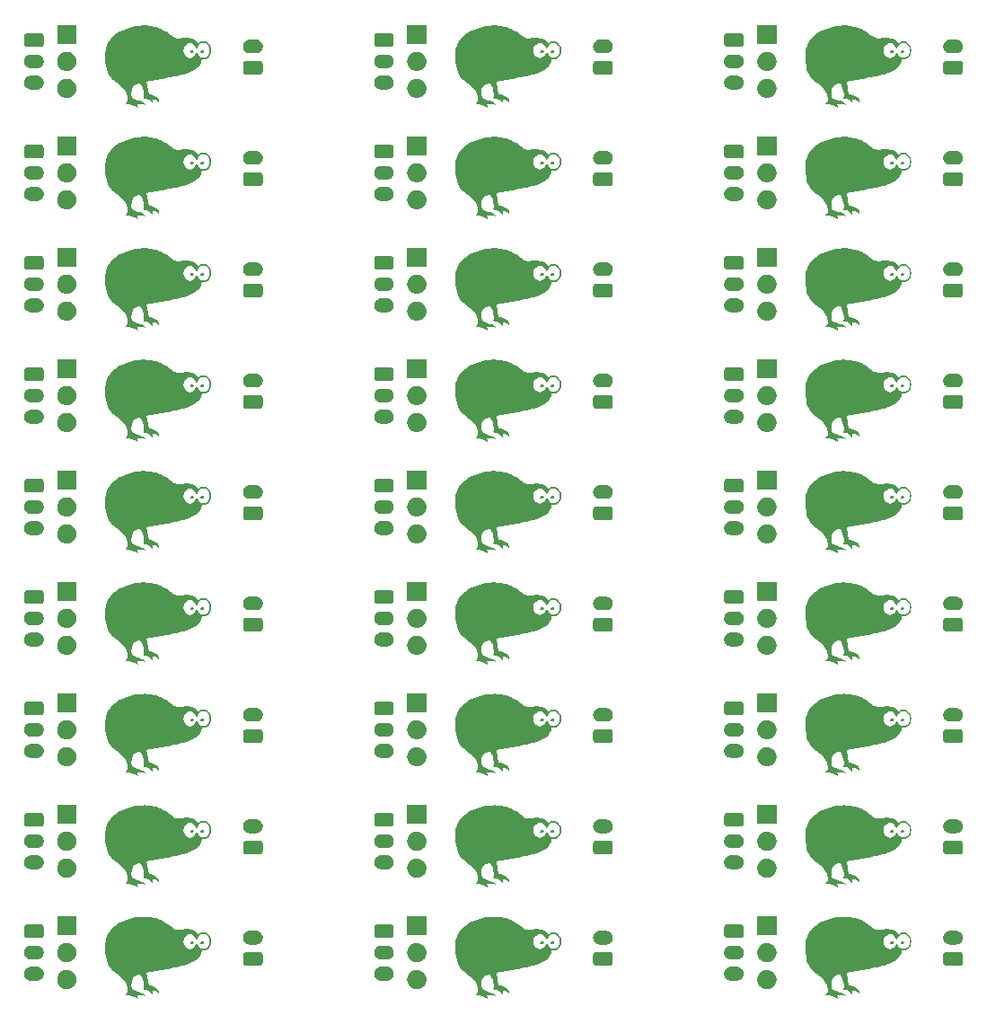
<source format=gbr>
G04 #@! TF.GenerationSoftware,KiCad,Pcbnew,5.99.0-unknown-r16857-c6889b00*
G04 #@! TF.CreationDate,2019-10-20T20:17:36+02:00*
G04 #@! TF.ProjectId,pulsr-panel,70756c73-722d-4706-916e-656c2e6b6963,rev?*
G04 #@! TF.SameCoordinates,Original*
G04 #@! TF.FileFunction,Soldermask,Bot*
G04 #@! TF.FilePolarity,Negative*
%FSLAX46Y46*%
G04 Gerber Fmt 4.6, Leading zero omitted, Abs format (unit mm)*
G04 Created by KiCad (PCBNEW 5.99.0-unknown-r16857-c6889b00) date 2019-10-20 20:17:36*
%MOMM*%
%LPD*%
G04 APERTURE LIST*
%ADD10C,0.300000*%
%ADD11C,0.100000*%
G04 APERTURE END LIST*
D10*
X108540000Y-108690000D02*
G75*
G03X108540000Y-108690000I-60000J0D01*
G01*
X107570000Y-108680000D02*
G75*
G03X107570000Y-108680000I-60000J0D01*
G01*
D11*
G36*
X103307966Y-106231455D02*
G01*
X103528592Y-106248953D01*
X103743472Y-106278987D01*
X103956959Y-106323124D01*
X104173406Y-106382930D01*
X104397165Y-106459974D01*
X104632590Y-106555821D01*
X104884033Y-106672039D01*
X105147223Y-106817599D01*
X105359345Y-106963903D01*
X105534777Y-107103761D01*
X105687898Y-107229984D01*
X105833086Y-107335384D01*
X105984719Y-107412770D01*
X106157176Y-107454955D01*
X106364836Y-107454748D01*
X106668296Y-107417333D01*
X106943514Y-107399785D01*
X107191691Y-107403021D01*
X107414027Y-107427961D01*
X107611723Y-107475523D01*
X107785980Y-107546624D01*
X107937997Y-107642183D01*
X108068976Y-107763119D01*
X108180116Y-107910349D01*
X107990000Y-108220000D01*
X107497381Y-107849283D01*
X107170000Y-107820000D01*
X106830000Y-108080000D01*
X106690000Y-108490000D01*
X106730000Y-108890000D01*
X107040000Y-109240000D01*
X107380000Y-109320000D01*
X107600000Y-109260000D01*
X107790000Y-109140000D01*
X108010000Y-108960000D01*
X108180000Y-109120000D01*
X108490672Y-109268136D01*
X108476178Y-109449875D01*
X108437981Y-109618887D01*
X108377277Y-109775790D01*
X108295261Y-109921204D01*
X108193128Y-110055746D01*
X108072075Y-110180034D01*
X107933296Y-110294687D01*
X107777987Y-110400323D01*
X107607343Y-110497560D01*
X107422560Y-110587016D01*
X107224833Y-110669310D01*
X107015357Y-110745059D01*
X106795329Y-110814882D01*
X106565943Y-110879398D01*
X106328395Y-110939224D01*
X106083880Y-110994979D01*
X105833594Y-111047280D01*
X105578732Y-111096746D01*
X105320489Y-111143996D01*
X105060062Y-111189647D01*
X104798645Y-111234318D01*
X104537433Y-111278626D01*
X104277624Y-111323191D01*
X104020410Y-111368630D01*
X103766989Y-111415562D01*
X103518556Y-111464605D01*
X103276305Y-111516376D01*
X103466694Y-112711594D01*
X103660631Y-112738985D01*
X103861173Y-112784196D01*
X104053739Y-112853073D01*
X104223748Y-112951460D01*
X104356617Y-113085203D01*
X104437766Y-113260146D01*
X104452613Y-113482135D01*
X104283130Y-113298359D01*
X104069848Y-113196756D01*
X103826318Y-113134680D01*
X103836507Y-113350042D01*
X103830168Y-113565245D01*
X103675373Y-113346217D01*
X103488339Y-113196721D01*
X103276307Y-113124103D01*
X103073448Y-113117267D01*
X102942986Y-113075711D01*
X102973010Y-112994807D01*
X103033032Y-112912559D01*
X103026911Y-112783577D01*
X103005218Y-112592894D01*
X102962959Y-112365192D01*
X102895138Y-112125149D01*
X102796760Y-111897446D01*
X102662832Y-111706763D01*
X102609897Y-111704511D01*
X102475577Y-111713423D01*
X102296598Y-111757005D01*
X102109686Y-111858762D01*
X101951567Y-112042197D01*
X101858968Y-112330816D01*
X101836822Y-112748284D01*
X101888056Y-112989244D01*
X101974987Y-113107246D01*
X102059934Y-113155834D01*
X102249069Y-113224078D01*
X102468090Y-113282492D01*
X102695373Y-113345803D01*
X102909293Y-113428741D01*
X103088226Y-113546035D01*
X103210549Y-113712413D01*
X103004698Y-113668560D01*
X102797013Y-113639224D01*
X102587772Y-113621041D01*
X102377249Y-113610652D01*
X102427434Y-113800414D01*
X102461444Y-113993356D01*
X102319545Y-113913396D01*
X102127153Y-113807293D01*
X101901046Y-113709123D01*
X101658003Y-113652961D01*
X101436069Y-113651610D01*
X101295273Y-113607200D01*
X101371492Y-113503142D01*
X101488767Y-113272184D01*
X101494840Y-113065538D01*
X101466830Y-112856541D01*
X101398862Y-112642843D01*
X101285060Y-112422094D01*
X101119547Y-112191943D01*
X100896448Y-111950040D01*
X100752790Y-111821281D01*
X100601067Y-111701947D01*
X100444764Y-111585713D01*
X100287362Y-111466252D01*
X100132345Y-111337239D01*
X99983196Y-111192348D01*
X99843398Y-111025254D01*
X99716434Y-110829630D01*
X99605787Y-110599151D01*
X99514941Y-110327491D01*
X99447378Y-110008324D01*
X99401907Y-109670803D01*
X99376479Y-109358250D01*
X99370649Y-109068950D01*
X99383970Y-108801187D01*
X99415996Y-108553245D01*
X99466281Y-108323408D01*
X99534380Y-108109960D01*
X99619846Y-107911185D01*
X99722233Y-107725369D01*
X99841096Y-107550794D01*
X99975989Y-107385744D01*
X100126465Y-107228505D01*
X100298181Y-107079739D01*
X100493869Y-106941832D01*
X100709269Y-106815090D01*
X100940122Y-106699823D01*
X101182168Y-106596339D01*
X101431147Y-106504947D01*
X101682799Y-106425956D01*
X101932865Y-106359673D01*
X102177084Y-106306407D01*
X102411197Y-106266467D01*
X102630944Y-106240161D01*
X102832065Y-106227798D01*
X103077241Y-106224926D01*
X103307966Y-106231455D01*
X103307966Y-106231455D01*
G37*
G36*
X107158069Y-109403068D02*
G01*
X106979413Y-109318100D01*
X106827391Y-109186266D01*
X106709193Y-109015522D01*
X106632009Y-108813822D01*
X106603030Y-108589121D01*
X106603214Y-108587414D01*
X106751779Y-108587414D01*
X106784632Y-108807939D01*
X106871436Y-108999272D01*
X107002252Y-109150032D01*
X107167142Y-109248834D01*
X107356169Y-109284298D01*
X107361640Y-109284298D01*
X107540520Y-109249886D01*
X107700166Y-109156602D01*
X107829806Y-109013213D01*
X107918669Y-108828485D01*
X107988939Y-108776848D01*
X107989623Y-108776848D01*
X108060066Y-108826946D01*
X108151954Y-109008630D01*
X108283272Y-109148782D01*
X108443313Y-109239021D01*
X108621371Y-109270963D01*
X108626500Y-109270963D01*
X108816255Y-109232935D01*
X108980503Y-109131207D01*
X109109373Y-108977540D01*
X109192991Y-108783693D01*
X109221485Y-108561425D01*
X109188631Y-108340900D01*
X109101828Y-108149567D01*
X108971011Y-107998807D01*
X108806121Y-107900004D01*
X108617095Y-107864540D01*
X108611624Y-107864540D01*
X108432671Y-107898892D01*
X108273032Y-107992021D01*
X108143432Y-108135192D01*
X108054591Y-108319670D01*
X107983633Y-108371302D01*
X107913194Y-108321208D01*
X107821335Y-108139776D01*
X107690076Y-107999843D01*
X107530093Y-107909759D01*
X107352062Y-107877875D01*
X107346764Y-107877875D01*
X107157009Y-107915837D01*
X106992760Y-108017557D01*
X106863890Y-108171249D01*
X106780272Y-108365129D01*
X106751779Y-108587414D01*
X106603214Y-108587414D01*
X106627517Y-108362577D01*
X106701182Y-108158294D01*
X106816896Y-107984539D01*
X106967532Y-107849580D01*
X107145960Y-107761687D01*
X107345053Y-107729127D01*
X107352062Y-107728957D01*
X107538715Y-107755971D01*
X107710957Y-107833123D01*
X107861176Y-107954578D01*
X107981757Y-108114501D01*
X108100148Y-107950813D01*
X108249413Y-107825705D01*
X108421887Y-107745319D01*
X108609909Y-107715792D01*
X108617092Y-107715622D01*
X108815250Y-107745710D01*
X108993922Y-107830661D01*
X109145932Y-107962506D01*
X109264104Y-108133276D01*
X109341261Y-108335001D01*
X109370226Y-108559714D01*
X109345740Y-108786186D01*
X109272070Y-108990427D01*
X109156341Y-109164168D01*
X109005676Y-109299141D01*
X108827199Y-109387077D01*
X108628035Y-109419708D01*
X108621537Y-109419878D01*
X108434688Y-109392832D01*
X108262345Y-109315585D01*
X108112090Y-109193970D01*
X107991504Y-109033822D01*
X107873110Y-109197735D01*
X107723846Y-109323002D01*
X107551372Y-109403485D01*
X107363351Y-109433043D01*
X107356169Y-109433216D01*
X107158069Y-109403068D01*
X107158069Y-109403068D01*
G37*
D10*
X75540000Y-108690000D02*
G75*
G03X75540000Y-108690000I-60000J0D01*
G01*
X74570000Y-108680000D02*
G75*
G03X74570000Y-108680000I-60000J0D01*
G01*
D11*
G36*
X70307966Y-106231455D02*
G01*
X70528592Y-106248953D01*
X70743472Y-106278987D01*
X70956959Y-106323124D01*
X71173406Y-106382930D01*
X71397165Y-106459974D01*
X71632590Y-106555821D01*
X71884033Y-106672039D01*
X72147223Y-106817599D01*
X72359345Y-106963903D01*
X72534777Y-107103761D01*
X72687898Y-107229984D01*
X72833086Y-107335384D01*
X72984719Y-107412770D01*
X73157176Y-107454955D01*
X73364836Y-107454748D01*
X73668296Y-107417333D01*
X73943514Y-107399785D01*
X74191691Y-107403021D01*
X74414027Y-107427961D01*
X74611723Y-107475523D01*
X74785980Y-107546624D01*
X74937997Y-107642183D01*
X75068976Y-107763119D01*
X75180116Y-107910349D01*
X74990000Y-108220000D01*
X74497381Y-107849283D01*
X74170000Y-107820000D01*
X73830000Y-108080000D01*
X73690000Y-108490000D01*
X73730000Y-108890000D01*
X74040000Y-109240000D01*
X74380000Y-109320000D01*
X74600000Y-109260000D01*
X74790000Y-109140000D01*
X75010000Y-108960000D01*
X75180000Y-109120000D01*
X75490672Y-109268136D01*
X75476178Y-109449875D01*
X75437981Y-109618887D01*
X75377277Y-109775790D01*
X75295261Y-109921204D01*
X75193128Y-110055746D01*
X75072075Y-110180034D01*
X74933296Y-110294687D01*
X74777987Y-110400323D01*
X74607343Y-110497560D01*
X74422560Y-110587016D01*
X74224833Y-110669310D01*
X74015357Y-110745059D01*
X73795329Y-110814882D01*
X73565943Y-110879398D01*
X73328395Y-110939224D01*
X73083880Y-110994979D01*
X72833594Y-111047280D01*
X72578732Y-111096746D01*
X72320489Y-111143996D01*
X72060062Y-111189647D01*
X71798645Y-111234318D01*
X71537433Y-111278626D01*
X71277624Y-111323191D01*
X71020410Y-111368630D01*
X70766989Y-111415562D01*
X70518556Y-111464605D01*
X70276305Y-111516376D01*
X70466694Y-112711594D01*
X70660631Y-112738985D01*
X70861173Y-112784196D01*
X71053739Y-112853073D01*
X71223748Y-112951460D01*
X71356617Y-113085203D01*
X71437766Y-113260146D01*
X71452613Y-113482135D01*
X71283130Y-113298359D01*
X71069848Y-113196756D01*
X70826318Y-113134680D01*
X70836507Y-113350042D01*
X70830168Y-113565245D01*
X70675373Y-113346217D01*
X70488339Y-113196721D01*
X70276307Y-113124103D01*
X70073448Y-113117267D01*
X69942986Y-113075711D01*
X69973010Y-112994807D01*
X70033032Y-112912559D01*
X70026911Y-112783577D01*
X70005218Y-112592894D01*
X69962959Y-112365192D01*
X69895138Y-112125149D01*
X69796760Y-111897446D01*
X69662832Y-111706763D01*
X69609897Y-111704511D01*
X69475577Y-111713423D01*
X69296598Y-111757005D01*
X69109686Y-111858762D01*
X68951567Y-112042197D01*
X68858968Y-112330816D01*
X68836822Y-112748284D01*
X68888056Y-112989244D01*
X68974987Y-113107246D01*
X69059934Y-113155834D01*
X69249069Y-113224078D01*
X69468090Y-113282492D01*
X69695373Y-113345803D01*
X69909293Y-113428741D01*
X70088226Y-113546035D01*
X70210549Y-113712413D01*
X70004698Y-113668560D01*
X69797013Y-113639224D01*
X69587772Y-113621041D01*
X69377249Y-113610652D01*
X69427434Y-113800414D01*
X69461444Y-113993356D01*
X69319545Y-113913396D01*
X69127153Y-113807293D01*
X68901046Y-113709123D01*
X68658003Y-113652961D01*
X68436069Y-113651610D01*
X68295273Y-113607200D01*
X68371492Y-113503142D01*
X68488767Y-113272184D01*
X68494840Y-113065538D01*
X68466830Y-112856541D01*
X68398862Y-112642843D01*
X68285060Y-112422094D01*
X68119547Y-112191943D01*
X67896448Y-111950040D01*
X67752790Y-111821281D01*
X67601067Y-111701947D01*
X67444764Y-111585713D01*
X67287362Y-111466252D01*
X67132345Y-111337239D01*
X66983196Y-111192348D01*
X66843398Y-111025254D01*
X66716434Y-110829630D01*
X66605787Y-110599151D01*
X66514941Y-110327491D01*
X66447378Y-110008324D01*
X66401907Y-109670803D01*
X66376479Y-109358250D01*
X66370649Y-109068950D01*
X66383970Y-108801187D01*
X66415996Y-108553245D01*
X66466281Y-108323408D01*
X66534380Y-108109960D01*
X66619846Y-107911185D01*
X66722233Y-107725369D01*
X66841096Y-107550794D01*
X66975989Y-107385744D01*
X67126465Y-107228505D01*
X67298181Y-107079739D01*
X67493869Y-106941832D01*
X67709269Y-106815090D01*
X67940122Y-106699823D01*
X68182168Y-106596339D01*
X68431147Y-106504947D01*
X68682799Y-106425956D01*
X68932865Y-106359673D01*
X69177084Y-106306407D01*
X69411197Y-106266467D01*
X69630944Y-106240161D01*
X69832065Y-106227798D01*
X70077241Y-106224926D01*
X70307966Y-106231455D01*
X70307966Y-106231455D01*
G37*
G36*
X74158069Y-109403068D02*
G01*
X73979413Y-109318100D01*
X73827391Y-109186266D01*
X73709193Y-109015522D01*
X73632009Y-108813822D01*
X73603030Y-108589121D01*
X73603214Y-108587414D01*
X73751779Y-108587414D01*
X73784632Y-108807939D01*
X73871436Y-108999272D01*
X74002252Y-109150032D01*
X74167142Y-109248834D01*
X74356169Y-109284298D01*
X74361640Y-109284298D01*
X74540520Y-109249886D01*
X74700166Y-109156602D01*
X74829806Y-109013213D01*
X74918669Y-108828485D01*
X74988939Y-108776848D01*
X74989623Y-108776848D01*
X75060066Y-108826946D01*
X75151954Y-109008630D01*
X75283272Y-109148782D01*
X75443313Y-109239021D01*
X75621371Y-109270963D01*
X75626500Y-109270963D01*
X75816255Y-109232935D01*
X75980503Y-109131207D01*
X76109373Y-108977540D01*
X76192991Y-108783693D01*
X76221485Y-108561425D01*
X76188631Y-108340900D01*
X76101828Y-108149567D01*
X75971011Y-107998807D01*
X75806121Y-107900004D01*
X75617095Y-107864540D01*
X75611624Y-107864540D01*
X75432671Y-107898892D01*
X75273032Y-107992021D01*
X75143432Y-108135192D01*
X75054591Y-108319670D01*
X74983633Y-108371302D01*
X74913194Y-108321208D01*
X74821335Y-108139776D01*
X74690076Y-107999843D01*
X74530093Y-107909759D01*
X74352062Y-107877875D01*
X74346764Y-107877875D01*
X74157009Y-107915837D01*
X73992760Y-108017557D01*
X73863890Y-108171249D01*
X73780272Y-108365129D01*
X73751779Y-108587414D01*
X73603214Y-108587414D01*
X73627517Y-108362577D01*
X73701182Y-108158294D01*
X73816896Y-107984539D01*
X73967532Y-107849580D01*
X74145960Y-107761687D01*
X74345053Y-107729127D01*
X74352062Y-107728957D01*
X74538715Y-107755971D01*
X74710957Y-107833123D01*
X74861176Y-107954578D01*
X74981757Y-108114501D01*
X75100148Y-107950813D01*
X75249413Y-107825705D01*
X75421887Y-107745319D01*
X75609909Y-107715792D01*
X75617092Y-107715622D01*
X75815250Y-107745710D01*
X75993922Y-107830661D01*
X76145932Y-107962506D01*
X76264104Y-108133276D01*
X76341261Y-108335001D01*
X76370226Y-108559714D01*
X76345740Y-108786186D01*
X76272070Y-108990427D01*
X76156341Y-109164168D01*
X76005676Y-109299141D01*
X75827199Y-109387077D01*
X75628035Y-109419708D01*
X75621537Y-109419878D01*
X75434688Y-109392832D01*
X75262345Y-109315585D01*
X75112090Y-109193970D01*
X74991504Y-109033822D01*
X74873110Y-109197735D01*
X74723846Y-109323002D01*
X74551372Y-109403485D01*
X74363351Y-109433043D01*
X74356169Y-109433216D01*
X74158069Y-109403068D01*
X74158069Y-109403068D01*
G37*
D10*
X42540000Y-108690000D02*
G75*
G03X42540000Y-108690000I-60000J0D01*
G01*
X41570000Y-108680000D02*
G75*
G03X41570000Y-108680000I-60000J0D01*
G01*
D11*
G36*
X37307966Y-106231455D02*
G01*
X37528592Y-106248953D01*
X37743472Y-106278987D01*
X37956959Y-106323124D01*
X38173406Y-106382930D01*
X38397165Y-106459974D01*
X38632590Y-106555821D01*
X38884033Y-106672039D01*
X39147223Y-106817599D01*
X39359345Y-106963903D01*
X39534777Y-107103761D01*
X39687898Y-107229984D01*
X39833086Y-107335384D01*
X39984719Y-107412770D01*
X40157176Y-107454955D01*
X40364836Y-107454748D01*
X40668296Y-107417333D01*
X40943514Y-107399785D01*
X41191691Y-107403021D01*
X41414027Y-107427961D01*
X41611723Y-107475523D01*
X41785980Y-107546624D01*
X41937997Y-107642183D01*
X42068976Y-107763119D01*
X42180116Y-107910349D01*
X41990000Y-108220000D01*
X41497381Y-107849283D01*
X41170000Y-107820000D01*
X40830000Y-108080000D01*
X40690000Y-108490000D01*
X40730000Y-108890000D01*
X41040000Y-109240000D01*
X41380000Y-109320000D01*
X41600000Y-109260000D01*
X41790000Y-109140000D01*
X42010000Y-108960000D01*
X42180000Y-109120000D01*
X42490672Y-109268136D01*
X42476178Y-109449875D01*
X42437981Y-109618887D01*
X42377277Y-109775790D01*
X42295261Y-109921204D01*
X42193128Y-110055746D01*
X42072075Y-110180034D01*
X41933296Y-110294687D01*
X41777987Y-110400323D01*
X41607343Y-110497560D01*
X41422560Y-110587016D01*
X41224833Y-110669310D01*
X41015357Y-110745059D01*
X40795329Y-110814882D01*
X40565943Y-110879398D01*
X40328395Y-110939224D01*
X40083880Y-110994979D01*
X39833594Y-111047280D01*
X39578732Y-111096746D01*
X39320489Y-111143996D01*
X39060062Y-111189647D01*
X38798645Y-111234318D01*
X38537433Y-111278626D01*
X38277624Y-111323191D01*
X38020410Y-111368630D01*
X37766989Y-111415562D01*
X37518556Y-111464605D01*
X37276305Y-111516376D01*
X37466694Y-112711594D01*
X37660631Y-112738985D01*
X37861173Y-112784196D01*
X38053739Y-112853073D01*
X38223748Y-112951460D01*
X38356617Y-113085203D01*
X38437766Y-113260146D01*
X38452613Y-113482135D01*
X38283130Y-113298359D01*
X38069848Y-113196756D01*
X37826318Y-113134680D01*
X37836507Y-113350042D01*
X37830168Y-113565245D01*
X37675373Y-113346217D01*
X37488339Y-113196721D01*
X37276307Y-113124103D01*
X37073448Y-113117267D01*
X36942986Y-113075711D01*
X36973010Y-112994807D01*
X37033032Y-112912559D01*
X37026911Y-112783577D01*
X37005218Y-112592894D01*
X36962959Y-112365192D01*
X36895138Y-112125149D01*
X36796760Y-111897446D01*
X36662832Y-111706763D01*
X36609897Y-111704511D01*
X36475577Y-111713423D01*
X36296598Y-111757005D01*
X36109686Y-111858762D01*
X35951567Y-112042197D01*
X35858968Y-112330816D01*
X35836822Y-112748284D01*
X35888056Y-112989244D01*
X35974987Y-113107246D01*
X36059934Y-113155834D01*
X36249069Y-113224078D01*
X36468090Y-113282492D01*
X36695373Y-113345803D01*
X36909293Y-113428741D01*
X37088226Y-113546035D01*
X37210549Y-113712413D01*
X37004698Y-113668560D01*
X36797013Y-113639224D01*
X36587772Y-113621041D01*
X36377249Y-113610652D01*
X36427434Y-113800414D01*
X36461444Y-113993356D01*
X36319545Y-113913396D01*
X36127153Y-113807293D01*
X35901046Y-113709123D01*
X35658003Y-113652961D01*
X35436069Y-113651610D01*
X35295273Y-113607200D01*
X35371492Y-113503142D01*
X35488767Y-113272184D01*
X35494840Y-113065538D01*
X35466830Y-112856541D01*
X35398862Y-112642843D01*
X35285060Y-112422094D01*
X35119547Y-112191943D01*
X34896448Y-111950040D01*
X34752790Y-111821281D01*
X34601067Y-111701947D01*
X34444764Y-111585713D01*
X34287362Y-111466252D01*
X34132345Y-111337239D01*
X33983196Y-111192348D01*
X33843398Y-111025254D01*
X33716434Y-110829630D01*
X33605787Y-110599151D01*
X33514941Y-110327491D01*
X33447378Y-110008324D01*
X33401907Y-109670803D01*
X33376479Y-109358250D01*
X33370649Y-109068950D01*
X33383970Y-108801187D01*
X33415996Y-108553245D01*
X33466281Y-108323408D01*
X33534380Y-108109960D01*
X33619846Y-107911185D01*
X33722233Y-107725369D01*
X33841096Y-107550794D01*
X33975989Y-107385744D01*
X34126465Y-107228505D01*
X34298181Y-107079739D01*
X34493869Y-106941832D01*
X34709269Y-106815090D01*
X34940122Y-106699823D01*
X35182168Y-106596339D01*
X35431147Y-106504947D01*
X35682799Y-106425956D01*
X35932865Y-106359673D01*
X36177084Y-106306407D01*
X36411197Y-106266467D01*
X36630944Y-106240161D01*
X36832065Y-106227798D01*
X37077241Y-106224926D01*
X37307966Y-106231455D01*
X37307966Y-106231455D01*
G37*
G36*
X41158069Y-109403068D02*
G01*
X40979413Y-109318100D01*
X40827391Y-109186266D01*
X40709193Y-109015522D01*
X40632009Y-108813822D01*
X40603030Y-108589121D01*
X40603214Y-108587414D01*
X40751779Y-108587414D01*
X40784632Y-108807939D01*
X40871436Y-108999272D01*
X41002252Y-109150032D01*
X41167142Y-109248834D01*
X41356169Y-109284298D01*
X41361640Y-109284298D01*
X41540520Y-109249886D01*
X41700166Y-109156602D01*
X41829806Y-109013213D01*
X41918669Y-108828485D01*
X41988939Y-108776848D01*
X41989623Y-108776848D01*
X42060066Y-108826946D01*
X42151954Y-109008630D01*
X42283272Y-109148782D01*
X42443313Y-109239021D01*
X42621371Y-109270963D01*
X42626500Y-109270963D01*
X42816255Y-109232935D01*
X42980503Y-109131207D01*
X43109373Y-108977540D01*
X43192991Y-108783693D01*
X43221485Y-108561425D01*
X43188631Y-108340900D01*
X43101828Y-108149567D01*
X42971011Y-107998807D01*
X42806121Y-107900004D01*
X42617095Y-107864540D01*
X42611624Y-107864540D01*
X42432671Y-107898892D01*
X42273032Y-107992021D01*
X42143432Y-108135192D01*
X42054591Y-108319670D01*
X41983633Y-108371302D01*
X41913194Y-108321208D01*
X41821335Y-108139776D01*
X41690076Y-107999843D01*
X41530093Y-107909759D01*
X41352062Y-107877875D01*
X41346764Y-107877875D01*
X41157009Y-107915837D01*
X40992760Y-108017557D01*
X40863890Y-108171249D01*
X40780272Y-108365129D01*
X40751779Y-108587414D01*
X40603214Y-108587414D01*
X40627517Y-108362577D01*
X40701182Y-108158294D01*
X40816896Y-107984539D01*
X40967532Y-107849580D01*
X41145960Y-107761687D01*
X41345053Y-107729127D01*
X41352062Y-107728957D01*
X41538715Y-107755971D01*
X41710957Y-107833123D01*
X41861176Y-107954578D01*
X41981757Y-108114501D01*
X42100148Y-107950813D01*
X42249413Y-107825705D01*
X42421887Y-107745319D01*
X42609909Y-107715792D01*
X42617092Y-107715622D01*
X42815250Y-107745710D01*
X42993922Y-107830661D01*
X43145932Y-107962506D01*
X43264104Y-108133276D01*
X43341261Y-108335001D01*
X43370226Y-108559714D01*
X43345740Y-108786186D01*
X43272070Y-108990427D01*
X43156341Y-109164168D01*
X43005676Y-109299141D01*
X42827199Y-109387077D01*
X42628035Y-109419708D01*
X42621537Y-109419878D01*
X42434688Y-109392832D01*
X42262345Y-109315585D01*
X42112090Y-109193970D01*
X41991504Y-109033822D01*
X41873110Y-109197735D01*
X41723846Y-109323002D01*
X41551372Y-109403485D01*
X41363351Y-109433043D01*
X41356169Y-109433216D01*
X41158069Y-109403068D01*
X41158069Y-109403068D01*
G37*
D10*
X108540000Y-98190000D02*
G75*
G03X108540000Y-98190000I-60000J0D01*
G01*
X107570000Y-98180000D02*
G75*
G03X107570000Y-98180000I-60000J0D01*
G01*
D11*
G36*
X103307966Y-95731455D02*
G01*
X103528592Y-95748953D01*
X103743472Y-95778987D01*
X103956959Y-95823124D01*
X104173406Y-95882930D01*
X104397165Y-95959974D01*
X104632590Y-96055821D01*
X104884033Y-96172039D01*
X105147223Y-96317599D01*
X105359345Y-96463903D01*
X105534777Y-96603761D01*
X105687898Y-96729984D01*
X105833086Y-96835384D01*
X105984719Y-96912770D01*
X106157176Y-96954955D01*
X106364836Y-96954748D01*
X106668296Y-96917333D01*
X106943514Y-96899785D01*
X107191691Y-96903021D01*
X107414027Y-96927961D01*
X107611723Y-96975523D01*
X107785980Y-97046624D01*
X107937997Y-97142183D01*
X108068976Y-97263119D01*
X108180116Y-97410349D01*
X107990000Y-97720000D01*
X107497381Y-97349283D01*
X107170000Y-97320000D01*
X106830000Y-97580000D01*
X106690000Y-97990000D01*
X106730000Y-98390000D01*
X107040000Y-98740000D01*
X107380000Y-98820000D01*
X107600000Y-98760000D01*
X107790000Y-98640000D01*
X108010000Y-98460000D01*
X108180000Y-98620000D01*
X108490672Y-98768136D01*
X108476178Y-98949875D01*
X108437981Y-99118887D01*
X108377277Y-99275790D01*
X108295261Y-99421204D01*
X108193128Y-99555746D01*
X108072075Y-99680034D01*
X107933296Y-99794687D01*
X107777987Y-99900323D01*
X107607343Y-99997560D01*
X107422560Y-100087016D01*
X107224833Y-100169310D01*
X107015357Y-100245059D01*
X106795329Y-100314882D01*
X106565943Y-100379398D01*
X106328395Y-100439224D01*
X106083880Y-100494979D01*
X105833594Y-100547280D01*
X105578732Y-100596746D01*
X105320489Y-100643996D01*
X105060062Y-100689647D01*
X104798645Y-100734318D01*
X104537433Y-100778626D01*
X104277624Y-100823191D01*
X104020410Y-100868630D01*
X103766989Y-100915562D01*
X103518556Y-100964605D01*
X103276305Y-101016376D01*
X103466694Y-102211594D01*
X103660631Y-102238985D01*
X103861173Y-102284196D01*
X104053739Y-102353073D01*
X104223748Y-102451460D01*
X104356617Y-102585203D01*
X104437766Y-102760146D01*
X104452613Y-102982135D01*
X104283130Y-102798359D01*
X104069848Y-102696756D01*
X103826318Y-102634680D01*
X103836507Y-102850042D01*
X103830168Y-103065245D01*
X103675373Y-102846217D01*
X103488339Y-102696721D01*
X103276307Y-102624103D01*
X103073448Y-102617267D01*
X102942986Y-102575711D01*
X102973010Y-102494807D01*
X103033032Y-102412559D01*
X103026911Y-102283577D01*
X103005218Y-102092894D01*
X102962959Y-101865192D01*
X102895138Y-101625149D01*
X102796760Y-101397446D01*
X102662832Y-101206763D01*
X102609897Y-101204511D01*
X102475577Y-101213423D01*
X102296598Y-101257005D01*
X102109686Y-101358762D01*
X101951567Y-101542197D01*
X101858968Y-101830816D01*
X101836822Y-102248284D01*
X101888056Y-102489244D01*
X101974987Y-102607246D01*
X102059934Y-102655834D01*
X102249069Y-102724078D01*
X102468090Y-102782492D01*
X102695373Y-102845803D01*
X102909293Y-102928741D01*
X103088226Y-103046035D01*
X103210549Y-103212413D01*
X103004698Y-103168560D01*
X102797013Y-103139224D01*
X102587772Y-103121041D01*
X102377249Y-103110652D01*
X102427434Y-103300414D01*
X102461444Y-103493356D01*
X102319545Y-103413396D01*
X102127153Y-103307293D01*
X101901046Y-103209123D01*
X101658003Y-103152961D01*
X101436069Y-103151610D01*
X101295273Y-103107200D01*
X101371492Y-103003142D01*
X101488767Y-102772184D01*
X101494840Y-102565538D01*
X101466830Y-102356541D01*
X101398862Y-102142843D01*
X101285060Y-101922094D01*
X101119547Y-101691943D01*
X100896448Y-101450040D01*
X100752790Y-101321281D01*
X100601067Y-101201947D01*
X100444764Y-101085713D01*
X100287362Y-100966252D01*
X100132345Y-100837239D01*
X99983196Y-100692348D01*
X99843398Y-100525254D01*
X99716434Y-100329630D01*
X99605787Y-100099151D01*
X99514941Y-99827491D01*
X99447378Y-99508324D01*
X99401907Y-99170803D01*
X99376479Y-98858250D01*
X99370649Y-98568950D01*
X99383970Y-98301187D01*
X99415996Y-98053245D01*
X99466281Y-97823408D01*
X99534380Y-97609960D01*
X99619846Y-97411185D01*
X99722233Y-97225369D01*
X99841096Y-97050794D01*
X99975989Y-96885744D01*
X100126465Y-96728505D01*
X100298181Y-96579739D01*
X100493869Y-96441832D01*
X100709269Y-96315090D01*
X100940122Y-96199823D01*
X101182168Y-96096339D01*
X101431147Y-96004947D01*
X101682799Y-95925956D01*
X101932865Y-95859673D01*
X102177084Y-95806407D01*
X102411197Y-95766467D01*
X102630944Y-95740161D01*
X102832065Y-95727798D01*
X103077241Y-95724926D01*
X103307966Y-95731455D01*
X103307966Y-95731455D01*
G37*
G36*
X107158069Y-98903068D02*
G01*
X106979413Y-98818100D01*
X106827391Y-98686266D01*
X106709193Y-98515522D01*
X106632009Y-98313822D01*
X106603030Y-98089121D01*
X106603214Y-98087414D01*
X106751779Y-98087414D01*
X106784632Y-98307939D01*
X106871436Y-98499272D01*
X107002252Y-98650032D01*
X107167142Y-98748834D01*
X107356169Y-98784298D01*
X107361640Y-98784298D01*
X107540520Y-98749886D01*
X107700166Y-98656602D01*
X107829806Y-98513213D01*
X107918669Y-98328485D01*
X107988939Y-98276848D01*
X107989623Y-98276848D01*
X108060066Y-98326946D01*
X108151954Y-98508630D01*
X108283272Y-98648782D01*
X108443313Y-98739021D01*
X108621371Y-98770963D01*
X108626500Y-98770963D01*
X108816255Y-98732935D01*
X108980503Y-98631207D01*
X109109373Y-98477540D01*
X109192991Y-98283693D01*
X109221485Y-98061425D01*
X109188631Y-97840900D01*
X109101828Y-97649567D01*
X108971011Y-97498807D01*
X108806121Y-97400004D01*
X108617095Y-97364540D01*
X108611624Y-97364540D01*
X108432671Y-97398892D01*
X108273032Y-97492021D01*
X108143432Y-97635192D01*
X108054591Y-97819670D01*
X107983633Y-97871302D01*
X107913194Y-97821208D01*
X107821335Y-97639776D01*
X107690076Y-97499843D01*
X107530093Y-97409759D01*
X107352062Y-97377875D01*
X107346764Y-97377875D01*
X107157009Y-97415837D01*
X106992760Y-97517557D01*
X106863890Y-97671249D01*
X106780272Y-97865129D01*
X106751779Y-98087414D01*
X106603214Y-98087414D01*
X106627517Y-97862577D01*
X106701182Y-97658294D01*
X106816896Y-97484539D01*
X106967532Y-97349580D01*
X107145960Y-97261687D01*
X107345053Y-97229127D01*
X107352062Y-97228957D01*
X107538715Y-97255971D01*
X107710957Y-97333123D01*
X107861176Y-97454578D01*
X107981757Y-97614501D01*
X108100148Y-97450813D01*
X108249413Y-97325705D01*
X108421887Y-97245319D01*
X108609909Y-97215792D01*
X108617092Y-97215622D01*
X108815250Y-97245710D01*
X108993922Y-97330661D01*
X109145932Y-97462506D01*
X109264104Y-97633276D01*
X109341261Y-97835001D01*
X109370226Y-98059714D01*
X109345740Y-98286186D01*
X109272070Y-98490427D01*
X109156341Y-98664168D01*
X109005676Y-98799141D01*
X108827199Y-98887077D01*
X108628035Y-98919708D01*
X108621537Y-98919878D01*
X108434688Y-98892832D01*
X108262345Y-98815585D01*
X108112090Y-98693970D01*
X107991504Y-98533822D01*
X107873110Y-98697735D01*
X107723846Y-98823002D01*
X107551372Y-98903485D01*
X107363351Y-98933043D01*
X107356169Y-98933216D01*
X107158069Y-98903068D01*
X107158069Y-98903068D01*
G37*
D10*
X75540000Y-98190000D02*
G75*
G03X75540000Y-98190000I-60000J0D01*
G01*
X74570000Y-98180000D02*
G75*
G03X74570000Y-98180000I-60000J0D01*
G01*
D11*
G36*
X70307966Y-95731455D02*
G01*
X70528592Y-95748953D01*
X70743472Y-95778987D01*
X70956959Y-95823124D01*
X71173406Y-95882930D01*
X71397165Y-95959974D01*
X71632590Y-96055821D01*
X71884033Y-96172039D01*
X72147223Y-96317599D01*
X72359345Y-96463903D01*
X72534777Y-96603761D01*
X72687898Y-96729984D01*
X72833086Y-96835384D01*
X72984719Y-96912770D01*
X73157176Y-96954955D01*
X73364836Y-96954748D01*
X73668296Y-96917333D01*
X73943514Y-96899785D01*
X74191691Y-96903021D01*
X74414027Y-96927961D01*
X74611723Y-96975523D01*
X74785980Y-97046624D01*
X74937997Y-97142183D01*
X75068976Y-97263119D01*
X75180116Y-97410349D01*
X74990000Y-97720000D01*
X74497381Y-97349283D01*
X74170000Y-97320000D01*
X73830000Y-97580000D01*
X73690000Y-97990000D01*
X73730000Y-98390000D01*
X74040000Y-98740000D01*
X74380000Y-98820000D01*
X74600000Y-98760000D01*
X74790000Y-98640000D01*
X75010000Y-98460000D01*
X75180000Y-98620000D01*
X75490672Y-98768136D01*
X75476178Y-98949875D01*
X75437981Y-99118887D01*
X75377277Y-99275790D01*
X75295261Y-99421204D01*
X75193128Y-99555746D01*
X75072075Y-99680034D01*
X74933296Y-99794687D01*
X74777987Y-99900323D01*
X74607343Y-99997560D01*
X74422560Y-100087016D01*
X74224833Y-100169310D01*
X74015357Y-100245059D01*
X73795329Y-100314882D01*
X73565943Y-100379398D01*
X73328395Y-100439224D01*
X73083880Y-100494979D01*
X72833594Y-100547280D01*
X72578732Y-100596746D01*
X72320489Y-100643996D01*
X72060062Y-100689647D01*
X71798645Y-100734318D01*
X71537433Y-100778626D01*
X71277624Y-100823191D01*
X71020410Y-100868630D01*
X70766989Y-100915562D01*
X70518556Y-100964605D01*
X70276305Y-101016376D01*
X70466694Y-102211594D01*
X70660631Y-102238985D01*
X70861173Y-102284196D01*
X71053739Y-102353073D01*
X71223748Y-102451460D01*
X71356617Y-102585203D01*
X71437766Y-102760146D01*
X71452613Y-102982135D01*
X71283130Y-102798359D01*
X71069848Y-102696756D01*
X70826318Y-102634680D01*
X70836507Y-102850042D01*
X70830168Y-103065245D01*
X70675373Y-102846217D01*
X70488339Y-102696721D01*
X70276307Y-102624103D01*
X70073448Y-102617267D01*
X69942986Y-102575711D01*
X69973010Y-102494807D01*
X70033032Y-102412559D01*
X70026911Y-102283577D01*
X70005218Y-102092894D01*
X69962959Y-101865192D01*
X69895138Y-101625149D01*
X69796760Y-101397446D01*
X69662832Y-101206763D01*
X69609897Y-101204511D01*
X69475577Y-101213423D01*
X69296598Y-101257005D01*
X69109686Y-101358762D01*
X68951567Y-101542197D01*
X68858968Y-101830816D01*
X68836822Y-102248284D01*
X68888056Y-102489244D01*
X68974987Y-102607246D01*
X69059934Y-102655834D01*
X69249069Y-102724078D01*
X69468090Y-102782492D01*
X69695373Y-102845803D01*
X69909293Y-102928741D01*
X70088226Y-103046035D01*
X70210549Y-103212413D01*
X70004698Y-103168560D01*
X69797013Y-103139224D01*
X69587772Y-103121041D01*
X69377249Y-103110652D01*
X69427434Y-103300414D01*
X69461444Y-103493356D01*
X69319545Y-103413396D01*
X69127153Y-103307293D01*
X68901046Y-103209123D01*
X68658003Y-103152961D01*
X68436069Y-103151610D01*
X68295273Y-103107200D01*
X68371492Y-103003142D01*
X68488767Y-102772184D01*
X68494840Y-102565538D01*
X68466830Y-102356541D01*
X68398862Y-102142843D01*
X68285060Y-101922094D01*
X68119547Y-101691943D01*
X67896448Y-101450040D01*
X67752790Y-101321281D01*
X67601067Y-101201947D01*
X67444764Y-101085713D01*
X67287362Y-100966252D01*
X67132345Y-100837239D01*
X66983196Y-100692348D01*
X66843398Y-100525254D01*
X66716434Y-100329630D01*
X66605787Y-100099151D01*
X66514941Y-99827491D01*
X66447378Y-99508324D01*
X66401907Y-99170803D01*
X66376479Y-98858250D01*
X66370649Y-98568950D01*
X66383970Y-98301187D01*
X66415996Y-98053245D01*
X66466281Y-97823408D01*
X66534380Y-97609960D01*
X66619846Y-97411185D01*
X66722233Y-97225369D01*
X66841096Y-97050794D01*
X66975989Y-96885744D01*
X67126465Y-96728505D01*
X67298181Y-96579739D01*
X67493869Y-96441832D01*
X67709269Y-96315090D01*
X67940122Y-96199823D01*
X68182168Y-96096339D01*
X68431147Y-96004947D01*
X68682799Y-95925956D01*
X68932865Y-95859673D01*
X69177084Y-95806407D01*
X69411197Y-95766467D01*
X69630944Y-95740161D01*
X69832065Y-95727798D01*
X70077241Y-95724926D01*
X70307966Y-95731455D01*
X70307966Y-95731455D01*
G37*
G36*
X74158069Y-98903068D02*
G01*
X73979413Y-98818100D01*
X73827391Y-98686266D01*
X73709193Y-98515522D01*
X73632009Y-98313822D01*
X73603030Y-98089121D01*
X73603214Y-98087414D01*
X73751779Y-98087414D01*
X73784632Y-98307939D01*
X73871436Y-98499272D01*
X74002252Y-98650032D01*
X74167142Y-98748834D01*
X74356169Y-98784298D01*
X74361640Y-98784298D01*
X74540520Y-98749886D01*
X74700166Y-98656602D01*
X74829806Y-98513213D01*
X74918669Y-98328485D01*
X74988939Y-98276848D01*
X74989623Y-98276848D01*
X75060066Y-98326946D01*
X75151954Y-98508630D01*
X75283272Y-98648782D01*
X75443313Y-98739021D01*
X75621371Y-98770963D01*
X75626500Y-98770963D01*
X75816255Y-98732935D01*
X75980503Y-98631207D01*
X76109373Y-98477540D01*
X76192991Y-98283693D01*
X76221485Y-98061425D01*
X76188631Y-97840900D01*
X76101828Y-97649567D01*
X75971011Y-97498807D01*
X75806121Y-97400004D01*
X75617095Y-97364540D01*
X75611624Y-97364540D01*
X75432671Y-97398892D01*
X75273032Y-97492021D01*
X75143432Y-97635192D01*
X75054591Y-97819670D01*
X74983633Y-97871302D01*
X74913194Y-97821208D01*
X74821335Y-97639776D01*
X74690076Y-97499843D01*
X74530093Y-97409759D01*
X74352062Y-97377875D01*
X74346764Y-97377875D01*
X74157009Y-97415837D01*
X73992760Y-97517557D01*
X73863890Y-97671249D01*
X73780272Y-97865129D01*
X73751779Y-98087414D01*
X73603214Y-98087414D01*
X73627517Y-97862577D01*
X73701182Y-97658294D01*
X73816896Y-97484539D01*
X73967532Y-97349580D01*
X74145960Y-97261687D01*
X74345053Y-97229127D01*
X74352062Y-97228957D01*
X74538715Y-97255971D01*
X74710957Y-97333123D01*
X74861176Y-97454578D01*
X74981757Y-97614501D01*
X75100148Y-97450813D01*
X75249413Y-97325705D01*
X75421887Y-97245319D01*
X75609909Y-97215792D01*
X75617092Y-97215622D01*
X75815250Y-97245710D01*
X75993922Y-97330661D01*
X76145932Y-97462506D01*
X76264104Y-97633276D01*
X76341261Y-97835001D01*
X76370226Y-98059714D01*
X76345740Y-98286186D01*
X76272070Y-98490427D01*
X76156341Y-98664168D01*
X76005676Y-98799141D01*
X75827199Y-98887077D01*
X75628035Y-98919708D01*
X75621537Y-98919878D01*
X75434688Y-98892832D01*
X75262345Y-98815585D01*
X75112090Y-98693970D01*
X74991504Y-98533822D01*
X74873110Y-98697735D01*
X74723846Y-98823002D01*
X74551372Y-98903485D01*
X74363351Y-98933043D01*
X74356169Y-98933216D01*
X74158069Y-98903068D01*
X74158069Y-98903068D01*
G37*
D10*
X42540000Y-98190000D02*
G75*
G03X42540000Y-98190000I-60000J0D01*
G01*
X41570000Y-98180000D02*
G75*
G03X41570000Y-98180000I-60000J0D01*
G01*
D11*
G36*
X37307966Y-95731455D02*
G01*
X37528592Y-95748953D01*
X37743472Y-95778987D01*
X37956959Y-95823124D01*
X38173406Y-95882930D01*
X38397165Y-95959974D01*
X38632590Y-96055821D01*
X38884033Y-96172039D01*
X39147223Y-96317599D01*
X39359345Y-96463903D01*
X39534777Y-96603761D01*
X39687898Y-96729984D01*
X39833086Y-96835384D01*
X39984719Y-96912770D01*
X40157176Y-96954955D01*
X40364836Y-96954748D01*
X40668296Y-96917333D01*
X40943514Y-96899785D01*
X41191691Y-96903021D01*
X41414027Y-96927961D01*
X41611723Y-96975523D01*
X41785980Y-97046624D01*
X41937997Y-97142183D01*
X42068976Y-97263119D01*
X42180116Y-97410349D01*
X41990000Y-97720000D01*
X41497381Y-97349283D01*
X41170000Y-97320000D01*
X40830000Y-97580000D01*
X40690000Y-97990000D01*
X40730000Y-98390000D01*
X41040000Y-98740000D01*
X41380000Y-98820000D01*
X41600000Y-98760000D01*
X41790000Y-98640000D01*
X42010000Y-98460000D01*
X42180000Y-98620000D01*
X42490672Y-98768136D01*
X42476178Y-98949875D01*
X42437981Y-99118887D01*
X42377277Y-99275790D01*
X42295261Y-99421204D01*
X42193128Y-99555746D01*
X42072075Y-99680034D01*
X41933296Y-99794687D01*
X41777987Y-99900323D01*
X41607343Y-99997560D01*
X41422560Y-100087016D01*
X41224833Y-100169310D01*
X41015357Y-100245059D01*
X40795329Y-100314882D01*
X40565943Y-100379398D01*
X40328395Y-100439224D01*
X40083880Y-100494979D01*
X39833594Y-100547280D01*
X39578732Y-100596746D01*
X39320489Y-100643996D01*
X39060062Y-100689647D01*
X38798645Y-100734318D01*
X38537433Y-100778626D01*
X38277624Y-100823191D01*
X38020410Y-100868630D01*
X37766989Y-100915562D01*
X37518556Y-100964605D01*
X37276305Y-101016376D01*
X37466694Y-102211594D01*
X37660631Y-102238985D01*
X37861173Y-102284196D01*
X38053739Y-102353073D01*
X38223748Y-102451460D01*
X38356617Y-102585203D01*
X38437766Y-102760146D01*
X38452613Y-102982135D01*
X38283130Y-102798359D01*
X38069848Y-102696756D01*
X37826318Y-102634680D01*
X37836507Y-102850042D01*
X37830168Y-103065245D01*
X37675373Y-102846217D01*
X37488339Y-102696721D01*
X37276307Y-102624103D01*
X37073448Y-102617267D01*
X36942986Y-102575711D01*
X36973010Y-102494807D01*
X37033032Y-102412559D01*
X37026911Y-102283577D01*
X37005218Y-102092894D01*
X36962959Y-101865192D01*
X36895138Y-101625149D01*
X36796760Y-101397446D01*
X36662832Y-101206763D01*
X36609897Y-101204511D01*
X36475577Y-101213423D01*
X36296598Y-101257005D01*
X36109686Y-101358762D01*
X35951567Y-101542197D01*
X35858968Y-101830816D01*
X35836822Y-102248284D01*
X35888056Y-102489244D01*
X35974987Y-102607246D01*
X36059934Y-102655834D01*
X36249069Y-102724078D01*
X36468090Y-102782492D01*
X36695373Y-102845803D01*
X36909293Y-102928741D01*
X37088226Y-103046035D01*
X37210549Y-103212413D01*
X37004698Y-103168560D01*
X36797013Y-103139224D01*
X36587772Y-103121041D01*
X36377249Y-103110652D01*
X36427434Y-103300414D01*
X36461444Y-103493356D01*
X36319545Y-103413396D01*
X36127153Y-103307293D01*
X35901046Y-103209123D01*
X35658003Y-103152961D01*
X35436069Y-103151610D01*
X35295273Y-103107200D01*
X35371492Y-103003142D01*
X35488767Y-102772184D01*
X35494840Y-102565538D01*
X35466830Y-102356541D01*
X35398862Y-102142843D01*
X35285060Y-101922094D01*
X35119547Y-101691943D01*
X34896448Y-101450040D01*
X34752790Y-101321281D01*
X34601067Y-101201947D01*
X34444764Y-101085713D01*
X34287362Y-100966252D01*
X34132345Y-100837239D01*
X33983196Y-100692348D01*
X33843398Y-100525254D01*
X33716434Y-100329630D01*
X33605787Y-100099151D01*
X33514941Y-99827491D01*
X33447378Y-99508324D01*
X33401907Y-99170803D01*
X33376479Y-98858250D01*
X33370649Y-98568950D01*
X33383970Y-98301187D01*
X33415996Y-98053245D01*
X33466281Y-97823408D01*
X33534380Y-97609960D01*
X33619846Y-97411185D01*
X33722233Y-97225369D01*
X33841096Y-97050794D01*
X33975989Y-96885744D01*
X34126465Y-96728505D01*
X34298181Y-96579739D01*
X34493869Y-96441832D01*
X34709269Y-96315090D01*
X34940122Y-96199823D01*
X35182168Y-96096339D01*
X35431147Y-96004947D01*
X35682799Y-95925956D01*
X35932865Y-95859673D01*
X36177084Y-95806407D01*
X36411197Y-95766467D01*
X36630944Y-95740161D01*
X36832065Y-95727798D01*
X37077241Y-95724926D01*
X37307966Y-95731455D01*
X37307966Y-95731455D01*
G37*
G36*
X41158069Y-98903068D02*
G01*
X40979413Y-98818100D01*
X40827391Y-98686266D01*
X40709193Y-98515522D01*
X40632009Y-98313822D01*
X40603030Y-98089121D01*
X40603214Y-98087414D01*
X40751779Y-98087414D01*
X40784632Y-98307939D01*
X40871436Y-98499272D01*
X41002252Y-98650032D01*
X41167142Y-98748834D01*
X41356169Y-98784298D01*
X41361640Y-98784298D01*
X41540520Y-98749886D01*
X41700166Y-98656602D01*
X41829806Y-98513213D01*
X41918669Y-98328485D01*
X41988939Y-98276848D01*
X41989623Y-98276848D01*
X42060066Y-98326946D01*
X42151954Y-98508630D01*
X42283272Y-98648782D01*
X42443313Y-98739021D01*
X42621371Y-98770963D01*
X42626500Y-98770963D01*
X42816255Y-98732935D01*
X42980503Y-98631207D01*
X43109373Y-98477540D01*
X43192991Y-98283693D01*
X43221485Y-98061425D01*
X43188631Y-97840900D01*
X43101828Y-97649567D01*
X42971011Y-97498807D01*
X42806121Y-97400004D01*
X42617095Y-97364540D01*
X42611624Y-97364540D01*
X42432671Y-97398892D01*
X42273032Y-97492021D01*
X42143432Y-97635192D01*
X42054591Y-97819670D01*
X41983633Y-97871302D01*
X41913194Y-97821208D01*
X41821335Y-97639776D01*
X41690076Y-97499843D01*
X41530093Y-97409759D01*
X41352062Y-97377875D01*
X41346764Y-97377875D01*
X41157009Y-97415837D01*
X40992760Y-97517557D01*
X40863890Y-97671249D01*
X40780272Y-97865129D01*
X40751779Y-98087414D01*
X40603214Y-98087414D01*
X40627517Y-97862577D01*
X40701182Y-97658294D01*
X40816896Y-97484539D01*
X40967532Y-97349580D01*
X41145960Y-97261687D01*
X41345053Y-97229127D01*
X41352062Y-97228957D01*
X41538715Y-97255971D01*
X41710957Y-97333123D01*
X41861176Y-97454578D01*
X41981757Y-97614501D01*
X42100148Y-97450813D01*
X42249413Y-97325705D01*
X42421887Y-97245319D01*
X42609909Y-97215792D01*
X42617092Y-97215622D01*
X42815250Y-97245710D01*
X42993922Y-97330661D01*
X43145932Y-97462506D01*
X43264104Y-97633276D01*
X43341261Y-97835001D01*
X43370226Y-98059714D01*
X43345740Y-98286186D01*
X43272070Y-98490427D01*
X43156341Y-98664168D01*
X43005676Y-98799141D01*
X42827199Y-98887077D01*
X42628035Y-98919708D01*
X42621537Y-98919878D01*
X42434688Y-98892832D01*
X42262345Y-98815585D01*
X42112090Y-98693970D01*
X41991504Y-98533822D01*
X41873110Y-98697735D01*
X41723846Y-98823002D01*
X41551372Y-98903485D01*
X41363351Y-98933043D01*
X41356169Y-98933216D01*
X41158069Y-98903068D01*
X41158069Y-98903068D01*
G37*
D10*
X108540000Y-87690000D02*
G75*
G03X108540000Y-87690000I-60000J0D01*
G01*
X107570000Y-87680000D02*
G75*
G03X107570000Y-87680000I-60000J0D01*
G01*
D11*
G36*
X103307966Y-85231455D02*
G01*
X103528592Y-85248953D01*
X103743472Y-85278987D01*
X103956959Y-85323124D01*
X104173406Y-85382930D01*
X104397165Y-85459974D01*
X104632590Y-85555821D01*
X104884033Y-85672039D01*
X105147223Y-85817599D01*
X105359345Y-85963903D01*
X105534777Y-86103761D01*
X105687898Y-86229984D01*
X105833086Y-86335384D01*
X105984719Y-86412770D01*
X106157176Y-86454955D01*
X106364836Y-86454748D01*
X106668296Y-86417333D01*
X106943514Y-86399785D01*
X107191691Y-86403021D01*
X107414027Y-86427961D01*
X107611723Y-86475523D01*
X107785980Y-86546624D01*
X107937997Y-86642183D01*
X108068976Y-86763119D01*
X108180116Y-86910349D01*
X107990000Y-87220000D01*
X107497381Y-86849283D01*
X107170000Y-86820000D01*
X106830000Y-87080000D01*
X106690000Y-87490000D01*
X106730000Y-87890000D01*
X107040000Y-88240000D01*
X107380000Y-88320000D01*
X107600000Y-88260000D01*
X107790000Y-88140000D01*
X108010000Y-87960000D01*
X108180000Y-88120000D01*
X108490672Y-88268136D01*
X108476178Y-88449875D01*
X108437981Y-88618887D01*
X108377277Y-88775790D01*
X108295261Y-88921204D01*
X108193128Y-89055746D01*
X108072075Y-89180034D01*
X107933296Y-89294687D01*
X107777987Y-89400323D01*
X107607343Y-89497560D01*
X107422560Y-89587016D01*
X107224833Y-89669310D01*
X107015357Y-89745059D01*
X106795329Y-89814882D01*
X106565943Y-89879398D01*
X106328395Y-89939224D01*
X106083880Y-89994979D01*
X105833594Y-90047280D01*
X105578732Y-90096746D01*
X105320489Y-90143996D01*
X105060062Y-90189647D01*
X104798645Y-90234318D01*
X104537433Y-90278626D01*
X104277624Y-90323191D01*
X104020410Y-90368630D01*
X103766989Y-90415562D01*
X103518556Y-90464605D01*
X103276305Y-90516376D01*
X103466694Y-91711594D01*
X103660631Y-91738985D01*
X103861173Y-91784196D01*
X104053739Y-91853073D01*
X104223748Y-91951460D01*
X104356617Y-92085203D01*
X104437766Y-92260146D01*
X104452613Y-92482135D01*
X104283130Y-92298359D01*
X104069848Y-92196756D01*
X103826318Y-92134680D01*
X103836507Y-92350042D01*
X103830168Y-92565245D01*
X103675373Y-92346217D01*
X103488339Y-92196721D01*
X103276307Y-92124103D01*
X103073448Y-92117267D01*
X102942986Y-92075711D01*
X102973010Y-91994807D01*
X103033032Y-91912559D01*
X103026911Y-91783577D01*
X103005218Y-91592894D01*
X102962959Y-91365192D01*
X102895138Y-91125149D01*
X102796760Y-90897446D01*
X102662832Y-90706763D01*
X102609897Y-90704511D01*
X102475577Y-90713423D01*
X102296598Y-90757005D01*
X102109686Y-90858762D01*
X101951567Y-91042197D01*
X101858968Y-91330816D01*
X101836822Y-91748284D01*
X101888056Y-91989244D01*
X101974987Y-92107246D01*
X102059934Y-92155834D01*
X102249069Y-92224078D01*
X102468090Y-92282492D01*
X102695373Y-92345803D01*
X102909293Y-92428741D01*
X103088226Y-92546035D01*
X103210549Y-92712413D01*
X103004698Y-92668560D01*
X102797013Y-92639224D01*
X102587772Y-92621041D01*
X102377249Y-92610652D01*
X102427434Y-92800414D01*
X102461444Y-92993356D01*
X102319545Y-92913396D01*
X102127153Y-92807293D01*
X101901046Y-92709123D01*
X101658003Y-92652961D01*
X101436069Y-92651610D01*
X101295273Y-92607200D01*
X101371492Y-92503142D01*
X101488767Y-92272184D01*
X101494840Y-92065538D01*
X101466830Y-91856541D01*
X101398862Y-91642843D01*
X101285060Y-91422094D01*
X101119547Y-91191943D01*
X100896448Y-90950040D01*
X100752790Y-90821281D01*
X100601067Y-90701947D01*
X100444764Y-90585713D01*
X100287362Y-90466252D01*
X100132345Y-90337239D01*
X99983196Y-90192348D01*
X99843398Y-90025254D01*
X99716434Y-89829630D01*
X99605787Y-89599151D01*
X99514941Y-89327491D01*
X99447378Y-89008324D01*
X99401907Y-88670803D01*
X99376479Y-88358250D01*
X99370649Y-88068950D01*
X99383970Y-87801187D01*
X99415996Y-87553245D01*
X99466281Y-87323408D01*
X99534380Y-87109960D01*
X99619846Y-86911185D01*
X99722233Y-86725369D01*
X99841096Y-86550794D01*
X99975989Y-86385744D01*
X100126465Y-86228505D01*
X100298181Y-86079739D01*
X100493869Y-85941832D01*
X100709269Y-85815090D01*
X100940122Y-85699823D01*
X101182168Y-85596339D01*
X101431147Y-85504947D01*
X101682799Y-85425956D01*
X101932865Y-85359673D01*
X102177084Y-85306407D01*
X102411197Y-85266467D01*
X102630944Y-85240161D01*
X102832065Y-85227798D01*
X103077241Y-85224926D01*
X103307966Y-85231455D01*
X103307966Y-85231455D01*
G37*
G36*
X107158069Y-88403068D02*
G01*
X106979413Y-88318100D01*
X106827391Y-88186266D01*
X106709193Y-88015522D01*
X106632009Y-87813822D01*
X106603030Y-87589121D01*
X106603214Y-87587414D01*
X106751779Y-87587414D01*
X106784632Y-87807939D01*
X106871436Y-87999272D01*
X107002252Y-88150032D01*
X107167142Y-88248834D01*
X107356169Y-88284298D01*
X107361640Y-88284298D01*
X107540520Y-88249886D01*
X107700166Y-88156602D01*
X107829806Y-88013213D01*
X107918669Y-87828485D01*
X107988939Y-87776848D01*
X107989623Y-87776848D01*
X108060066Y-87826946D01*
X108151954Y-88008630D01*
X108283272Y-88148782D01*
X108443313Y-88239021D01*
X108621371Y-88270963D01*
X108626500Y-88270963D01*
X108816255Y-88232935D01*
X108980503Y-88131207D01*
X109109373Y-87977540D01*
X109192991Y-87783693D01*
X109221485Y-87561425D01*
X109188631Y-87340900D01*
X109101828Y-87149567D01*
X108971011Y-86998807D01*
X108806121Y-86900004D01*
X108617095Y-86864540D01*
X108611624Y-86864540D01*
X108432671Y-86898892D01*
X108273032Y-86992021D01*
X108143432Y-87135192D01*
X108054591Y-87319670D01*
X107983633Y-87371302D01*
X107913194Y-87321208D01*
X107821335Y-87139776D01*
X107690076Y-86999843D01*
X107530093Y-86909759D01*
X107352062Y-86877875D01*
X107346764Y-86877875D01*
X107157009Y-86915837D01*
X106992760Y-87017557D01*
X106863890Y-87171249D01*
X106780272Y-87365129D01*
X106751779Y-87587414D01*
X106603214Y-87587414D01*
X106627517Y-87362577D01*
X106701182Y-87158294D01*
X106816896Y-86984539D01*
X106967532Y-86849580D01*
X107145960Y-86761687D01*
X107345053Y-86729127D01*
X107352062Y-86728957D01*
X107538715Y-86755971D01*
X107710957Y-86833123D01*
X107861176Y-86954578D01*
X107981757Y-87114501D01*
X108100148Y-86950813D01*
X108249413Y-86825705D01*
X108421887Y-86745319D01*
X108609909Y-86715792D01*
X108617092Y-86715622D01*
X108815250Y-86745710D01*
X108993922Y-86830661D01*
X109145932Y-86962506D01*
X109264104Y-87133276D01*
X109341261Y-87335001D01*
X109370226Y-87559714D01*
X109345740Y-87786186D01*
X109272070Y-87990427D01*
X109156341Y-88164168D01*
X109005676Y-88299141D01*
X108827199Y-88387077D01*
X108628035Y-88419708D01*
X108621537Y-88419878D01*
X108434688Y-88392832D01*
X108262345Y-88315585D01*
X108112090Y-88193970D01*
X107991504Y-88033822D01*
X107873110Y-88197735D01*
X107723846Y-88323002D01*
X107551372Y-88403485D01*
X107363351Y-88433043D01*
X107356169Y-88433216D01*
X107158069Y-88403068D01*
X107158069Y-88403068D01*
G37*
D10*
X75540000Y-87690000D02*
G75*
G03X75540000Y-87690000I-60000J0D01*
G01*
X74570000Y-87680000D02*
G75*
G03X74570000Y-87680000I-60000J0D01*
G01*
D11*
G36*
X70307966Y-85231455D02*
G01*
X70528592Y-85248953D01*
X70743472Y-85278987D01*
X70956959Y-85323124D01*
X71173406Y-85382930D01*
X71397165Y-85459974D01*
X71632590Y-85555821D01*
X71884033Y-85672039D01*
X72147223Y-85817599D01*
X72359345Y-85963903D01*
X72534777Y-86103761D01*
X72687898Y-86229984D01*
X72833086Y-86335384D01*
X72984719Y-86412770D01*
X73157176Y-86454955D01*
X73364836Y-86454748D01*
X73668296Y-86417333D01*
X73943514Y-86399785D01*
X74191691Y-86403021D01*
X74414027Y-86427961D01*
X74611723Y-86475523D01*
X74785980Y-86546624D01*
X74937997Y-86642183D01*
X75068976Y-86763119D01*
X75180116Y-86910349D01*
X74990000Y-87220000D01*
X74497381Y-86849283D01*
X74170000Y-86820000D01*
X73830000Y-87080000D01*
X73690000Y-87490000D01*
X73730000Y-87890000D01*
X74040000Y-88240000D01*
X74380000Y-88320000D01*
X74600000Y-88260000D01*
X74790000Y-88140000D01*
X75010000Y-87960000D01*
X75180000Y-88120000D01*
X75490672Y-88268136D01*
X75476178Y-88449875D01*
X75437981Y-88618887D01*
X75377277Y-88775790D01*
X75295261Y-88921204D01*
X75193128Y-89055746D01*
X75072075Y-89180034D01*
X74933296Y-89294687D01*
X74777987Y-89400323D01*
X74607343Y-89497560D01*
X74422560Y-89587016D01*
X74224833Y-89669310D01*
X74015357Y-89745059D01*
X73795329Y-89814882D01*
X73565943Y-89879398D01*
X73328395Y-89939224D01*
X73083880Y-89994979D01*
X72833594Y-90047280D01*
X72578732Y-90096746D01*
X72320489Y-90143996D01*
X72060062Y-90189647D01*
X71798645Y-90234318D01*
X71537433Y-90278626D01*
X71277624Y-90323191D01*
X71020410Y-90368630D01*
X70766989Y-90415562D01*
X70518556Y-90464605D01*
X70276305Y-90516376D01*
X70466694Y-91711594D01*
X70660631Y-91738985D01*
X70861173Y-91784196D01*
X71053739Y-91853073D01*
X71223748Y-91951460D01*
X71356617Y-92085203D01*
X71437766Y-92260146D01*
X71452613Y-92482135D01*
X71283130Y-92298359D01*
X71069848Y-92196756D01*
X70826318Y-92134680D01*
X70836507Y-92350042D01*
X70830168Y-92565245D01*
X70675373Y-92346217D01*
X70488339Y-92196721D01*
X70276307Y-92124103D01*
X70073448Y-92117267D01*
X69942986Y-92075711D01*
X69973010Y-91994807D01*
X70033032Y-91912559D01*
X70026911Y-91783577D01*
X70005218Y-91592894D01*
X69962959Y-91365192D01*
X69895138Y-91125149D01*
X69796760Y-90897446D01*
X69662832Y-90706763D01*
X69609897Y-90704511D01*
X69475577Y-90713423D01*
X69296598Y-90757005D01*
X69109686Y-90858762D01*
X68951567Y-91042197D01*
X68858968Y-91330816D01*
X68836822Y-91748284D01*
X68888056Y-91989244D01*
X68974987Y-92107246D01*
X69059934Y-92155834D01*
X69249069Y-92224078D01*
X69468090Y-92282492D01*
X69695373Y-92345803D01*
X69909293Y-92428741D01*
X70088226Y-92546035D01*
X70210549Y-92712413D01*
X70004698Y-92668560D01*
X69797013Y-92639224D01*
X69587772Y-92621041D01*
X69377249Y-92610652D01*
X69427434Y-92800414D01*
X69461444Y-92993356D01*
X69319545Y-92913396D01*
X69127153Y-92807293D01*
X68901046Y-92709123D01*
X68658003Y-92652961D01*
X68436069Y-92651610D01*
X68295273Y-92607200D01*
X68371492Y-92503142D01*
X68488767Y-92272184D01*
X68494840Y-92065538D01*
X68466830Y-91856541D01*
X68398862Y-91642843D01*
X68285060Y-91422094D01*
X68119547Y-91191943D01*
X67896448Y-90950040D01*
X67752790Y-90821281D01*
X67601067Y-90701947D01*
X67444764Y-90585713D01*
X67287362Y-90466252D01*
X67132345Y-90337239D01*
X66983196Y-90192348D01*
X66843398Y-90025254D01*
X66716434Y-89829630D01*
X66605787Y-89599151D01*
X66514941Y-89327491D01*
X66447378Y-89008324D01*
X66401907Y-88670803D01*
X66376479Y-88358250D01*
X66370649Y-88068950D01*
X66383970Y-87801187D01*
X66415996Y-87553245D01*
X66466281Y-87323408D01*
X66534380Y-87109960D01*
X66619846Y-86911185D01*
X66722233Y-86725369D01*
X66841096Y-86550794D01*
X66975989Y-86385744D01*
X67126465Y-86228505D01*
X67298181Y-86079739D01*
X67493869Y-85941832D01*
X67709269Y-85815090D01*
X67940122Y-85699823D01*
X68182168Y-85596339D01*
X68431147Y-85504947D01*
X68682799Y-85425956D01*
X68932865Y-85359673D01*
X69177084Y-85306407D01*
X69411197Y-85266467D01*
X69630944Y-85240161D01*
X69832065Y-85227798D01*
X70077241Y-85224926D01*
X70307966Y-85231455D01*
X70307966Y-85231455D01*
G37*
G36*
X74158069Y-88403068D02*
G01*
X73979413Y-88318100D01*
X73827391Y-88186266D01*
X73709193Y-88015522D01*
X73632009Y-87813822D01*
X73603030Y-87589121D01*
X73603214Y-87587414D01*
X73751779Y-87587414D01*
X73784632Y-87807939D01*
X73871436Y-87999272D01*
X74002252Y-88150032D01*
X74167142Y-88248834D01*
X74356169Y-88284298D01*
X74361640Y-88284298D01*
X74540520Y-88249886D01*
X74700166Y-88156602D01*
X74829806Y-88013213D01*
X74918669Y-87828485D01*
X74988939Y-87776848D01*
X74989623Y-87776848D01*
X75060066Y-87826946D01*
X75151954Y-88008630D01*
X75283272Y-88148782D01*
X75443313Y-88239021D01*
X75621371Y-88270963D01*
X75626500Y-88270963D01*
X75816255Y-88232935D01*
X75980503Y-88131207D01*
X76109373Y-87977540D01*
X76192991Y-87783693D01*
X76221485Y-87561425D01*
X76188631Y-87340900D01*
X76101828Y-87149567D01*
X75971011Y-86998807D01*
X75806121Y-86900004D01*
X75617095Y-86864540D01*
X75611624Y-86864540D01*
X75432671Y-86898892D01*
X75273032Y-86992021D01*
X75143432Y-87135192D01*
X75054591Y-87319670D01*
X74983633Y-87371302D01*
X74913194Y-87321208D01*
X74821335Y-87139776D01*
X74690076Y-86999843D01*
X74530093Y-86909759D01*
X74352062Y-86877875D01*
X74346764Y-86877875D01*
X74157009Y-86915837D01*
X73992760Y-87017557D01*
X73863890Y-87171249D01*
X73780272Y-87365129D01*
X73751779Y-87587414D01*
X73603214Y-87587414D01*
X73627517Y-87362577D01*
X73701182Y-87158294D01*
X73816896Y-86984539D01*
X73967532Y-86849580D01*
X74145960Y-86761687D01*
X74345053Y-86729127D01*
X74352062Y-86728957D01*
X74538715Y-86755971D01*
X74710957Y-86833123D01*
X74861176Y-86954578D01*
X74981757Y-87114501D01*
X75100148Y-86950813D01*
X75249413Y-86825705D01*
X75421887Y-86745319D01*
X75609909Y-86715792D01*
X75617092Y-86715622D01*
X75815250Y-86745710D01*
X75993922Y-86830661D01*
X76145932Y-86962506D01*
X76264104Y-87133276D01*
X76341261Y-87335001D01*
X76370226Y-87559714D01*
X76345740Y-87786186D01*
X76272070Y-87990427D01*
X76156341Y-88164168D01*
X76005676Y-88299141D01*
X75827199Y-88387077D01*
X75628035Y-88419708D01*
X75621537Y-88419878D01*
X75434688Y-88392832D01*
X75262345Y-88315585D01*
X75112090Y-88193970D01*
X74991504Y-88033822D01*
X74873110Y-88197735D01*
X74723846Y-88323002D01*
X74551372Y-88403485D01*
X74363351Y-88433043D01*
X74356169Y-88433216D01*
X74158069Y-88403068D01*
X74158069Y-88403068D01*
G37*
D10*
X42540000Y-87690000D02*
G75*
G03X42540000Y-87690000I-60000J0D01*
G01*
X41570000Y-87680000D02*
G75*
G03X41570000Y-87680000I-60000J0D01*
G01*
D11*
G36*
X37307966Y-85231455D02*
G01*
X37528592Y-85248953D01*
X37743472Y-85278987D01*
X37956959Y-85323124D01*
X38173406Y-85382930D01*
X38397165Y-85459974D01*
X38632590Y-85555821D01*
X38884033Y-85672039D01*
X39147223Y-85817599D01*
X39359345Y-85963903D01*
X39534777Y-86103761D01*
X39687898Y-86229984D01*
X39833086Y-86335384D01*
X39984719Y-86412770D01*
X40157176Y-86454955D01*
X40364836Y-86454748D01*
X40668296Y-86417333D01*
X40943514Y-86399785D01*
X41191691Y-86403021D01*
X41414027Y-86427961D01*
X41611723Y-86475523D01*
X41785980Y-86546624D01*
X41937997Y-86642183D01*
X42068976Y-86763119D01*
X42180116Y-86910349D01*
X41990000Y-87220000D01*
X41497381Y-86849283D01*
X41170000Y-86820000D01*
X40830000Y-87080000D01*
X40690000Y-87490000D01*
X40730000Y-87890000D01*
X41040000Y-88240000D01*
X41380000Y-88320000D01*
X41600000Y-88260000D01*
X41790000Y-88140000D01*
X42010000Y-87960000D01*
X42180000Y-88120000D01*
X42490672Y-88268136D01*
X42476178Y-88449875D01*
X42437981Y-88618887D01*
X42377277Y-88775790D01*
X42295261Y-88921204D01*
X42193128Y-89055746D01*
X42072075Y-89180034D01*
X41933296Y-89294687D01*
X41777987Y-89400323D01*
X41607343Y-89497560D01*
X41422560Y-89587016D01*
X41224833Y-89669310D01*
X41015357Y-89745059D01*
X40795329Y-89814882D01*
X40565943Y-89879398D01*
X40328395Y-89939224D01*
X40083880Y-89994979D01*
X39833594Y-90047280D01*
X39578732Y-90096746D01*
X39320489Y-90143996D01*
X39060062Y-90189647D01*
X38798645Y-90234318D01*
X38537433Y-90278626D01*
X38277624Y-90323191D01*
X38020410Y-90368630D01*
X37766989Y-90415562D01*
X37518556Y-90464605D01*
X37276305Y-90516376D01*
X37466694Y-91711594D01*
X37660631Y-91738985D01*
X37861173Y-91784196D01*
X38053739Y-91853073D01*
X38223748Y-91951460D01*
X38356617Y-92085203D01*
X38437766Y-92260146D01*
X38452613Y-92482135D01*
X38283130Y-92298359D01*
X38069848Y-92196756D01*
X37826318Y-92134680D01*
X37836507Y-92350042D01*
X37830168Y-92565245D01*
X37675373Y-92346217D01*
X37488339Y-92196721D01*
X37276307Y-92124103D01*
X37073448Y-92117267D01*
X36942986Y-92075711D01*
X36973010Y-91994807D01*
X37033032Y-91912559D01*
X37026911Y-91783577D01*
X37005218Y-91592894D01*
X36962959Y-91365192D01*
X36895138Y-91125149D01*
X36796760Y-90897446D01*
X36662832Y-90706763D01*
X36609897Y-90704511D01*
X36475577Y-90713423D01*
X36296598Y-90757005D01*
X36109686Y-90858762D01*
X35951567Y-91042197D01*
X35858968Y-91330816D01*
X35836822Y-91748284D01*
X35888056Y-91989244D01*
X35974987Y-92107246D01*
X36059934Y-92155834D01*
X36249069Y-92224078D01*
X36468090Y-92282492D01*
X36695373Y-92345803D01*
X36909293Y-92428741D01*
X37088226Y-92546035D01*
X37210549Y-92712413D01*
X37004698Y-92668560D01*
X36797013Y-92639224D01*
X36587772Y-92621041D01*
X36377249Y-92610652D01*
X36427434Y-92800414D01*
X36461444Y-92993356D01*
X36319545Y-92913396D01*
X36127153Y-92807293D01*
X35901046Y-92709123D01*
X35658003Y-92652961D01*
X35436069Y-92651610D01*
X35295273Y-92607200D01*
X35371492Y-92503142D01*
X35488767Y-92272184D01*
X35494840Y-92065538D01*
X35466830Y-91856541D01*
X35398862Y-91642843D01*
X35285060Y-91422094D01*
X35119547Y-91191943D01*
X34896448Y-90950040D01*
X34752790Y-90821281D01*
X34601067Y-90701947D01*
X34444764Y-90585713D01*
X34287362Y-90466252D01*
X34132345Y-90337239D01*
X33983196Y-90192348D01*
X33843398Y-90025254D01*
X33716434Y-89829630D01*
X33605787Y-89599151D01*
X33514941Y-89327491D01*
X33447378Y-89008324D01*
X33401907Y-88670803D01*
X33376479Y-88358250D01*
X33370649Y-88068950D01*
X33383970Y-87801187D01*
X33415996Y-87553245D01*
X33466281Y-87323408D01*
X33534380Y-87109960D01*
X33619846Y-86911185D01*
X33722233Y-86725369D01*
X33841096Y-86550794D01*
X33975989Y-86385744D01*
X34126465Y-86228505D01*
X34298181Y-86079739D01*
X34493869Y-85941832D01*
X34709269Y-85815090D01*
X34940122Y-85699823D01*
X35182168Y-85596339D01*
X35431147Y-85504947D01*
X35682799Y-85425956D01*
X35932865Y-85359673D01*
X36177084Y-85306407D01*
X36411197Y-85266467D01*
X36630944Y-85240161D01*
X36832065Y-85227798D01*
X37077241Y-85224926D01*
X37307966Y-85231455D01*
X37307966Y-85231455D01*
G37*
G36*
X41158069Y-88403068D02*
G01*
X40979413Y-88318100D01*
X40827391Y-88186266D01*
X40709193Y-88015522D01*
X40632009Y-87813822D01*
X40603030Y-87589121D01*
X40603214Y-87587414D01*
X40751779Y-87587414D01*
X40784632Y-87807939D01*
X40871436Y-87999272D01*
X41002252Y-88150032D01*
X41167142Y-88248834D01*
X41356169Y-88284298D01*
X41361640Y-88284298D01*
X41540520Y-88249886D01*
X41700166Y-88156602D01*
X41829806Y-88013213D01*
X41918669Y-87828485D01*
X41988939Y-87776848D01*
X41989623Y-87776848D01*
X42060066Y-87826946D01*
X42151954Y-88008630D01*
X42283272Y-88148782D01*
X42443313Y-88239021D01*
X42621371Y-88270963D01*
X42626500Y-88270963D01*
X42816255Y-88232935D01*
X42980503Y-88131207D01*
X43109373Y-87977540D01*
X43192991Y-87783693D01*
X43221485Y-87561425D01*
X43188631Y-87340900D01*
X43101828Y-87149567D01*
X42971011Y-86998807D01*
X42806121Y-86900004D01*
X42617095Y-86864540D01*
X42611624Y-86864540D01*
X42432671Y-86898892D01*
X42273032Y-86992021D01*
X42143432Y-87135192D01*
X42054591Y-87319670D01*
X41983633Y-87371302D01*
X41913194Y-87321208D01*
X41821335Y-87139776D01*
X41690076Y-86999843D01*
X41530093Y-86909759D01*
X41352062Y-86877875D01*
X41346764Y-86877875D01*
X41157009Y-86915837D01*
X40992760Y-87017557D01*
X40863890Y-87171249D01*
X40780272Y-87365129D01*
X40751779Y-87587414D01*
X40603214Y-87587414D01*
X40627517Y-87362577D01*
X40701182Y-87158294D01*
X40816896Y-86984539D01*
X40967532Y-86849580D01*
X41145960Y-86761687D01*
X41345053Y-86729127D01*
X41352062Y-86728957D01*
X41538715Y-86755971D01*
X41710957Y-86833123D01*
X41861176Y-86954578D01*
X41981757Y-87114501D01*
X42100148Y-86950813D01*
X42249413Y-86825705D01*
X42421887Y-86745319D01*
X42609909Y-86715792D01*
X42617092Y-86715622D01*
X42815250Y-86745710D01*
X42993922Y-86830661D01*
X43145932Y-86962506D01*
X43264104Y-87133276D01*
X43341261Y-87335001D01*
X43370226Y-87559714D01*
X43345740Y-87786186D01*
X43272070Y-87990427D01*
X43156341Y-88164168D01*
X43005676Y-88299141D01*
X42827199Y-88387077D01*
X42628035Y-88419708D01*
X42621537Y-88419878D01*
X42434688Y-88392832D01*
X42262345Y-88315585D01*
X42112090Y-88193970D01*
X41991504Y-88033822D01*
X41873110Y-88197735D01*
X41723846Y-88323002D01*
X41551372Y-88403485D01*
X41363351Y-88433043D01*
X41356169Y-88433216D01*
X41158069Y-88403068D01*
X41158069Y-88403068D01*
G37*
D10*
X108540000Y-77190000D02*
G75*
G03X108540000Y-77190000I-60000J0D01*
G01*
X107570000Y-77180000D02*
G75*
G03X107570000Y-77180000I-60000J0D01*
G01*
D11*
G36*
X103307966Y-74731455D02*
G01*
X103528592Y-74748953D01*
X103743472Y-74778987D01*
X103956959Y-74823124D01*
X104173406Y-74882930D01*
X104397165Y-74959974D01*
X104632590Y-75055821D01*
X104884033Y-75172039D01*
X105147223Y-75317599D01*
X105359345Y-75463903D01*
X105534777Y-75603761D01*
X105687898Y-75729984D01*
X105833086Y-75835384D01*
X105984719Y-75912770D01*
X106157176Y-75954955D01*
X106364836Y-75954748D01*
X106668296Y-75917333D01*
X106943514Y-75899785D01*
X107191691Y-75903021D01*
X107414027Y-75927961D01*
X107611723Y-75975523D01*
X107785980Y-76046624D01*
X107937997Y-76142183D01*
X108068976Y-76263119D01*
X108180116Y-76410349D01*
X107990000Y-76720000D01*
X107497381Y-76349283D01*
X107170000Y-76320000D01*
X106830000Y-76580000D01*
X106690000Y-76990000D01*
X106730000Y-77390000D01*
X107040000Y-77740000D01*
X107380000Y-77820000D01*
X107600000Y-77760000D01*
X107790000Y-77640000D01*
X108010000Y-77460000D01*
X108180000Y-77620000D01*
X108490672Y-77768136D01*
X108476178Y-77949875D01*
X108437981Y-78118887D01*
X108377277Y-78275790D01*
X108295261Y-78421204D01*
X108193128Y-78555746D01*
X108072075Y-78680034D01*
X107933296Y-78794687D01*
X107777987Y-78900323D01*
X107607343Y-78997560D01*
X107422560Y-79087016D01*
X107224833Y-79169310D01*
X107015357Y-79245059D01*
X106795329Y-79314882D01*
X106565943Y-79379398D01*
X106328395Y-79439224D01*
X106083880Y-79494979D01*
X105833594Y-79547280D01*
X105578732Y-79596746D01*
X105320489Y-79643996D01*
X105060062Y-79689647D01*
X104798645Y-79734318D01*
X104537433Y-79778626D01*
X104277624Y-79823191D01*
X104020410Y-79868630D01*
X103766989Y-79915562D01*
X103518556Y-79964605D01*
X103276305Y-80016376D01*
X103466694Y-81211594D01*
X103660631Y-81238985D01*
X103861173Y-81284196D01*
X104053739Y-81353073D01*
X104223748Y-81451460D01*
X104356617Y-81585203D01*
X104437766Y-81760146D01*
X104452613Y-81982135D01*
X104283130Y-81798359D01*
X104069848Y-81696756D01*
X103826318Y-81634680D01*
X103836507Y-81850042D01*
X103830168Y-82065245D01*
X103675373Y-81846217D01*
X103488339Y-81696721D01*
X103276307Y-81624103D01*
X103073448Y-81617267D01*
X102942986Y-81575711D01*
X102973010Y-81494807D01*
X103033032Y-81412559D01*
X103026911Y-81283577D01*
X103005218Y-81092894D01*
X102962959Y-80865192D01*
X102895138Y-80625149D01*
X102796760Y-80397446D01*
X102662832Y-80206763D01*
X102609897Y-80204511D01*
X102475577Y-80213423D01*
X102296598Y-80257005D01*
X102109686Y-80358762D01*
X101951567Y-80542197D01*
X101858968Y-80830816D01*
X101836822Y-81248284D01*
X101888056Y-81489244D01*
X101974987Y-81607246D01*
X102059934Y-81655834D01*
X102249069Y-81724078D01*
X102468090Y-81782492D01*
X102695373Y-81845803D01*
X102909293Y-81928741D01*
X103088226Y-82046035D01*
X103210549Y-82212413D01*
X103004698Y-82168560D01*
X102797013Y-82139224D01*
X102587772Y-82121041D01*
X102377249Y-82110652D01*
X102427434Y-82300414D01*
X102461444Y-82493356D01*
X102319545Y-82413396D01*
X102127153Y-82307293D01*
X101901046Y-82209123D01*
X101658003Y-82152961D01*
X101436069Y-82151610D01*
X101295273Y-82107200D01*
X101371492Y-82003142D01*
X101488767Y-81772184D01*
X101494840Y-81565538D01*
X101466830Y-81356541D01*
X101398862Y-81142843D01*
X101285060Y-80922094D01*
X101119547Y-80691943D01*
X100896448Y-80450040D01*
X100752790Y-80321281D01*
X100601067Y-80201947D01*
X100444764Y-80085713D01*
X100287362Y-79966252D01*
X100132345Y-79837239D01*
X99983196Y-79692348D01*
X99843398Y-79525254D01*
X99716434Y-79329630D01*
X99605787Y-79099151D01*
X99514941Y-78827491D01*
X99447378Y-78508324D01*
X99401907Y-78170803D01*
X99376479Y-77858250D01*
X99370649Y-77568950D01*
X99383970Y-77301187D01*
X99415996Y-77053245D01*
X99466281Y-76823408D01*
X99534380Y-76609960D01*
X99619846Y-76411185D01*
X99722233Y-76225369D01*
X99841096Y-76050794D01*
X99975989Y-75885744D01*
X100126465Y-75728505D01*
X100298181Y-75579739D01*
X100493869Y-75441832D01*
X100709269Y-75315090D01*
X100940122Y-75199823D01*
X101182168Y-75096339D01*
X101431147Y-75004947D01*
X101682799Y-74925956D01*
X101932865Y-74859673D01*
X102177084Y-74806407D01*
X102411197Y-74766467D01*
X102630944Y-74740161D01*
X102832065Y-74727798D01*
X103077241Y-74724926D01*
X103307966Y-74731455D01*
X103307966Y-74731455D01*
G37*
G36*
X107158069Y-77903068D02*
G01*
X106979413Y-77818100D01*
X106827391Y-77686266D01*
X106709193Y-77515522D01*
X106632009Y-77313822D01*
X106603030Y-77089121D01*
X106603214Y-77087414D01*
X106751779Y-77087414D01*
X106784632Y-77307939D01*
X106871436Y-77499272D01*
X107002252Y-77650032D01*
X107167142Y-77748834D01*
X107356169Y-77784298D01*
X107361640Y-77784298D01*
X107540520Y-77749886D01*
X107700166Y-77656602D01*
X107829806Y-77513213D01*
X107918669Y-77328485D01*
X107988939Y-77276848D01*
X107989623Y-77276848D01*
X108060066Y-77326946D01*
X108151954Y-77508630D01*
X108283272Y-77648782D01*
X108443313Y-77739021D01*
X108621371Y-77770963D01*
X108626500Y-77770963D01*
X108816255Y-77732935D01*
X108980503Y-77631207D01*
X109109373Y-77477540D01*
X109192991Y-77283693D01*
X109221485Y-77061425D01*
X109188631Y-76840900D01*
X109101828Y-76649567D01*
X108971011Y-76498807D01*
X108806121Y-76400004D01*
X108617095Y-76364540D01*
X108611624Y-76364540D01*
X108432671Y-76398892D01*
X108273032Y-76492021D01*
X108143432Y-76635192D01*
X108054591Y-76819670D01*
X107983633Y-76871302D01*
X107913194Y-76821208D01*
X107821335Y-76639776D01*
X107690076Y-76499843D01*
X107530093Y-76409759D01*
X107352062Y-76377875D01*
X107346764Y-76377875D01*
X107157009Y-76415837D01*
X106992760Y-76517557D01*
X106863890Y-76671249D01*
X106780272Y-76865129D01*
X106751779Y-77087414D01*
X106603214Y-77087414D01*
X106627517Y-76862577D01*
X106701182Y-76658294D01*
X106816896Y-76484539D01*
X106967532Y-76349580D01*
X107145960Y-76261687D01*
X107345053Y-76229127D01*
X107352062Y-76228957D01*
X107538715Y-76255971D01*
X107710957Y-76333123D01*
X107861176Y-76454578D01*
X107981757Y-76614501D01*
X108100148Y-76450813D01*
X108249413Y-76325705D01*
X108421887Y-76245319D01*
X108609909Y-76215792D01*
X108617092Y-76215622D01*
X108815250Y-76245710D01*
X108993922Y-76330661D01*
X109145932Y-76462506D01*
X109264104Y-76633276D01*
X109341261Y-76835001D01*
X109370226Y-77059714D01*
X109345740Y-77286186D01*
X109272070Y-77490427D01*
X109156341Y-77664168D01*
X109005676Y-77799141D01*
X108827199Y-77887077D01*
X108628035Y-77919708D01*
X108621537Y-77919878D01*
X108434688Y-77892832D01*
X108262345Y-77815585D01*
X108112090Y-77693970D01*
X107991504Y-77533822D01*
X107873110Y-77697735D01*
X107723846Y-77823002D01*
X107551372Y-77903485D01*
X107363351Y-77933043D01*
X107356169Y-77933216D01*
X107158069Y-77903068D01*
X107158069Y-77903068D01*
G37*
D10*
X75540000Y-77190000D02*
G75*
G03X75540000Y-77190000I-60000J0D01*
G01*
X74570000Y-77180000D02*
G75*
G03X74570000Y-77180000I-60000J0D01*
G01*
D11*
G36*
X70307966Y-74731455D02*
G01*
X70528592Y-74748953D01*
X70743472Y-74778987D01*
X70956959Y-74823124D01*
X71173406Y-74882930D01*
X71397165Y-74959974D01*
X71632590Y-75055821D01*
X71884033Y-75172039D01*
X72147223Y-75317599D01*
X72359345Y-75463903D01*
X72534777Y-75603761D01*
X72687898Y-75729984D01*
X72833086Y-75835384D01*
X72984719Y-75912770D01*
X73157176Y-75954955D01*
X73364836Y-75954748D01*
X73668296Y-75917333D01*
X73943514Y-75899785D01*
X74191691Y-75903021D01*
X74414027Y-75927961D01*
X74611723Y-75975523D01*
X74785980Y-76046624D01*
X74937997Y-76142183D01*
X75068976Y-76263119D01*
X75180116Y-76410349D01*
X74990000Y-76720000D01*
X74497381Y-76349283D01*
X74170000Y-76320000D01*
X73830000Y-76580000D01*
X73690000Y-76990000D01*
X73730000Y-77390000D01*
X74040000Y-77740000D01*
X74380000Y-77820000D01*
X74600000Y-77760000D01*
X74790000Y-77640000D01*
X75010000Y-77460000D01*
X75180000Y-77620000D01*
X75490672Y-77768136D01*
X75476178Y-77949875D01*
X75437981Y-78118887D01*
X75377277Y-78275790D01*
X75295261Y-78421204D01*
X75193128Y-78555746D01*
X75072075Y-78680034D01*
X74933296Y-78794687D01*
X74777987Y-78900323D01*
X74607343Y-78997560D01*
X74422560Y-79087016D01*
X74224833Y-79169310D01*
X74015357Y-79245059D01*
X73795329Y-79314882D01*
X73565943Y-79379398D01*
X73328395Y-79439224D01*
X73083880Y-79494979D01*
X72833594Y-79547280D01*
X72578732Y-79596746D01*
X72320489Y-79643996D01*
X72060062Y-79689647D01*
X71798645Y-79734318D01*
X71537433Y-79778626D01*
X71277624Y-79823191D01*
X71020410Y-79868630D01*
X70766989Y-79915562D01*
X70518556Y-79964605D01*
X70276305Y-80016376D01*
X70466694Y-81211594D01*
X70660631Y-81238985D01*
X70861173Y-81284196D01*
X71053739Y-81353073D01*
X71223748Y-81451460D01*
X71356617Y-81585203D01*
X71437766Y-81760146D01*
X71452613Y-81982135D01*
X71283130Y-81798359D01*
X71069848Y-81696756D01*
X70826318Y-81634680D01*
X70836507Y-81850042D01*
X70830168Y-82065245D01*
X70675373Y-81846217D01*
X70488339Y-81696721D01*
X70276307Y-81624103D01*
X70073448Y-81617267D01*
X69942986Y-81575711D01*
X69973010Y-81494807D01*
X70033032Y-81412559D01*
X70026911Y-81283577D01*
X70005218Y-81092894D01*
X69962959Y-80865192D01*
X69895138Y-80625149D01*
X69796760Y-80397446D01*
X69662832Y-80206763D01*
X69609897Y-80204511D01*
X69475577Y-80213423D01*
X69296598Y-80257005D01*
X69109686Y-80358762D01*
X68951567Y-80542197D01*
X68858968Y-80830816D01*
X68836822Y-81248284D01*
X68888056Y-81489244D01*
X68974987Y-81607246D01*
X69059934Y-81655834D01*
X69249069Y-81724078D01*
X69468090Y-81782492D01*
X69695373Y-81845803D01*
X69909293Y-81928741D01*
X70088226Y-82046035D01*
X70210549Y-82212413D01*
X70004698Y-82168560D01*
X69797013Y-82139224D01*
X69587772Y-82121041D01*
X69377249Y-82110652D01*
X69427434Y-82300414D01*
X69461444Y-82493356D01*
X69319545Y-82413396D01*
X69127153Y-82307293D01*
X68901046Y-82209123D01*
X68658003Y-82152961D01*
X68436069Y-82151610D01*
X68295273Y-82107200D01*
X68371492Y-82003142D01*
X68488767Y-81772184D01*
X68494840Y-81565538D01*
X68466830Y-81356541D01*
X68398862Y-81142843D01*
X68285060Y-80922094D01*
X68119547Y-80691943D01*
X67896448Y-80450040D01*
X67752790Y-80321281D01*
X67601067Y-80201947D01*
X67444764Y-80085713D01*
X67287362Y-79966252D01*
X67132345Y-79837239D01*
X66983196Y-79692348D01*
X66843398Y-79525254D01*
X66716434Y-79329630D01*
X66605787Y-79099151D01*
X66514941Y-78827491D01*
X66447378Y-78508324D01*
X66401907Y-78170803D01*
X66376479Y-77858250D01*
X66370649Y-77568950D01*
X66383970Y-77301187D01*
X66415996Y-77053245D01*
X66466281Y-76823408D01*
X66534380Y-76609960D01*
X66619846Y-76411185D01*
X66722233Y-76225369D01*
X66841096Y-76050794D01*
X66975989Y-75885744D01*
X67126465Y-75728505D01*
X67298181Y-75579739D01*
X67493869Y-75441832D01*
X67709269Y-75315090D01*
X67940122Y-75199823D01*
X68182168Y-75096339D01*
X68431147Y-75004947D01*
X68682799Y-74925956D01*
X68932865Y-74859673D01*
X69177084Y-74806407D01*
X69411197Y-74766467D01*
X69630944Y-74740161D01*
X69832065Y-74727798D01*
X70077241Y-74724926D01*
X70307966Y-74731455D01*
X70307966Y-74731455D01*
G37*
G36*
X74158069Y-77903068D02*
G01*
X73979413Y-77818100D01*
X73827391Y-77686266D01*
X73709193Y-77515522D01*
X73632009Y-77313822D01*
X73603030Y-77089121D01*
X73603214Y-77087414D01*
X73751779Y-77087414D01*
X73784632Y-77307939D01*
X73871436Y-77499272D01*
X74002252Y-77650032D01*
X74167142Y-77748834D01*
X74356169Y-77784298D01*
X74361640Y-77784298D01*
X74540520Y-77749886D01*
X74700166Y-77656602D01*
X74829806Y-77513213D01*
X74918669Y-77328485D01*
X74988939Y-77276848D01*
X74989623Y-77276848D01*
X75060066Y-77326946D01*
X75151954Y-77508630D01*
X75283272Y-77648782D01*
X75443313Y-77739021D01*
X75621371Y-77770963D01*
X75626500Y-77770963D01*
X75816255Y-77732935D01*
X75980503Y-77631207D01*
X76109373Y-77477540D01*
X76192991Y-77283693D01*
X76221485Y-77061425D01*
X76188631Y-76840900D01*
X76101828Y-76649567D01*
X75971011Y-76498807D01*
X75806121Y-76400004D01*
X75617095Y-76364540D01*
X75611624Y-76364540D01*
X75432671Y-76398892D01*
X75273032Y-76492021D01*
X75143432Y-76635192D01*
X75054591Y-76819670D01*
X74983633Y-76871302D01*
X74913194Y-76821208D01*
X74821335Y-76639776D01*
X74690076Y-76499843D01*
X74530093Y-76409759D01*
X74352062Y-76377875D01*
X74346764Y-76377875D01*
X74157009Y-76415837D01*
X73992760Y-76517557D01*
X73863890Y-76671249D01*
X73780272Y-76865129D01*
X73751779Y-77087414D01*
X73603214Y-77087414D01*
X73627517Y-76862577D01*
X73701182Y-76658294D01*
X73816896Y-76484539D01*
X73967532Y-76349580D01*
X74145960Y-76261687D01*
X74345053Y-76229127D01*
X74352062Y-76228957D01*
X74538715Y-76255971D01*
X74710957Y-76333123D01*
X74861176Y-76454578D01*
X74981757Y-76614501D01*
X75100148Y-76450813D01*
X75249413Y-76325705D01*
X75421887Y-76245319D01*
X75609909Y-76215792D01*
X75617092Y-76215622D01*
X75815250Y-76245710D01*
X75993922Y-76330661D01*
X76145932Y-76462506D01*
X76264104Y-76633276D01*
X76341261Y-76835001D01*
X76370226Y-77059714D01*
X76345740Y-77286186D01*
X76272070Y-77490427D01*
X76156341Y-77664168D01*
X76005676Y-77799141D01*
X75827199Y-77887077D01*
X75628035Y-77919708D01*
X75621537Y-77919878D01*
X75434688Y-77892832D01*
X75262345Y-77815585D01*
X75112090Y-77693970D01*
X74991504Y-77533822D01*
X74873110Y-77697735D01*
X74723846Y-77823002D01*
X74551372Y-77903485D01*
X74363351Y-77933043D01*
X74356169Y-77933216D01*
X74158069Y-77903068D01*
X74158069Y-77903068D01*
G37*
D10*
X42540000Y-77190000D02*
G75*
G03X42540000Y-77190000I-60000J0D01*
G01*
X41570000Y-77180000D02*
G75*
G03X41570000Y-77180000I-60000J0D01*
G01*
D11*
G36*
X37307966Y-74731455D02*
G01*
X37528592Y-74748953D01*
X37743472Y-74778987D01*
X37956959Y-74823124D01*
X38173406Y-74882930D01*
X38397165Y-74959974D01*
X38632590Y-75055821D01*
X38884033Y-75172039D01*
X39147223Y-75317599D01*
X39359345Y-75463903D01*
X39534777Y-75603761D01*
X39687898Y-75729984D01*
X39833086Y-75835384D01*
X39984719Y-75912770D01*
X40157176Y-75954955D01*
X40364836Y-75954748D01*
X40668296Y-75917333D01*
X40943514Y-75899785D01*
X41191691Y-75903021D01*
X41414027Y-75927961D01*
X41611723Y-75975523D01*
X41785980Y-76046624D01*
X41937997Y-76142183D01*
X42068976Y-76263119D01*
X42180116Y-76410349D01*
X41990000Y-76720000D01*
X41497381Y-76349283D01*
X41170000Y-76320000D01*
X40830000Y-76580000D01*
X40690000Y-76990000D01*
X40730000Y-77390000D01*
X41040000Y-77740000D01*
X41380000Y-77820000D01*
X41600000Y-77760000D01*
X41790000Y-77640000D01*
X42010000Y-77460000D01*
X42180000Y-77620000D01*
X42490672Y-77768136D01*
X42476178Y-77949875D01*
X42437981Y-78118887D01*
X42377277Y-78275790D01*
X42295261Y-78421204D01*
X42193128Y-78555746D01*
X42072075Y-78680034D01*
X41933296Y-78794687D01*
X41777987Y-78900323D01*
X41607343Y-78997560D01*
X41422560Y-79087016D01*
X41224833Y-79169310D01*
X41015357Y-79245059D01*
X40795329Y-79314882D01*
X40565943Y-79379398D01*
X40328395Y-79439224D01*
X40083880Y-79494979D01*
X39833594Y-79547280D01*
X39578732Y-79596746D01*
X39320489Y-79643996D01*
X39060062Y-79689647D01*
X38798645Y-79734318D01*
X38537433Y-79778626D01*
X38277624Y-79823191D01*
X38020410Y-79868630D01*
X37766989Y-79915562D01*
X37518556Y-79964605D01*
X37276305Y-80016376D01*
X37466694Y-81211594D01*
X37660631Y-81238985D01*
X37861173Y-81284196D01*
X38053739Y-81353073D01*
X38223748Y-81451460D01*
X38356617Y-81585203D01*
X38437766Y-81760146D01*
X38452613Y-81982135D01*
X38283130Y-81798359D01*
X38069848Y-81696756D01*
X37826318Y-81634680D01*
X37836507Y-81850042D01*
X37830168Y-82065245D01*
X37675373Y-81846217D01*
X37488339Y-81696721D01*
X37276307Y-81624103D01*
X37073448Y-81617267D01*
X36942986Y-81575711D01*
X36973010Y-81494807D01*
X37033032Y-81412559D01*
X37026911Y-81283577D01*
X37005218Y-81092894D01*
X36962959Y-80865192D01*
X36895138Y-80625149D01*
X36796760Y-80397446D01*
X36662832Y-80206763D01*
X36609897Y-80204511D01*
X36475577Y-80213423D01*
X36296598Y-80257005D01*
X36109686Y-80358762D01*
X35951567Y-80542197D01*
X35858968Y-80830816D01*
X35836822Y-81248284D01*
X35888056Y-81489244D01*
X35974987Y-81607246D01*
X36059934Y-81655834D01*
X36249069Y-81724078D01*
X36468090Y-81782492D01*
X36695373Y-81845803D01*
X36909293Y-81928741D01*
X37088226Y-82046035D01*
X37210549Y-82212413D01*
X37004698Y-82168560D01*
X36797013Y-82139224D01*
X36587772Y-82121041D01*
X36377249Y-82110652D01*
X36427434Y-82300414D01*
X36461444Y-82493356D01*
X36319545Y-82413396D01*
X36127153Y-82307293D01*
X35901046Y-82209123D01*
X35658003Y-82152961D01*
X35436069Y-82151610D01*
X35295273Y-82107200D01*
X35371492Y-82003142D01*
X35488767Y-81772184D01*
X35494840Y-81565538D01*
X35466830Y-81356541D01*
X35398862Y-81142843D01*
X35285060Y-80922094D01*
X35119547Y-80691943D01*
X34896448Y-80450040D01*
X34752790Y-80321281D01*
X34601067Y-80201947D01*
X34444764Y-80085713D01*
X34287362Y-79966252D01*
X34132345Y-79837239D01*
X33983196Y-79692348D01*
X33843398Y-79525254D01*
X33716434Y-79329630D01*
X33605787Y-79099151D01*
X33514941Y-78827491D01*
X33447378Y-78508324D01*
X33401907Y-78170803D01*
X33376479Y-77858250D01*
X33370649Y-77568950D01*
X33383970Y-77301187D01*
X33415996Y-77053245D01*
X33466281Y-76823408D01*
X33534380Y-76609960D01*
X33619846Y-76411185D01*
X33722233Y-76225369D01*
X33841096Y-76050794D01*
X33975989Y-75885744D01*
X34126465Y-75728505D01*
X34298181Y-75579739D01*
X34493869Y-75441832D01*
X34709269Y-75315090D01*
X34940122Y-75199823D01*
X35182168Y-75096339D01*
X35431147Y-75004947D01*
X35682799Y-74925956D01*
X35932865Y-74859673D01*
X36177084Y-74806407D01*
X36411197Y-74766467D01*
X36630944Y-74740161D01*
X36832065Y-74727798D01*
X37077241Y-74724926D01*
X37307966Y-74731455D01*
X37307966Y-74731455D01*
G37*
G36*
X41158069Y-77903068D02*
G01*
X40979413Y-77818100D01*
X40827391Y-77686266D01*
X40709193Y-77515522D01*
X40632009Y-77313822D01*
X40603030Y-77089121D01*
X40603214Y-77087414D01*
X40751779Y-77087414D01*
X40784632Y-77307939D01*
X40871436Y-77499272D01*
X41002252Y-77650032D01*
X41167142Y-77748834D01*
X41356169Y-77784298D01*
X41361640Y-77784298D01*
X41540520Y-77749886D01*
X41700166Y-77656602D01*
X41829806Y-77513213D01*
X41918669Y-77328485D01*
X41988939Y-77276848D01*
X41989623Y-77276848D01*
X42060066Y-77326946D01*
X42151954Y-77508630D01*
X42283272Y-77648782D01*
X42443313Y-77739021D01*
X42621371Y-77770963D01*
X42626500Y-77770963D01*
X42816255Y-77732935D01*
X42980503Y-77631207D01*
X43109373Y-77477540D01*
X43192991Y-77283693D01*
X43221485Y-77061425D01*
X43188631Y-76840900D01*
X43101828Y-76649567D01*
X42971011Y-76498807D01*
X42806121Y-76400004D01*
X42617095Y-76364540D01*
X42611624Y-76364540D01*
X42432671Y-76398892D01*
X42273032Y-76492021D01*
X42143432Y-76635192D01*
X42054591Y-76819670D01*
X41983633Y-76871302D01*
X41913194Y-76821208D01*
X41821335Y-76639776D01*
X41690076Y-76499843D01*
X41530093Y-76409759D01*
X41352062Y-76377875D01*
X41346764Y-76377875D01*
X41157009Y-76415837D01*
X40992760Y-76517557D01*
X40863890Y-76671249D01*
X40780272Y-76865129D01*
X40751779Y-77087414D01*
X40603214Y-77087414D01*
X40627517Y-76862577D01*
X40701182Y-76658294D01*
X40816896Y-76484539D01*
X40967532Y-76349580D01*
X41145960Y-76261687D01*
X41345053Y-76229127D01*
X41352062Y-76228957D01*
X41538715Y-76255971D01*
X41710957Y-76333123D01*
X41861176Y-76454578D01*
X41981757Y-76614501D01*
X42100148Y-76450813D01*
X42249413Y-76325705D01*
X42421887Y-76245319D01*
X42609909Y-76215792D01*
X42617092Y-76215622D01*
X42815250Y-76245710D01*
X42993922Y-76330661D01*
X43145932Y-76462506D01*
X43264104Y-76633276D01*
X43341261Y-76835001D01*
X43370226Y-77059714D01*
X43345740Y-77286186D01*
X43272070Y-77490427D01*
X43156341Y-77664168D01*
X43005676Y-77799141D01*
X42827199Y-77887077D01*
X42628035Y-77919708D01*
X42621537Y-77919878D01*
X42434688Y-77892832D01*
X42262345Y-77815585D01*
X42112090Y-77693970D01*
X41991504Y-77533822D01*
X41873110Y-77697735D01*
X41723846Y-77823002D01*
X41551372Y-77903485D01*
X41363351Y-77933043D01*
X41356169Y-77933216D01*
X41158069Y-77903068D01*
X41158069Y-77903068D01*
G37*
D10*
X108540000Y-66690000D02*
G75*
G03X108540000Y-66690000I-60000J0D01*
G01*
X107570000Y-66680000D02*
G75*
G03X107570000Y-66680000I-60000J0D01*
G01*
D11*
G36*
X103307966Y-64231455D02*
G01*
X103528592Y-64248953D01*
X103743472Y-64278987D01*
X103956959Y-64323124D01*
X104173406Y-64382930D01*
X104397165Y-64459974D01*
X104632590Y-64555821D01*
X104884033Y-64672039D01*
X105147223Y-64817599D01*
X105359345Y-64963903D01*
X105534777Y-65103761D01*
X105687898Y-65229984D01*
X105833086Y-65335384D01*
X105984719Y-65412770D01*
X106157176Y-65454955D01*
X106364836Y-65454748D01*
X106668296Y-65417333D01*
X106943514Y-65399785D01*
X107191691Y-65403021D01*
X107414027Y-65427961D01*
X107611723Y-65475523D01*
X107785980Y-65546624D01*
X107937997Y-65642183D01*
X108068976Y-65763119D01*
X108180116Y-65910349D01*
X107990000Y-66220000D01*
X107497381Y-65849283D01*
X107170000Y-65820000D01*
X106830000Y-66080000D01*
X106690000Y-66490000D01*
X106730000Y-66890000D01*
X107040000Y-67240000D01*
X107380000Y-67320000D01*
X107600000Y-67260000D01*
X107790000Y-67140000D01*
X108010000Y-66960000D01*
X108180000Y-67120000D01*
X108490672Y-67268136D01*
X108476178Y-67449875D01*
X108437981Y-67618887D01*
X108377277Y-67775790D01*
X108295261Y-67921204D01*
X108193128Y-68055746D01*
X108072075Y-68180034D01*
X107933296Y-68294687D01*
X107777987Y-68400323D01*
X107607343Y-68497560D01*
X107422560Y-68587016D01*
X107224833Y-68669310D01*
X107015357Y-68745059D01*
X106795329Y-68814882D01*
X106565943Y-68879398D01*
X106328395Y-68939224D01*
X106083880Y-68994979D01*
X105833594Y-69047280D01*
X105578732Y-69096746D01*
X105320489Y-69143996D01*
X105060062Y-69189647D01*
X104798645Y-69234318D01*
X104537433Y-69278626D01*
X104277624Y-69323191D01*
X104020410Y-69368630D01*
X103766989Y-69415562D01*
X103518556Y-69464605D01*
X103276305Y-69516376D01*
X103466694Y-70711594D01*
X103660631Y-70738985D01*
X103861173Y-70784196D01*
X104053739Y-70853073D01*
X104223748Y-70951460D01*
X104356617Y-71085203D01*
X104437766Y-71260146D01*
X104452613Y-71482135D01*
X104283130Y-71298359D01*
X104069848Y-71196756D01*
X103826318Y-71134680D01*
X103836507Y-71350042D01*
X103830168Y-71565245D01*
X103675373Y-71346217D01*
X103488339Y-71196721D01*
X103276307Y-71124103D01*
X103073448Y-71117267D01*
X102942986Y-71075711D01*
X102973010Y-70994807D01*
X103033032Y-70912559D01*
X103026911Y-70783577D01*
X103005218Y-70592894D01*
X102962959Y-70365192D01*
X102895138Y-70125149D01*
X102796760Y-69897446D01*
X102662832Y-69706763D01*
X102609897Y-69704511D01*
X102475577Y-69713423D01*
X102296598Y-69757005D01*
X102109686Y-69858762D01*
X101951567Y-70042197D01*
X101858968Y-70330816D01*
X101836822Y-70748284D01*
X101888056Y-70989244D01*
X101974987Y-71107246D01*
X102059934Y-71155834D01*
X102249069Y-71224078D01*
X102468090Y-71282492D01*
X102695373Y-71345803D01*
X102909293Y-71428741D01*
X103088226Y-71546035D01*
X103210549Y-71712413D01*
X103004698Y-71668560D01*
X102797013Y-71639224D01*
X102587772Y-71621041D01*
X102377249Y-71610652D01*
X102427434Y-71800414D01*
X102461444Y-71993356D01*
X102319545Y-71913396D01*
X102127153Y-71807293D01*
X101901046Y-71709123D01*
X101658003Y-71652961D01*
X101436069Y-71651610D01*
X101295273Y-71607200D01*
X101371492Y-71503142D01*
X101488767Y-71272184D01*
X101494840Y-71065538D01*
X101466830Y-70856541D01*
X101398862Y-70642843D01*
X101285060Y-70422094D01*
X101119547Y-70191943D01*
X100896448Y-69950040D01*
X100752790Y-69821281D01*
X100601067Y-69701947D01*
X100444764Y-69585713D01*
X100287362Y-69466252D01*
X100132345Y-69337239D01*
X99983196Y-69192348D01*
X99843398Y-69025254D01*
X99716434Y-68829630D01*
X99605787Y-68599151D01*
X99514941Y-68327491D01*
X99447378Y-68008324D01*
X99401907Y-67670803D01*
X99376479Y-67358250D01*
X99370649Y-67068950D01*
X99383970Y-66801187D01*
X99415996Y-66553245D01*
X99466281Y-66323408D01*
X99534380Y-66109960D01*
X99619846Y-65911185D01*
X99722233Y-65725369D01*
X99841096Y-65550794D01*
X99975989Y-65385744D01*
X100126465Y-65228505D01*
X100298181Y-65079739D01*
X100493869Y-64941832D01*
X100709269Y-64815090D01*
X100940122Y-64699823D01*
X101182168Y-64596339D01*
X101431147Y-64504947D01*
X101682799Y-64425956D01*
X101932865Y-64359673D01*
X102177084Y-64306407D01*
X102411197Y-64266467D01*
X102630944Y-64240161D01*
X102832065Y-64227798D01*
X103077241Y-64224926D01*
X103307966Y-64231455D01*
X103307966Y-64231455D01*
G37*
G36*
X107158069Y-67403068D02*
G01*
X106979413Y-67318100D01*
X106827391Y-67186266D01*
X106709193Y-67015522D01*
X106632009Y-66813822D01*
X106603030Y-66589121D01*
X106603214Y-66587414D01*
X106751779Y-66587414D01*
X106784632Y-66807939D01*
X106871436Y-66999272D01*
X107002252Y-67150032D01*
X107167142Y-67248834D01*
X107356169Y-67284298D01*
X107361640Y-67284298D01*
X107540520Y-67249886D01*
X107700166Y-67156602D01*
X107829806Y-67013213D01*
X107918669Y-66828485D01*
X107988939Y-66776848D01*
X107989623Y-66776848D01*
X108060066Y-66826946D01*
X108151954Y-67008630D01*
X108283272Y-67148782D01*
X108443313Y-67239021D01*
X108621371Y-67270963D01*
X108626500Y-67270963D01*
X108816255Y-67232935D01*
X108980503Y-67131207D01*
X109109373Y-66977540D01*
X109192991Y-66783693D01*
X109221485Y-66561425D01*
X109188631Y-66340900D01*
X109101828Y-66149567D01*
X108971011Y-65998807D01*
X108806121Y-65900004D01*
X108617095Y-65864540D01*
X108611624Y-65864540D01*
X108432671Y-65898892D01*
X108273032Y-65992021D01*
X108143432Y-66135192D01*
X108054591Y-66319670D01*
X107983633Y-66371302D01*
X107913194Y-66321208D01*
X107821335Y-66139776D01*
X107690076Y-65999843D01*
X107530093Y-65909759D01*
X107352062Y-65877875D01*
X107346764Y-65877875D01*
X107157009Y-65915837D01*
X106992760Y-66017557D01*
X106863890Y-66171249D01*
X106780272Y-66365129D01*
X106751779Y-66587414D01*
X106603214Y-66587414D01*
X106627517Y-66362577D01*
X106701182Y-66158294D01*
X106816896Y-65984539D01*
X106967532Y-65849580D01*
X107145960Y-65761687D01*
X107345053Y-65729127D01*
X107352062Y-65728957D01*
X107538715Y-65755971D01*
X107710957Y-65833123D01*
X107861176Y-65954578D01*
X107981757Y-66114501D01*
X108100148Y-65950813D01*
X108249413Y-65825705D01*
X108421887Y-65745319D01*
X108609909Y-65715792D01*
X108617092Y-65715622D01*
X108815250Y-65745710D01*
X108993922Y-65830661D01*
X109145932Y-65962506D01*
X109264104Y-66133276D01*
X109341261Y-66335001D01*
X109370226Y-66559714D01*
X109345740Y-66786186D01*
X109272070Y-66990427D01*
X109156341Y-67164168D01*
X109005676Y-67299141D01*
X108827199Y-67387077D01*
X108628035Y-67419708D01*
X108621537Y-67419878D01*
X108434688Y-67392832D01*
X108262345Y-67315585D01*
X108112090Y-67193970D01*
X107991504Y-67033822D01*
X107873110Y-67197735D01*
X107723846Y-67323002D01*
X107551372Y-67403485D01*
X107363351Y-67433043D01*
X107356169Y-67433216D01*
X107158069Y-67403068D01*
X107158069Y-67403068D01*
G37*
D10*
X75540000Y-66690000D02*
G75*
G03X75540000Y-66690000I-60000J0D01*
G01*
X74570000Y-66680000D02*
G75*
G03X74570000Y-66680000I-60000J0D01*
G01*
D11*
G36*
X70307966Y-64231455D02*
G01*
X70528592Y-64248953D01*
X70743472Y-64278987D01*
X70956959Y-64323124D01*
X71173406Y-64382930D01*
X71397165Y-64459974D01*
X71632590Y-64555821D01*
X71884033Y-64672039D01*
X72147223Y-64817599D01*
X72359345Y-64963903D01*
X72534777Y-65103761D01*
X72687898Y-65229984D01*
X72833086Y-65335384D01*
X72984719Y-65412770D01*
X73157176Y-65454955D01*
X73364836Y-65454748D01*
X73668296Y-65417333D01*
X73943514Y-65399785D01*
X74191691Y-65403021D01*
X74414027Y-65427961D01*
X74611723Y-65475523D01*
X74785980Y-65546624D01*
X74937997Y-65642183D01*
X75068976Y-65763119D01*
X75180116Y-65910349D01*
X74990000Y-66220000D01*
X74497381Y-65849283D01*
X74170000Y-65820000D01*
X73830000Y-66080000D01*
X73690000Y-66490000D01*
X73730000Y-66890000D01*
X74040000Y-67240000D01*
X74380000Y-67320000D01*
X74600000Y-67260000D01*
X74790000Y-67140000D01*
X75010000Y-66960000D01*
X75180000Y-67120000D01*
X75490672Y-67268136D01*
X75476178Y-67449875D01*
X75437981Y-67618887D01*
X75377277Y-67775790D01*
X75295261Y-67921204D01*
X75193128Y-68055746D01*
X75072075Y-68180034D01*
X74933296Y-68294687D01*
X74777987Y-68400323D01*
X74607343Y-68497560D01*
X74422560Y-68587016D01*
X74224833Y-68669310D01*
X74015357Y-68745059D01*
X73795329Y-68814882D01*
X73565943Y-68879398D01*
X73328395Y-68939224D01*
X73083880Y-68994979D01*
X72833594Y-69047280D01*
X72578732Y-69096746D01*
X72320489Y-69143996D01*
X72060062Y-69189647D01*
X71798645Y-69234318D01*
X71537433Y-69278626D01*
X71277624Y-69323191D01*
X71020410Y-69368630D01*
X70766989Y-69415562D01*
X70518556Y-69464605D01*
X70276305Y-69516376D01*
X70466694Y-70711594D01*
X70660631Y-70738985D01*
X70861173Y-70784196D01*
X71053739Y-70853073D01*
X71223748Y-70951460D01*
X71356617Y-71085203D01*
X71437766Y-71260146D01*
X71452613Y-71482135D01*
X71283130Y-71298359D01*
X71069848Y-71196756D01*
X70826318Y-71134680D01*
X70836507Y-71350042D01*
X70830168Y-71565245D01*
X70675373Y-71346217D01*
X70488339Y-71196721D01*
X70276307Y-71124103D01*
X70073448Y-71117267D01*
X69942986Y-71075711D01*
X69973010Y-70994807D01*
X70033032Y-70912559D01*
X70026911Y-70783577D01*
X70005218Y-70592894D01*
X69962959Y-70365192D01*
X69895138Y-70125149D01*
X69796760Y-69897446D01*
X69662832Y-69706763D01*
X69609897Y-69704511D01*
X69475577Y-69713423D01*
X69296598Y-69757005D01*
X69109686Y-69858762D01*
X68951567Y-70042197D01*
X68858968Y-70330816D01*
X68836822Y-70748284D01*
X68888056Y-70989244D01*
X68974987Y-71107246D01*
X69059934Y-71155834D01*
X69249069Y-71224078D01*
X69468090Y-71282492D01*
X69695373Y-71345803D01*
X69909293Y-71428741D01*
X70088226Y-71546035D01*
X70210549Y-71712413D01*
X70004698Y-71668560D01*
X69797013Y-71639224D01*
X69587772Y-71621041D01*
X69377249Y-71610652D01*
X69427434Y-71800414D01*
X69461444Y-71993356D01*
X69319545Y-71913396D01*
X69127153Y-71807293D01*
X68901046Y-71709123D01*
X68658003Y-71652961D01*
X68436069Y-71651610D01*
X68295273Y-71607200D01*
X68371492Y-71503142D01*
X68488767Y-71272184D01*
X68494840Y-71065538D01*
X68466830Y-70856541D01*
X68398862Y-70642843D01*
X68285060Y-70422094D01*
X68119547Y-70191943D01*
X67896448Y-69950040D01*
X67752790Y-69821281D01*
X67601067Y-69701947D01*
X67444764Y-69585713D01*
X67287362Y-69466252D01*
X67132345Y-69337239D01*
X66983196Y-69192348D01*
X66843398Y-69025254D01*
X66716434Y-68829630D01*
X66605787Y-68599151D01*
X66514941Y-68327491D01*
X66447378Y-68008324D01*
X66401907Y-67670803D01*
X66376479Y-67358250D01*
X66370649Y-67068950D01*
X66383970Y-66801187D01*
X66415996Y-66553245D01*
X66466281Y-66323408D01*
X66534380Y-66109960D01*
X66619846Y-65911185D01*
X66722233Y-65725369D01*
X66841096Y-65550794D01*
X66975989Y-65385744D01*
X67126465Y-65228505D01*
X67298181Y-65079739D01*
X67493869Y-64941832D01*
X67709269Y-64815090D01*
X67940122Y-64699823D01*
X68182168Y-64596339D01*
X68431147Y-64504947D01*
X68682799Y-64425956D01*
X68932865Y-64359673D01*
X69177084Y-64306407D01*
X69411197Y-64266467D01*
X69630944Y-64240161D01*
X69832065Y-64227798D01*
X70077241Y-64224926D01*
X70307966Y-64231455D01*
X70307966Y-64231455D01*
G37*
G36*
X74158069Y-67403068D02*
G01*
X73979413Y-67318100D01*
X73827391Y-67186266D01*
X73709193Y-67015522D01*
X73632009Y-66813822D01*
X73603030Y-66589121D01*
X73603214Y-66587414D01*
X73751779Y-66587414D01*
X73784632Y-66807939D01*
X73871436Y-66999272D01*
X74002252Y-67150032D01*
X74167142Y-67248834D01*
X74356169Y-67284298D01*
X74361640Y-67284298D01*
X74540520Y-67249886D01*
X74700166Y-67156602D01*
X74829806Y-67013213D01*
X74918669Y-66828485D01*
X74988939Y-66776848D01*
X74989623Y-66776848D01*
X75060066Y-66826946D01*
X75151954Y-67008630D01*
X75283272Y-67148782D01*
X75443313Y-67239021D01*
X75621371Y-67270963D01*
X75626500Y-67270963D01*
X75816255Y-67232935D01*
X75980503Y-67131207D01*
X76109373Y-66977540D01*
X76192991Y-66783693D01*
X76221485Y-66561425D01*
X76188631Y-66340900D01*
X76101828Y-66149567D01*
X75971011Y-65998807D01*
X75806121Y-65900004D01*
X75617095Y-65864540D01*
X75611624Y-65864540D01*
X75432671Y-65898892D01*
X75273032Y-65992021D01*
X75143432Y-66135192D01*
X75054591Y-66319670D01*
X74983633Y-66371302D01*
X74913194Y-66321208D01*
X74821335Y-66139776D01*
X74690076Y-65999843D01*
X74530093Y-65909759D01*
X74352062Y-65877875D01*
X74346764Y-65877875D01*
X74157009Y-65915837D01*
X73992760Y-66017557D01*
X73863890Y-66171249D01*
X73780272Y-66365129D01*
X73751779Y-66587414D01*
X73603214Y-66587414D01*
X73627517Y-66362577D01*
X73701182Y-66158294D01*
X73816896Y-65984539D01*
X73967532Y-65849580D01*
X74145960Y-65761687D01*
X74345053Y-65729127D01*
X74352062Y-65728957D01*
X74538715Y-65755971D01*
X74710957Y-65833123D01*
X74861176Y-65954578D01*
X74981757Y-66114501D01*
X75100148Y-65950813D01*
X75249413Y-65825705D01*
X75421887Y-65745319D01*
X75609909Y-65715792D01*
X75617092Y-65715622D01*
X75815250Y-65745710D01*
X75993922Y-65830661D01*
X76145932Y-65962506D01*
X76264104Y-66133276D01*
X76341261Y-66335001D01*
X76370226Y-66559714D01*
X76345740Y-66786186D01*
X76272070Y-66990427D01*
X76156341Y-67164168D01*
X76005676Y-67299141D01*
X75827199Y-67387077D01*
X75628035Y-67419708D01*
X75621537Y-67419878D01*
X75434688Y-67392832D01*
X75262345Y-67315585D01*
X75112090Y-67193970D01*
X74991504Y-67033822D01*
X74873110Y-67197735D01*
X74723846Y-67323002D01*
X74551372Y-67403485D01*
X74363351Y-67433043D01*
X74356169Y-67433216D01*
X74158069Y-67403068D01*
X74158069Y-67403068D01*
G37*
D10*
X42540000Y-66690000D02*
G75*
G03X42540000Y-66690000I-60000J0D01*
G01*
X41570000Y-66680000D02*
G75*
G03X41570000Y-66680000I-60000J0D01*
G01*
D11*
G36*
X37307966Y-64231455D02*
G01*
X37528592Y-64248953D01*
X37743472Y-64278987D01*
X37956959Y-64323124D01*
X38173406Y-64382930D01*
X38397165Y-64459974D01*
X38632590Y-64555821D01*
X38884033Y-64672039D01*
X39147223Y-64817599D01*
X39359345Y-64963903D01*
X39534777Y-65103761D01*
X39687898Y-65229984D01*
X39833086Y-65335384D01*
X39984719Y-65412770D01*
X40157176Y-65454955D01*
X40364836Y-65454748D01*
X40668296Y-65417333D01*
X40943514Y-65399785D01*
X41191691Y-65403021D01*
X41414027Y-65427961D01*
X41611723Y-65475523D01*
X41785980Y-65546624D01*
X41937997Y-65642183D01*
X42068976Y-65763119D01*
X42180116Y-65910349D01*
X41990000Y-66220000D01*
X41497381Y-65849283D01*
X41170000Y-65820000D01*
X40830000Y-66080000D01*
X40690000Y-66490000D01*
X40730000Y-66890000D01*
X41040000Y-67240000D01*
X41380000Y-67320000D01*
X41600000Y-67260000D01*
X41790000Y-67140000D01*
X42010000Y-66960000D01*
X42180000Y-67120000D01*
X42490672Y-67268136D01*
X42476178Y-67449875D01*
X42437981Y-67618887D01*
X42377277Y-67775790D01*
X42295261Y-67921204D01*
X42193128Y-68055746D01*
X42072075Y-68180034D01*
X41933296Y-68294687D01*
X41777987Y-68400323D01*
X41607343Y-68497560D01*
X41422560Y-68587016D01*
X41224833Y-68669310D01*
X41015357Y-68745059D01*
X40795329Y-68814882D01*
X40565943Y-68879398D01*
X40328395Y-68939224D01*
X40083880Y-68994979D01*
X39833594Y-69047280D01*
X39578732Y-69096746D01*
X39320489Y-69143996D01*
X39060062Y-69189647D01*
X38798645Y-69234318D01*
X38537433Y-69278626D01*
X38277624Y-69323191D01*
X38020410Y-69368630D01*
X37766989Y-69415562D01*
X37518556Y-69464605D01*
X37276305Y-69516376D01*
X37466694Y-70711594D01*
X37660631Y-70738985D01*
X37861173Y-70784196D01*
X38053739Y-70853073D01*
X38223748Y-70951460D01*
X38356617Y-71085203D01*
X38437766Y-71260146D01*
X38452613Y-71482135D01*
X38283130Y-71298359D01*
X38069848Y-71196756D01*
X37826318Y-71134680D01*
X37836507Y-71350042D01*
X37830168Y-71565245D01*
X37675373Y-71346217D01*
X37488339Y-71196721D01*
X37276307Y-71124103D01*
X37073448Y-71117267D01*
X36942986Y-71075711D01*
X36973010Y-70994807D01*
X37033032Y-70912559D01*
X37026911Y-70783577D01*
X37005218Y-70592894D01*
X36962959Y-70365192D01*
X36895138Y-70125149D01*
X36796760Y-69897446D01*
X36662832Y-69706763D01*
X36609897Y-69704511D01*
X36475577Y-69713423D01*
X36296598Y-69757005D01*
X36109686Y-69858762D01*
X35951567Y-70042197D01*
X35858968Y-70330816D01*
X35836822Y-70748284D01*
X35888056Y-70989244D01*
X35974987Y-71107246D01*
X36059934Y-71155834D01*
X36249069Y-71224078D01*
X36468090Y-71282492D01*
X36695373Y-71345803D01*
X36909293Y-71428741D01*
X37088226Y-71546035D01*
X37210549Y-71712413D01*
X37004698Y-71668560D01*
X36797013Y-71639224D01*
X36587772Y-71621041D01*
X36377249Y-71610652D01*
X36427434Y-71800414D01*
X36461444Y-71993356D01*
X36319545Y-71913396D01*
X36127153Y-71807293D01*
X35901046Y-71709123D01*
X35658003Y-71652961D01*
X35436069Y-71651610D01*
X35295273Y-71607200D01*
X35371492Y-71503142D01*
X35488767Y-71272184D01*
X35494840Y-71065538D01*
X35466830Y-70856541D01*
X35398862Y-70642843D01*
X35285060Y-70422094D01*
X35119547Y-70191943D01*
X34896448Y-69950040D01*
X34752790Y-69821281D01*
X34601067Y-69701947D01*
X34444764Y-69585713D01*
X34287362Y-69466252D01*
X34132345Y-69337239D01*
X33983196Y-69192348D01*
X33843398Y-69025254D01*
X33716434Y-68829630D01*
X33605787Y-68599151D01*
X33514941Y-68327491D01*
X33447378Y-68008324D01*
X33401907Y-67670803D01*
X33376479Y-67358250D01*
X33370649Y-67068950D01*
X33383970Y-66801187D01*
X33415996Y-66553245D01*
X33466281Y-66323408D01*
X33534380Y-66109960D01*
X33619846Y-65911185D01*
X33722233Y-65725369D01*
X33841096Y-65550794D01*
X33975989Y-65385744D01*
X34126465Y-65228505D01*
X34298181Y-65079739D01*
X34493869Y-64941832D01*
X34709269Y-64815090D01*
X34940122Y-64699823D01*
X35182168Y-64596339D01*
X35431147Y-64504947D01*
X35682799Y-64425956D01*
X35932865Y-64359673D01*
X36177084Y-64306407D01*
X36411197Y-64266467D01*
X36630944Y-64240161D01*
X36832065Y-64227798D01*
X37077241Y-64224926D01*
X37307966Y-64231455D01*
X37307966Y-64231455D01*
G37*
G36*
X41158069Y-67403068D02*
G01*
X40979413Y-67318100D01*
X40827391Y-67186266D01*
X40709193Y-67015522D01*
X40632009Y-66813822D01*
X40603030Y-66589121D01*
X40603214Y-66587414D01*
X40751779Y-66587414D01*
X40784632Y-66807939D01*
X40871436Y-66999272D01*
X41002252Y-67150032D01*
X41167142Y-67248834D01*
X41356169Y-67284298D01*
X41361640Y-67284298D01*
X41540520Y-67249886D01*
X41700166Y-67156602D01*
X41829806Y-67013213D01*
X41918669Y-66828485D01*
X41988939Y-66776848D01*
X41989623Y-66776848D01*
X42060066Y-66826946D01*
X42151954Y-67008630D01*
X42283272Y-67148782D01*
X42443313Y-67239021D01*
X42621371Y-67270963D01*
X42626500Y-67270963D01*
X42816255Y-67232935D01*
X42980503Y-67131207D01*
X43109373Y-66977540D01*
X43192991Y-66783693D01*
X43221485Y-66561425D01*
X43188631Y-66340900D01*
X43101828Y-66149567D01*
X42971011Y-65998807D01*
X42806121Y-65900004D01*
X42617095Y-65864540D01*
X42611624Y-65864540D01*
X42432671Y-65898892D01*
X42273032Y-65992021D01*
X42143432Y-66135192D01*
X42054591Y-66319670D01*
X41983633Y-66371302D01*
X41913194Y-66321208D01*
X41821335Y-66139776D01*
X41690076Y-65999843D01*
X41530093Y-65909759D01*
X41352062Y-65877875D01*
X41346764Y-65877875D01*
X41157009Y-65915837D01*
X40992760Y-66017557D01*
X40863890Y-66171249D01*
X40780272Y-66365129D01*
X40751779Y-66587414D01*
X40603214Y-66587414D01*
X40627517Y-66362577D01*
X40701182Y-66158294D01*
X40816896Y-65984539D01*
X40967532Y-65849580D01*
X41145960Y-65761687D01*
X41345053Y-65729127D01*
X41352062Y-65728957D01*
X41538715Y-65755971D01*
X41710957Y-65833123D01*
X41861176Y-65954578D01*
X41981757Y-66114501D01*
X42100148Y-65950813D01*
X42249413Y-65825705D01*
X42421887Y-65745319D01*
X42609909Y-65715792D01*
X42617092Y-65715622D01*
X42815250Y-65745710D01*
X42993922Y-65830661D01*
X43145932Y-65962506D01*
X43264104Y-66133276D01*
X43341261Y-66335001D01*
X43370226Y-66559714D01*
X43345740Y-66786186D01*
X43272070Y-66990427D01*
X43156341Y-67164168D01*
X43005676Y-67299141D01*
X42827199Y-67387077D01*
X42628035Y-67419708D01*
X42621537Y-67419878D01*
X42434688Y-67392832D01*
X42262345Y-67315585D01*
X42112090Y-67193970D01*
X41991504Y-67033822D01*
X41873110Y-67197735D01*
X41723846Y-67323002D01*
X41551372Y-67403485D01*
X41363351Y-67433043D01*
X41356169Y-67433216D01*
X41158069Y-67403068D01*
X41158069Y-67403068D01*
G37*
D10*
X108540000Y-56190000D02*
G75*
G03X108540000Y-56190000I-60000J0D01*
G01*
X107570000Y-56180000D02*
G75*
G03X107570000Y-56180000I-60000J0D01*
G01*
D11*
G36*
X103307966Y-53731455D02*
G01*
X103528592Y-53748953D01*
X103743472Y-53778987D01*
X103956959Y-53823124D01*
X104173406Y-53882930D01*
X104397165Y-53959974D01*
X104632590Y-54055821D01*
X104884033Y-54172039D01*
X105147223Y-54317599D01*
X105359345Y-54463903D01*
X105534777Y-54603761D01*
X105687898Y-54729984D01*
X105833086Y-54835384D01*
X105984719Y-54912770D01*
X106157176Y-54954955D01*
X106364836Y-54954748D01*
X106668296Y-54917333D01*
X106943514Y-54899785D01*
X107191691Y-54903021D01*
X107414027Y-54927961D01*
X107611723Y-54975523D01*
X107785980Y-55046624D01*
X107937997Y-55142183D01*
X108068976Y-55263119D01*
X108180116Y-55410349D01*
X107990000Y-55720000D01*
X107497381Y-55349283D01*
X107170000Y-55320000D01*
X106830000Y-55580000D01*
X106690000Y-55990000D01*
X106730000Y-56390000D01*
X107040000Y-56740000D01*
X107380000Y-56820000D01*
X107600000Y-56760000D01*
X107790000Y-56640000D01*
X108010000Y-56460000D01*
X108180000Y-56620000D01*
X108490672Y-56768136D01*
X108476178Y-56949875D01*
X108437981Y-57118887D01*
X108377277Y-57275790D01*
X108295261Y-57421204D01*
X108193128Y-57555746D01*
X108072075Y-57680034D01*
X107933296Y-57794687D01*
X107777987Y-57900323D01*
X107607343Y-57997560D01*
X107422560Y-58087016D01*
X107224833Y-58169310D01*
X107015357Y-58245059D01*
X106795329Y-58314882D01*
X106565943Y-58379398D01*
X106328395Y-58439224D01*
X106083880Y-58494979D01*
X105833594Y-58547280D01*
X105578732Y-58596746D01*
X105320489Y-58643996D01*
X105060062Y-58689647D01*
X104798645Y-58734318D01*
X104537433Y-58778626D01*
X104277624Y-58823191D01*
X104020410Y-58868630D01*
X103766989Y-58915562D01*
X103518556Y-58964605D01*
X103276305Y-59016376D01*
X103466694Y-60211594D01*
X103660631Y-60238985D01*
X103861173Y-60284196D01*
X104053739Y-60353073D01*
X104223748Y-60451460D01*
X104356617Y-60585203D01*
X104437766Y-60760146D01*
X104452613Y-60982135D01*
X104283130Y-60798359D01*
X104069848Y-60696756D01*
X103826318Y-60634680D01*
X103836507Y-60850042D01*
X103830168Y-61065245D01*
X103675373Y-60846217D01*
X103488339Y-60696721D01*
X103276307Y-60624103D01*
X103073448Y-60617267D01*
X102942986Y-60575711D01*
X102973010Y-60494807D01*
X103033032Y-60412559D01*
X103026911Y-60283577D01*
X103005218Y-60092894D01*
X102962959Y-59865192D01*
X102895138Y-59625149D01*
X102796760Y-59397446D01*
X102662832Y-59206763D01*
X102609897Y-59204511D01*
X102475577Y-59213423D01*
X102296598Y-59257005D01*
X102109686Y-59358762D01*
X101951567Y-59542197D01*
X101858968Y-59830816D01*
X101836822Y-60248284D01*
X101888056Y-60489244D01*
X101974987Y-60607246D01*
X102059934Y-60655834D01*
X102249069Y-60724078D01*
X102468090Y-60782492D01*
X102695373Y-60845803D01*
X102909293Y-60928741D01*
X103088226Y-61046035D01*
X103210549Y-61212413D01*
X103004698Y-61168560D01*
X102797013Y-61139224D01*
X102587772Y-61121041D01*
X102377249Y-61110652D01*
X102427434Y-61300414D01*
X102461444Y-61493356D01*
X102319545Y-61413396D01*
X102127153Y-61307293D01*
X101901046Y-61209123D01*
X101658003Y-61152961D01*
X101436069Y-61151610D01*
X101295273Y-61107200D01*
X101371492Y-61003142D01*
X101488767Y-60772184D01*
X101494840Y-60565538D01*
X101466830Y-60356541D01*
X101398862Y-60142843D01*
X101285060Y-59922094D01*
X101119547Y-59691943D01*
X100896448Y-59450040D01*
X100752790Y-59321281D01*
X100601067Y-59201947D01*
X100444764Y-59085713D01*
X100287362Y-58966252D01*
X100132345Y-58837239D01*
X99983196Y-58692348D01*
X99843398Y-58525254D01*
X99716434Y-58329630D01*
X99605787Y-58099151D01*
X99514941Y-57827491D01*
X99447378Y-57508324D01*
X99401907Y-57170803D01*
X99376479Y-56858250D01*
X99370649Y-56568950D01*
X99383970Y-56301187D01*
X99415996Y-56053245D01*
X99466281Y-55823408D01*
X99534380Y-55609960D01*
X99619846Y-55411185D01*
X99722233Y-55225369D01*
X99841096Y-55050794D01*
X99975989Y-54885744D01*
X100126465Y-54728505D01*
X100298181Y-54579739D01*
X100493869Y-54441832D01*
X100709269Y-54315090D01*
X100940122Y-54199823D01*
X101182168Y-54096339D01*
X101431147Y-54004947D01*
X101682799Y-53925956D01*
X101932865Y-53859673D01*
X102177084Y-53806407D01*
X102411197Y-53766467D01*
X102630944Y-53740161D01*
X102832065Y-53727798D01*
X103077241Y-53724926D01*
X103307966Y-53731455D01*
X103307966Y-53731455D01*
G37*
G36*
X107158069Y-56903068D02*
G01*
X106979413Y-56818100D01*
X106827391Y-56686266D01*
X106709193Y-56515522D01*
X106632009Y-56313822D01*
X106603030Y-56089121D01*
X106603214Y-56087414D01*
X106751779Y-56087414D01*
X106784632Y-56307939D01*
X106871436Y-56499272D01*
X107002252Y-56650032D01*
X107167142Y-56748834D01*
X107356169Y-56784298D01*
X107361640Y-56784298D01*
X107540520Y-56749886D01*
X107700166Y-56656602D01*
X107829806Y-56513213D01*
X107918669Y-56328485D01*
X107988939Y-56276848D01*
X107989623Y-56276848D01*
X108060066Y-56326946D01*
X108151954Y-56508630D01*
X108283272Y-56648782D01*
X108443313Y-56739021D01*
X108621371Y-56770963D01*
X108626500Y-56770963D01*
X108816255Y-56732935D01*
X108980503Y-56631207D01*
X109109373Y-56477540D01*
X109192991Y-56283693D01*
X109221485Y-56061425D01*
X109188631Y-55840900D01*
X109101828Y-55649567D01*
X108971011Y-55498807D01*
X108806121Y-55400004D01*
X108617095Y-55364540D01*
X108611624Y-55364540D01*
X108432671Y-55398892D01*
X108273032Y-55492021D01*
X108143432Y-55635192D01*
X108054591Y-55819670D01*
X107983633Y-55871302D01*
X107913194Y-55821208D01*
X107821335Y-55639776D01*
X107690076Y-55499843D01*
X107530093Y-55409759D01*
X107352062Y-55377875D01*
X107346764Y-55377875D01*
X107157009Y-55415837D01*
X106992760Y-55517557D01*
X106863890Y-55671249D01*
X106780272Y-55865129D01*
X106751779Y-56087414D01*
X106603214Y-56087414D01*
X106627517Y-55862577D01*
X106701182Y-55658294D01*
X106816896Y-55484539D01*
X106967532Y-55349580D01*
X107145960Y-55261687D01*
X107345053Y-55229127D01*
X107352062Y-55228957D01*
X107538715Y-55255971D01*
X107710957Y-55333123D01*
X107861176Y-55454578D01*
X107981757Y-55614501D01*
X108100148Y-55450813D01*
X108249413Y-55325705D01*
X108421887Y-55245319D01*
X108609909Y-55215792D01*
X108617092Y-55215622D01*
X108815250Y-55245710D01*
X108993922Y-55330661D01*
X109145932Y-55462506D01*
X109264104Y-55633276D01*
X109341261Y-55835001D01*
X109370226Y-56059714D01*
X109345740Y-56286186D01*
X109272070Y-56490427D01*
X109156341Y-56664168D01*
X109005676Y-56799141D01*
X108827199Y-56887077D01*
X108628035Y-56919708D01*
X108621537Y-56919878D01*
X108434688Y-56892832D01*
X108262345Y-56815585D01*
X108112090Y-56693970D01*
X107991504Y-56533822D01*
X107873110Y-56697735D01*
X107723846Y-56823002D01*
X107551372Y-56903485D01*
X107363351Y-56933043D01*
X107356169Y-56933216D01*
X107158069Y-56903068D01*
X107158069Y-56903068D01*
G37*
D10*
X75540000Y-56190000D02*
G75*
G03X75540000Y-56190000I-60000J0D01*
G01*
X74570000Y-56180000D02*
G75*
G03X74570000Y-56180000I-60000J0D01*
G01*
D11*
G36*
X70307966Y-53731455D02*
G01*
X70528592Y-53748953D01*
X70743472Y-53778987D01*
X70956959Y-53823124D01*
X71173406Y-53882930D01*
X71397165Y-53959974D01*
X71632590Y-54055821D01*
X71884033Y-54172039D01*
X72147223Y-54317599D01*
X72359345Y-54463903D01*
X72534777Y-54603761D01*
X72687898Y-54729984D01*
X72833086Y-54835384D01*
X72984719Y-54912770D01*
X73157176Y-54954955D01*
X73364836Y-54954748D01*
X73668296Y-54917333D01*
X73943514Y-54899785D01*
X74191691Y-54903021D01*
X74414027Y-54927961D01*
X74611723Y-54975523D01*
X74785980Y-55046624D01*
X74937997Y-55142183D01*
X75068976Y-55263119D01*
X75180116Y-55410349D01*
X74990000Y-55720000D01*
X74497381Y-55349283D01*
X74170000Y-55320000D01*
X73830000Y-55580000D01*
X73690000Y-55990000D01*
X73730000Y-56390000D01*
X74040000Y-56740000D01*
X74380000Y-56820000D01*
X74600000Y-56760000D01*
X74790000Y-56640000D01*
X75010000Y-56460000D01*
X75180000Y-56620000D01*
X75490672Y-56768136D01*
X75476178Y-56949875D01*
X75437981Y-57118887D01*
X75377277Y-57275790D01*
X75295261Y-57421204D01*
X75193128Y-57555746D01*
X75072075Y-57680034D01*
X74933296Y-57794687D01*
X74777987Y-57900323D01*
X74607343Y-57997560D01*
X74422560Y-58087016D01*
X74224833Y-58169310D01*
X74015357Y-58245059D01*
X73795329Y-58314882D01*
X73565943Y-58379398D01*
X73328395Y-58439224D01*
X73083880Y-58494979D01*
X72833594Y-58547280D01*
X72578732Y-58596746D01*
X72320489Y-58643996D01*
X72060062Y-58689647D01*
X71798645Y-58734318D01*
X71537433Y-58778626D01*
X71277624Y-58823191D01*
X71020410Y-58868630D01*
X70766989Y-58915562D01*
X70518556Y-58964605D01*
X70276305Y-59016376D01*
X70466694Y-60211594D01*
X70660631Y-60238985D01*
X70861173Y-60284196D01*
X71053739Y-60353073D01*
X71223748Y-60451460D01*
X71356617Y-60585203D01*
X71437766Y-60760146D01*
X71452613Y-60982135D01*
X71283130Y-60798359D01*
X71069848Y-60696756D01*
X70826318Y-60634680D01*
X70836507Y-60850042D01*
X70830168Y-61065245D01*
X70675373Y-60846217D01*
X70488339Y-60696721D01*
X70276307Y-60624103D01*
X70073448Y-60617267D01*
X69942986Y-60575711D01*
X69973010Y-60494807D01*
X70033032Y-60412559D01*
X70026911Y-60283577D01*
X70005218Y-60092894D01*
X69962959Y-59865192D01*
X69895138Y-59625149D01*
X69796760Y-59397446D01*
X69662832Y-59206763D01*
X69609897Y-59204511D01*
X69475577Y-59213423D01*
X69296598Y-59257005D01*
X69109686Y-59358762D01*
X68951567Y-59542197D01*
X68858968Y-59830816D01*
X68836822Y-60248284D01*
X68888056Y-60489244D01*
X68974987Y-60607246D01*
X69059934Y-60655834D01*
X69249069Y-60724078D01*
X69468090Y-60782492D01*
X69695373Y-60845803D01*
X69909293Y-60928741D01*
X70088226Y-61046035D01*
X70210549Y-61212413D01*
X70004698Y-61168560D01*
X69797013Y-61139224D01*
X69587772Y-61121041D01*
X69377249Y-61110652D01*
X69427434Y-61300414D01*
X69461444Y-61493356D01*
X69319545Y-61413396D01*
X69127153Y-61307293D01*
X68901046Y-61209123D01*
X68658003Y-61152961D01*
X68436069Y-61151610D01*
X68295273Y-61107200D01*
X68371492Y-61003142D01*
X68488767Y-60772184D01*
X68494840Y-60565538D01*
X68466830Y-60356541D01*
X68398862Y-60142843D01*
X68285060Y-59922094D01*
X68119547Y-59691943D01*
X67896448Y-59450040D01*
X67752790Y-59321281D01*
X67601067Y-59201947D01*
X67444764Y-59085713D01*
X67287362Y-58966252D01*
X67132345Y-58837239D01*
X66983196Y-58692348D01*
X66843398Y-58525254D01*
X66716434Y-58329630D01*
X66605787Y-58099151D01*
X66514941Y-57827491D01*
X66447378Y-57508324D01*
X66401907Y-57170803D01*
X66376479Y-56858250D01*
X66370649Y-56568950D01*
X66383970Y-56301187D01*
X66415996Y-56053245D01*
X66466281Y-55823408D01*
X66534380Y-55609960D01*
X66619846Y-55411185D01*
X66722233Y-55225369D01*
X66841096Y-55050794D01*
X66975989Y-54885744D01*
X67126465Y-54728505D01*
X67298181Y-54579739D01*
X67493869Y-54441832D01*
X67709269Y-54315090D01*
X67940122Y-54199823D01*
X68182168Y-54096339D01*
X68431147Y-54004947D01*
X68682799Y-53925956D01*
X68932865Y-53859673D01*
X69177084Y-53806407D01*
X69411197Y-53766467D01*
X69630944Y-53740161D01*
X69832065Y-53727798D01*
X70077241Y-53724926D01*
X70307966Y-53731455D01*
X70307966Y-53731455D01*
G37*
G36*
X74158069Y-56903068D02*
G01*
X73979413Y-56818100D01*
X73827391Y-56686266D01*
X73709193Y-56515522D01*
X73632009Y-56313822D01*
X73603030Y-56089121D01*
X73603214Y-56087414D01*
X73751779Y-56087414D01*
X73784632Y-56307939D01*
X73871436Y-56499272D01*
X74002252Y-56650032D01*
X74167142Y-56748834D01*
X74356169Y-56784298D01*
X74361640Y-56784298D01*
X74540520Y-56749886D01*
X74700166Y-56656602D01*
X74829806Y-56513213D01*
X74918669Y-56328485D01*
X74988939Y-56276848D01*
X74989623Y-56276848D01*
X75060066Y-56326946D01*
X75151954Y-56508630D01*
X75283272Y-56648782D01*
X75443313Y-56739021D01*
X75621371Y-56770963D01*
X75626500Y-56770963D01*
X75816255Y-56732935D01*
X75980503Y-56631207D01*
X76109373Y-56477540D01*
X76192991Y-56283693D01*
X76221485Y-56061425D01*
X76188631Y-55840900D01*
X76101828Y-55649567D01*
X75971011Y-55498807D01*
X75806121Y-55400004D01*
X75617095Y-55364540D01*
X75611624Y-55364540D01*
X75432671Y-55398892D01*
X75273032Y-55492021D01*
X75143432Y-55635192D01*
X75054591Y-55819670D01*
X74983633Y-55871302D01*
X74913194Y-55821208D01*
X74821335Y-55639776D01*
X74690076Y-55499843D01*
X74530093Y-55409759D01*
X74352062Y-55377875D01*
X74346764Y-55377875D01*
X74157009Y-55415837D01*
X73992760Y-55517557D01*
X73863890Y-55671249D01*
X73780272Y-55865129D01*
X73751779Y-56087414D01*
X73603214Y-56087414D01*
X73627517Y-55862577D01*
X73701182Y-55658294D01*
X73816896Y-55484539D01*
X73967532Y-55349580D01*
X74145960Y-55261687D01*
X74345053Y-55229127D01*
X74352062Y-55228957D01*
X74538715Y-55255971D01*
X74710957Y-55333123D01*
X74861176Y-55454578D01*
X74981757Y-55614501D01*
X75100148Y-55450813D01*
X75249413Y-55325705D01*
X75421887Y-55245319D01*
X75609909Y-55215792D01*
X75617092Y-55215622D01*
X75815250Y-55245710D01*
X75993922Y-55330661D01*
X76145932Y-55462506D01*
X76264104Y-55633276D01*
X76341261Y-55835001D01*
X76370226Y-56059714D01*
X76345740Y-56286186D01*
X76272070Y-56490427D01*
X76156341Y-56664168D01*
X76005676Y-56799141D01*
X75827199Y-56887077D01*
X75628035Y-56919708D01*
X75621537Y-56919878D01*
X75434688Y-56892832D01*
X75262345Y-56815585D01*
X75112090Y-56693970D01*
X74991504Y-56533822D01*
X74873110Y-56697735D01*
X74723846Y-56823002D01*
X74551372Y-56903485D01*
X74363351Y-56933043D01*
X74356169Y-56933216D01*
X74158069Y-56903068D01*
X74158069Y-56903068D01*
G37*
D10*
X42540000Y-56190000D02*
G75*
G03X42540000Y-56190000I-60000J0D01*
G01*
X41570000Y-56180000D02*
G75*
G03X41570000Y-56180000I-60000J0D01*
G01*
D11*
G36*
X37307966Y-53731455D02*
G01*
X37528592Y-53748953D01*
X37743472Y-53778987D01*
X37956959Y-53823124D01*
X38173406Y-53882930D01*
X38397165Y-53959974D01*
X38632590Y-54055821D01*
X38884033Y-54172039D01*
X39147223Y-54317599D01*
X39359345Y-54463903D01*
X39534777Y-54603761D01*
X39687898Y-54729984D01*
X39833086Y-54835384D01*
X39984719Y-54912770D01*
X40157176Y-54954955D01*
X40364836Y-54954748D01*
X40668296Y-54917333D01*
X40943514Y-54899785D01*
X41191691Y-54903021D01*
X41414027Y-54927961D01*
X41611723Y-54975523D01*
X41785980Y-55046624D01*
X41937997Y-55142183D01*
X42068976Y-55263119D01*
X42180116Y-55410349D01*
X41990000Y-55720000D01*
X41497381Y-55349283D01*
X41170000Y-55320000D01*
X40830000Y-55580000D01*
X40690000Y-55990000D01*
X40730000Y-56390000D01*
X41040000Y-56740000D01*
X41380000Y-56820000D01*
X41600000Y-56760000D01*
X41790000Y-56640000D01*
X42010000Y-56460000D01*
X42180000Y-56620000D01*
X42490672Y-56768136D01*
X42476178Y-56949875D01*
X42437981Y-57118887D01*
X42377277Y-57275790D01*
X42295261Y-57421204D01*
X42193128Y-57555746D01*
X42072075Y-57680034D01*
X41933296Y-57794687D01*
X41777987Y-57900323D01*
X41607343Y-57997560D01*
X41422560Y-58087016D01*
X41224833Y-58169310D01*
X41015357Y-58245059D01*
X40795329Y-58314882D01*
X40565943Y-58379398D01*
X40328395Y-58439224D01*
X40083880Y-58494979D01*
X39833594Y-58547280D01*
X39578732Y-58596746D01*
X39320489Y-58643996D01*
X39060062Y-58689647D01*
X38798645Y-58734318D01*
X38537433Y-58778626D01*
X38277624Y-58823191D01*
X38020410Y-58868630D01*
X37766989Y-58915562D01*
X37518556Y-58964605D01*
X37276305Y-59016376D01*
X37466694Y-60211594D01*
X37660631Y-60238985D01*
X37861173Y-60284196D01*
X38053739Y-60353073D01*
X38223748Y-60451460D01*
X38356617Y-60585203D01*
X38437766Y-60760146D01*
X38452613Y-60982135D01*
X38283130Y-60798359D01*
X38069848Y-60696756D01*
X37826318Y-60634680D01*
X37836507Y-60850042D01*
X37830168Y-61065245D01*
X37675373Y-60846217D01*
X37488339Y-60696721D01*
X37276307Y-60624103D01*
X37073448Y-60617267D01*
X36942986Y-60575711D01*
X36973010Y-60494807D01*
X37033032Y-60412559D01*
X37026911Y-60283577D01*
X37005218Y-60092894D01*
X36962959Y-59865192D01*
X36895138Y-59625149D01*
X36796760Y-59397446D01*
X36662832Y-59206763D01*
X36609897Y-59204511D01*
X36475577Y-59213423D01*
X36296598Y-59257005D01*
X36109686Y-59358762D01*
X35951567Y-59542197D01*
X35858968Y-59830816D01*
X35836822Y-60248284D01*
X35888056Y-60489244D01*
X35974987Y-60607246D01*
X36059934Y-60655834D01*
X36249069Y-60724078D01*
X36468090Y-60782492D01*
X36695373Y-60845803D01*
X36909293Y-60928741D01*
X37088226Y-61046035D01*
X37210549Y-61212413D01*
X37004698Y-61168560D01*
X36797013Y-61139224D01*
X36587772Y-61121041D01*
X36377249Y-61110652D01*
X36427434Y-61300414D01*
X36461444Y-61493356D01*
X36319545Y-61413396D01*
X36127153Y-61307293D01*
X35901046Y-61209123D01*
X35658003Y-61152961D01*
X35436069Y-61151610D01*
X35295273Y-61107200D01*
X35371492Y-61003142D01*
X35488767Y-60772184D01*
X35494840Y-60565538D01*
X35466830Y-60356541D01*
X35398862Y-60142843D01*
X35285060Y-59922094D01*
X35119547Y-59691943D01*
X34896448Y-59450040D01*
X34752790Y-59321281D01*
X34601067Y-59201947D01*
X34444764Y-59085713D01*
X34287362Y-58966252D01*
X34132345Y-58837239D01*
X33983196Y-58692348D01*
X33843398Y-58525254D01*
X33716434Y-58329630D01*
X33605787Y-58099151D01*
X33514941Y-57827491D01*
X33447378Y-57508324D01*
X33401907Y-57170803D01*
X33376479Y-56858250D01*
X33370649Y-56568950D01*
X33383970Y-56301187D01*
X33415996Y-56053245D01*
X33466281Y-55823408D01*
X33534380Y-55609960D01*
X33619846Y-55411185D01*
X33722233Y-55225369D01*
X33841096Y-55050794D01*
X33975989Y-54885744D01*
X34126465Y-54728505D01*
X34298181Y-54579739D01*
X34493869Y-54441832D01*
X34709269Y-54315090D01*
X34940122Y-54199823D01*
X35182168Y-54096339D01*
X35431147Y-54004947D01*
X35682799Y-53925956D01*
X35932865Y-53859673D01*
X36177084Y-53806407D01*
X36411197Y-53766467D01*
X36630944Y-53740161D01*
X36832065Y-53727798D01*
X37077241Y-53724926D01*
X37307966Y-53731455D01*
X37307966Y-53731455D01*
G37*
G36*
X41158069Y-56903068D02*
G01*
X40979413Y-56818100D01*
X40827391Y-56686266D01*
X40709193Y-56515522D01*
X40632009Y-56313822D01*
X40603030Y-56089121D01*
X40603214Y-56087414D01*
X40751779Y-56087414D01*
X40784632Y-56307939D01*
X40871436Y-56499272D01*
X41002252Y-56650032D01*
X41167142Y-56748834D01*
X41356169Y-56784298D01*
X41361640Y-56784298D01*
X41540520Y-56749886D01*
X41700166Y-56656602D01*
X41829806Y-56513213D01*
X41918669Y-56328485D01*
X41988939Y-56276848D01*
X41989623Y-56276848D01*
X42060066Y-56326946D01*
X42151954Y-56508630D01*
X42283272Y-56648782D01*
X42443313Y-56739021D01*
X42621371Y-56770963D01*
X42626500Y-56770963D01*
X42816255Y-56732935D01*
X42980503Y-56631207D01*
X43109373Y-56477540D01*
X43192991Y-56283693D01*
X43221485Y-56061425D01*
X43188631Y-55840900D01*
X43101828Y-55649567D01*
X42971011Y-55498807D01*
X42806121Y-55400004D01*
X42617095Y-55364540D01*
X42611624Y-55364540D01*
X42432671Y-55398892D01*
X42273032Y-55492021D01*
X42143432Y-55635192D01*
X42054591Y-55819670D01*
X41983633Y-55871302D01*
X41913194Y-55821208D01*
X41821335Y-55639776D01*
X41690076Y-55499843D01*
X41530093Y-55409759D01*
X41352062Y-55377875D01*
X41346764Y-55377875D01*
X41157009Y-55415837D01*
X40992760Y-55517557D01*
X40863890Y-55671249D01*
X40780272Y-55865129D01*
X40751779Y-56087414D01*
X40603214Y-56087414D01*
X40627517Y-55862577D01*
X40701182Y-55658294D01*
X40816896Y-55484539D01*
X40967532Y-55349580D01*
X41145960Y-55261687D01*
X41345053Y-55229127D01*
X41352062Y-55228957D01*
X41538715Y-55255971D01*
X41710957Y-55333123D01*
X41861176Y-55454578D01*
X41981757Y-55614501D01*
X42100148Y-55450813D01*
X42249413Y-55325705D01*
X42421887Y-55245319D01*
X42609909Y-55215792D01*
X42617092Y-55215622D01*
X42815250Y-55245710D01*
X42993922Y-55330661D01*
X43145932Y-55462506D01*
X43264104Y-55633276D01*
X43341261Y-55835001D01*
X43370226Y-56059714D01*
X43345740Y-56286186D01*
X43272070Y-56490427D01*
X43156341Y-56664168D01*
X43005676Y-56799141D01*
X42827199Y-56887077D01*
X42628035Y-56919708D01*
X42621537Y-56919878D01*
X42434688Y-56892832D01*
X42262345Y-56815585D01*
X42112090Y-56693970D01*
X41991504Y-56533822D01*
X41873110Y-56697735D01*
X41723846Y-56823002D01*
X41551372Y-56903485D01*
X41363351Y-56933043D01*
X41356169Y-56933216D01*
X41158069Y-56903068D01*
X41158069Y-56903068D01*
G37*
D10*
X108540000Y-45690000D02*
G75*
G03X108540000Y-45690000I-60000J0D01*
G01*
X107570000Y-45680000D02*
G75*
G03X107570000Y-45680000I-60000J0D01*
G01*
D11*
G36*
X103307966Y-43231455D02*
G01*
X103528592Y-43248953D01*
X103743472Y-43278987D01*
X103956959Y-43323124D01*
X104173406Y-43382930D01*
X104397165Y-43459974D01*
X104632590Y-43555821D01*
X104884033Y-43672039D01*
X105147223Y-43817599D01*
X105359345Y-43963903D01*
X105534777Y-44103761D01*
X105687898Y-44229984D01*
X105833086Y-44335384D01*
X105984719Y-44412770D01*
X106157176Y-44454955D01*
X106364836Y-44454748D01*
X106668296Y-44417333D01*
X106943514Y-44399785D01*
X107191691Y-44403021D01*
X107414027Y-44427961D01*
X107611723Y-44475523D01*
X107785980Y-44546624D01*
X107937997Y-44642183D01*
X108068976Y-44763119D01*
X108180116Y-44910349D01*
X107990000Y-45220000D01*
X107497381Y-44849283D01*
X107170000Y-44820000D01*
X106830000Y-45080000D01*
X106690000Y-45490000D01*
X106730000Y-45890000D01*
X107040000Y-46240000D01*
X107380000Y-46320000D01*
X107600000Y-46260000D01*
X107790000Y-46140000D01*
X108010000Y-45960000D01*
X108180000Y-46120000D01*
X108490672Y-46268136D01*
X108476178Y-46449875D01*
X108437981Y-46618887D01*
X108377277Y-46775790D01*
X108295261Y-46921204D01*
X108193128Y-47055746D01*
X108072075Y-47180034D01*
X107933296Y-47294687D01*
X107777987Y-47400323D01*
X107607343Y-47497560D01*
X107422560Y-47587016D01*
X107224833Y-47669310D01*
X107015357Y-47745059D01*
X106795329Y-47814882D01*
X106565943Y-47879398D01*
X106328395Y-47939224D01*
X106083880Y-47994979D01*
X105833594Y-48047280D01*
X105578732Y-48096746D01*
X105320489Y-48143996D01*
X105060062Y-48189647D01*
X104798645Y-48234318D01*
X104537433Y-48278626D01*
X104277624Y-48323191D01*
X104020410Y-48368630D01*
X103766989Y-48415562D01*
X103518556Y-48464605D01*
X103276305Y-48516376D01*
X103466694Y-49711594D01*
X103660631Y-49738985D01*
X103861173Y-49784196D01*
X104053739Y-49853073D01*
X104223748Y-49951460D01*
X104356617Y-50085203D01*
X104437766Y-50260146D01*
X104452613Y-50482135D01*
X104283130Y-50298359D01*
X104069848Y-50196756D01*
X103826318Y-50134680D01*
X103836507Y-50350042D01*
X103830168Y-50565245D01*
X103675373Y-50346217D01*
X103488339Y-50196721D01*
X103276307Y-50124103D01*
X103073448Y-50117267D01*
X102942986Y-50075711D01*
X102973010Y-49994807D01*
X103033032Y-49912559D01*
X103026911Y-49783577D01*
X103005218Y-49592894D01*
X102962959Y-49365192D01*
X102895138Y-49125149D01*
X102796760Y-48897446D01*
X102662832Y-48706763D01*
X102609897Y-48704511D01*
X102475577Y-48713423D01*
X102296598Y-48757005D01*
X102109686Y-48858762D01*
X101951567Y-49042197D01*
X101858968Y-49330816D01*
X101836822Y-49748284D01*
X101888056Y-49989244D01*
X101974987Y-50107246D01*
X102059934Y-50155834D01*
X102249069Y-50224078D01*
X102468090Y-50282492D01*
X102695373Y-50345803D01*
X102909293Y-50428741D01*
X103088226Y-50546035D01*
X103210549Y-50712413D01*
X103004698Y-50668560D01*
X102797013Y-50639224D01*
X102587772Y-50621041D01*
X102377249Y-50610652D01*
X102427434Y-50800414D01*
X102461444Y-50993356D01*
X102319545Y-50913396D01*
X102127153Y-50807293D01*
X101901046Y-50709123D01*
X101658003Y-50652961D01*
X101436069Y-50651610D01*
X101295273Y-50607200D01*
X101371492Y-50503142D01*
X101488767Y-50272184D01*
X101494840Y-50065538D01*
X101466830Y-49856541D01*
X101398862Y-49642843D01*
X101285060Y-49422094D01*
X101119547Y-49191943D01*
X100896448Y-48950040D01*
X100752790Y-48821281D01*
X100601067Y-48701947D01*
X100444764Y-48585713D01*
X100287362Y-48466252D01*
X100132345Y-48337239D01*
X99983196Y-48192348D01*
X99843398Y-48025254D01*
X99716434Y-47829630D01*
X99605787Y-47599151D01*
X99514941Y-47327491D01*
X99447378Y-47008324D01*
X99401907Y-46670803D01*
X99376479Y-46358250D01*
X99370649Y-46068950D01*
X99383970Y-45801187D01*
X99415996Y-45553245D01*
X99466281Y-45323408D01*
X99534380Y-45109960D01*
X99619846Y-44911185D01*
X99722233Y-44725369D01*
X99841096Y-44550794D01*
X99975989Y-44385744D01*
X100126465Y-44228505D01*
X100298181Y-44079739D01*
X100493869Y-43941832D01*
X100709269Y-43815090D01*
X100940122Y-43699823D01*
X101182168Y-43596339D01*
X101431147Y-43504947D01*
X101682799Y-43425956D01*
X101932865Y-43359673D01*
X102177084Y-43306407D01*
X102411197Y-43266467D01*
X102630944Y-43240161D01*
X102832065Y-43227798D01*
X103077241Y-43224926D01*
X103307966Y-43231455D01*
X103307966Y-43231455D01*
G37*
G36*
X107158069Y-46403068D02*
G01*
X106979413Y-46318100D01*
X106827391Y-46186266D01*
X106709193Y-46015522D01*
X106632009Y-45813822D01*
X106603030Y-45589121D01*
X106603214Y-45587414D01*
X106751779Y-45587414D01*
X106784632Y-45807939D01*
X106871436Y-45999272D01*
X107002252Y-46150032D01*
X107167142Y-46248834D01*
X107356169Y-46284298D01*
X107361640Y-46284298D01*
X107540520Y-46249886D01*
X107700166Y-46156602D01*
X107829806Y-46013213D01*
X107918669Y-45828485D01*
X107988939Y-45776848D01*
X107989623Y-45776848D01*
X108060066Y-45826946D01*
X108151954Y-46008630D01*
X108283272Y-46148782D01*
X108443313Y-46239021D01*
X108621371Y-46270963D01*
X108626500Y-46270963D01*
X108816255Y-46232935D01*
X108980503Y-46131207D01*
X109109373Y-45977540D01*
X109192991Y-45783693D01*
X109221485Y-45561425D01*
X109188631Y-45340900D01*
X109101828Y-45149567D01*
X108971011Y-44998807D01*
X108806121Y-44900004D01*
X108617095Y-44864540D01*
X108611624Y-44864540D01*
X108432671Y-44898892D01*
X108273032Y-44992021D01*
X108143432Y-45135192D01*
X108054591Y-45319670D01*
X107983633Y-45371302D01*
X107913194Y-45321208D01*
X107821335Y-45139776D01*
X107690076Y-44999843D01*
X107530093Y-44909759D01*
X107352062Y-44877875D01*
X107346764Y-44877875D01*
X107157009Y-44915837D01*
X106992760Y-45017557D01*
X106863890Y-45171249D01*
X106780272Y-45365129D01*
X106751779Y-45587414D01*
X106603214Y-45587414D01*
X106627517Y-45362577D01*
X106701182Y-45158294D01*
X106816896Y-44984539D01*
X106967532Y-44849580D01*
X107145960Y-44761687D01*
X107345053Y-44729127D01*
X107352062Y-44728957D01*
X107538715Y-44755971D01*
X107710957Y-44833123D01*
X107861176Y-44954578D01*
X107981757Y-45114501D01*
X108100148Y-44950813D01*
X108249413Y-44825705D01*
X108421887Y-44745319D01*
X108609909Y-44715792D01*
X108617092Y-44715622D01*
X108815250Y-44745710D01*
X108993922Y-44830661D01*
X109145932Y-44962506D01*
X109264104Y-45133276D01*
X109341261Y-45335001D01*
X109370226Y-45559714D01*
X109345740Y-45786186D01*
X109272070Y-45990427D01*
X109156341Y-46164168D01*
X109005676Y-46299141D01*
X108827199Y-46387077D01*
X108628035Y-46419708D01*
X108621537Y-46419878D01*
X108434688Y-46392832D01*
X108262345Y-46315585D01*
X108112090Y-46193970D01*
X107991504Y-46033822D01*
X107873110Y-46197735D01*
X107723846Y-46323002D01*
X107551372Y-46403485D01*
X107363351Y-46433043D01*
X107356169Y-46433216D01*
X107158069Y-46403068D01*
X107158069Y-46403068D01*
G37*
D10*
X75540000Y-45690000D02*
G75*
G03X75540000Y-45690000I-60000J0D01*
G01*
X74570000Y-45680000D02*
G75*
G03X74570000Y-45680000I-60000J0D01*
G01*
D11*
G36*
X70307966Y-43231455D02*
G01*
X70528592Y-43248953D01*
X70743472Y-43278987D01*
X70956959Y-43323124D01*
X71173406Y-43382930D01*
X71397165Y-43459974D01*
X71632590Y-43555821D01*
X71884033Y-43672039D01*
X72147223Y-43817599D01*
X72359345Y-43963903D01*
X72534777Y-44103761D01*
X72687898Y-44229984D01*
X72833086Y-44335384D01*
X72984719Y-44412770D01*
X73157176Y-44454955D01*
X73364836Y-44454748D01*
X73668296Y-44417333D01*
X73943514Y-44399785D01*
X74191691Y-44403021D01*
X74414027Y-44427961D01*
X74611723Y-44475523D01*
X74785980Y-44546624D01*
X74937997Y-44642183D01*
X75068976Y-44763119D01*
X75180116Y-44910349D01*
X74990000Y-45220000D01*
X74497381Y-44849283D01*
X74170000Y-44820000D01*
X73830000Y-45080000D01*
X73690000Y-45490000D01*
X73730000Y-45890000D01*
X74040000Y-46240000D01*
X74380000Y-46320000D01*
X74600000Y-46260000D01*
X74790000Y-46140000D01*
X75010000Y-45960000D01*
X75180000Y-46120000D01*
X75490672Y-46268136D01*
X75476178Y-46449875D01*
X75437981Y-46618887D01*
X75377277Y-46775790D01*
X75295261Y-46921204D01*
X75193128Y-47055746D01*
X75072075Y-47180034D01*
X74933296Y-47294687D01*
X74777987Y-47400323D01*
X74607343Y-47497560D01*
X74422560Y-47587016D01*
X74224833Y-47669310D01*
X74015357Y-47745059D01*
X73795329Y-47814882D01*
X73565943Y-47879398D01*
X73328395Y-47939224D01*
X73083880Y-47994979D01*
X72833594Y-48047280D01*
X72578732Y-48096746D01*
X72320489Y-48143996D01*
X72060062Y-48189647D01*
X71798645Y-48234318D01*
X71537433Y-48278626D01*
X71277624Y-48323191D01*
X71020410Y-48368630D01*
X70766989Y-48415562D01*
X70518556Y-48464605D01*
X70276305Y-48516376D01*
X70466694Y-49711594D01*
X70660631Y-49738985D01*
X70861173Y-49784196D01*
X71053739Y-49853073D01*
X71223748Y-49951460D01*
X71356617Y-50085203D01*
X71437766Y-50260146D01*
X71452613Y-50482135D01*
X71283130Y-50298359D01*
X71069848Y-50196756D01*
X70826318Y-50134680D01*
X70836507Y-50350042D01*
X70830168Y-50565245D01*
X70675373Y-50346217D01*
X70488339Y-50196721D01*
X70276307Y-50124103D01*
X70073448Y-50117267D01*
X69942986Y-50075711D01*
X69973010Y-49994807D01*
X70033032Y-49912559D01*
X70026911Y-49783577D01*
X70005218Y-49592894D01*
X69962959Y-49365192D01*
X69895138Y-49125149D01*
X69796760Y-48897446D01*
X69662832Y-48706763D01*
X69609897Y-48704511D01*
X69475577Y-48713423D01*
X69296598Y-48757005D01*
X69109686Y-48858762D01*
X68951567Y-49042197D01*
X68858968Y-49330816D01*
X68836822Y-49748284D01*
X68888056Y-49989244D01*
X68974987Y-50107246D01*
X69059934Y-50155834D01*
X69249069Y-50224078D01*
X69468090Y-50282492D01*
X69695373Y-50345803D01*
X69909293Y-50428741D01*
X70088226Y-50546035D01*
X70210549Y-50712413D01*
X70004698Y-50668560D01*
X69797013Y-50639224D01*
X69587772Y-50621041D01*
X69377249Y-50610652D01*
X69427434Y-50800414D01*
X69461444Y-50993356D01*
X69319545Y-50913396D01*
X69127153Y-50807293D01*
X68901046Y-50709123D01*
X68658003Y-50652961D01*
X68436069Y-50651610D01*
X68295273Y-50607200D01*
X68371492Y-50503142D01*
X68488767Y-50272184D01*
X68494840Y-50065538D01*
X68466830Y-49856541D01*
X68398862Y-49642843D01*
X68285060Y-49422094D01*
X68119547Y-49191943D01*
X67896448Y-48950040D01*
X67752790Y-48821281D01*
X67601067Y-48701947D01*
X67444764Y-48585713D01*
X67287362Y-48466252D01*
X67132345Y-48337239D01*
X66983196Y-48192348D01*
X66843398Y-48025254D01*
X66716434Y-47829630D01*
X66605787Y-47599151D01*
X66514941Y-47327491D01*
X66447378Y-47008324D01*
X66401907Y-46670803D01*
X66376479Y-46358250D01*
X66370649Y-46068950D01*
X66383970Y-45801187D01*
X66415996Y-45553245D01*
X66466281Y-45323408D01*
X66534380Y-45109960D01*
X66619846Y-44911185D01*
X66722233Y-44725369D01*
X66841096Y-44550794D01*
X66975989Y-44385744D01*
X67126465Y-44228505D01*
X67298181Y-44079739D01*
X67493869Y-43941832D01*
X67709269Y-43815090D01*
X67940122Y-43699823D01*
X68182168Y-43596339D01*
X68431147Y-43504947D01*
X68682799Y-43425956D01*
X68932865Y-43359673D01*
X69177084Y-43306407D01*
X69411197Y-43266467D01*
X69630944Y-43240161D01*
X69832065Y-43227798D01*
X70077241Y-43224926D01*
X70307966Y-43231455D01*
X70307966Y-43231455D01*
G37*
G36*
X74158069Y-46403068D02*
G01*
X73979413Y-46318100D01*
X73827391Y-46186266D01*
X73709193Y-46015522D01*
X73632009Y-45813822D01*
X73603030Y-45589121D01*
X73603214Y-45587414D01*
X73751779Y-45587414D01*
X73784632Y-45807939D01*
X73871436Y-45999272D01*
X74002252Y-46150032D01*
X74167142Y-46248834D01*
X74356169Y-46284298D01*
X74361640Y-46284298D01*
X74540520Y-46249886D01*
X74700166Y-46156602D01*
X74829806Y-46013213D01*
X74918669Y-45828485D01*
X74988939Y-45776848D01*
X74989623Y-45776848D01*
X75060066Y-45826946D01*
X75151954Y-46008630D01*
X75283272Y-46148782D01*
X75443313Y-46239021D01*
X75621371Y-46270963D01*
X75626500Y-46270963D01*
X75816255Y-46232935D01*
X75980503Y-46131207D01*
X76109373Y-45977540D01*
X76192991Y-45783693D01*
X76221485Y-45561425D01*
X76188631Y-45340900D01*
X76101828Y-45149567D01*
X75971011Y-44998807D01*
X75806121Y-44900004D01*
X75617095Y-44864540D01*
X75611624Y-44864540D01*
X75432671Y-44898892D01*
X75273032Y-44992021D01*
X75143432Y-45135192D01*
X75054591Y-45319670D01*
X74983633Y-45371302D01*
X74913194Y-45321208D01*
X74821335Y-45139776D01*
X74690076Y-44999843D01*
X74530093Y-44909759D01*
X74352062Y-44877875D01*
X74346764Y-44877875D01*
X74157009Y-44915837D01*
X73992760Y-45017557D01*
X73863890Y-45171249D01*
X73780272Y-45365129D01*
X73751779Y-45587414D01*
X73603214Y-45587414D01*
X73627517Y-45362577D01*
X73701182Y-45158294D01*
X73816896Y-44984539D01*
X73967532Y-44849580D01*
X74145960Y-44761687D01*
X74345053Y-44729127D01*
X74352062Y-44728957D01*
X74538715Y-44755971D01*
X74710957Y-44833123D01*
X74861176Y-44954578D01*
X74981757Y-45114501D01*
X75100148Y-44950813D01*
X75249413Y-44825705D01*
X75421887Y-44745319D01*
X75609909Y-44715792D01*
X75617092Y-44715622D01*
X75815250Y-44745710D01*
X75993922Y-44830661D01*
X76145932Y-44962506D01*
X76264104Y-45133276D01*
X76341261Y-45335001D01*
X76370226Y-45559714D01*
X76345740Y-45786186D01*
X76272070Y-45990427D01*
X76156341Y-46164168D01*
X76005676Y-46299141D01*
X75827199Y-46387077D01*
X75628035Y-46419708D01*
X75621537Y-46419878D01*
X75434688Y-46392832D01*
X75262345Y-46315585D01*
X75112090Y-46193970D01*
X74991504Y-46033822D01*
X74873110Y-46197735D01*
X74723846Y-46323002D01*
X74551372Y-46403485D01*
X74363351Y-46433043D01*
X74356169Y-46433216D01*
X74158069Y-46403068D01*
X74158069Y-46403068D01*
G37*
D10*
X42540000Y-45690000D02*
G75*
G03X42540000Y-45690000I-60000J0D01*
G01*
X41570000Y-45680000D02*
G75*
G03X41570000Y-45680000I-60000J0D01*
G01*
D11*
G36*
X37307966Y-43231455D02*
G01*
X37528592Y-43248953D01*
X37743472Y-43278987D01*
X37956959Y-43323124D01*
X38173406Y-43382930D01*
X38397165Y-43459974D01*
X38632590Y-43555821D01*
X38884033Y-43672039D01*
X39147223Y-43817599D01*
X39359345Y-43963903D01*
X39534777Y-44103761D01*
X39687898Y-44229984D01*
X39833086Y-44335384D01*
X39984719Y-44412770D01*
X40157176Y-44454955D01*
X40364836Y-44454748D01*
X40668296Y-44417333D01*
X40943514Y-44399785D01*
X41191691Y-44403021D01*
X41414027Y-44427961D01*
X41611723Y-44475523D01*
X41785980Y-44546624D01*
X41937997Y-44642183D01*
X42068976Y-44763119D01*
X42180116Y-44910349D01*
X41990000Y-45220000D01*
X41497381Y-44849283D01*
X41170000Y-44820000D01*
X40830000Y-45080000D01*
X40690000Y-45490000D01*
X40730000Y-45890000D01*
X41040000Y-46240000D01*
X41380000Y-46320000D01*
X41600000Y-46260000D01*
X41790000Y-46140000D01*
X42010000Y-45960000D01*
X42180000Y-46120000D01*
X42490672Y-46268136D01*
X42476178Y-46449875D01*
X42437981Y-46618887D01*
X42377277Y-46775790D01*
X42295261Y-46921204D01*
X42193128Y-47055746D01*
X42072075Y-47180034D01*
X41933296Y-47294687D01*
X41777987Y-47400323D01*
X41607343Y-47497560D01*
X41422560Y-47587016D01*
X41224833Y-47669310D01*
X41015357Y-47745059D01*
X40795329Y-47814882D01*
X40565943Y-47879398D01*
X40328395Y-47939224D01*
X40083880Y-47994979D01*
X39833594Y-48047280D01*
X39578732Y-48096746D01*
X39320489Y-48143996D01*
X39060062Y-48189647D01*
X38798645Y-48234318D01*
X38537433Y-48278626D01*
X38277624Y-48323191D01*
X38020410Y-48368630D01*
X37766989Y-48415562D01*
X37518556Y-48464605D01*
X37276305Y-48516376D01*
X37466694Y-49711594D01*
X37660631Y-49738985D01*
X37861173Y-49784196D01*
X38053739Y-49853073D01*
X38223748Y-49951460D01*
X38356617Y-50085203D01*
X38437766Y-50260146D01*
X38452613Y-50482135D01*
X38283130Y-50298359D01*
X38069848Y-50196756D01*
X37826318Y-50134680D01*
X37836507Y-50350042D01*
X37830168Y-50565245D01*
X37675373Y-50346217D01*
X37488339Y-50196721D01*
X37276307Y-50124103D01*
X37073448Y-50117267D01*
X36942986Y-50075711D01*
X36973010Y-49994807D01*
X37033032Y-49912559D01*
X37026911Y-49783577D01*
X37005218Y-49592894D01*
X36962959Y-49365192D01*
X36895138Y-49125149D01*
X36796760Y-48897446D01*
X36662832Y-48706763D01*
X36609897Y-48704511D01*
X36475577Y-48713423D01*
X36296598Y-48757005D01*
X36109686Y-48858762D01*
X35951567Y-49042197D01*
X35858968Y-49330816D01*
X35836822Y-49748284D01*
X35888056Y-49989244D01*
X35974987Y-50107246D01*
X36059934Y-50155834D01*
X36249069Y-50224078D01*
X36468090Y-50282492D01*
X36695373Y-50345803D01*
X36909293Y-50428741D01*
X37088226Y-50546035D01*
X37210549Y-50712413D01*
X37004698Y-50668560D01*
X36797013Y-50639224D01*
X36587772Y-50621041D01*
X36377249Y-50610652D01*
X36427434Y-50800414D01*
X36461444Y-50993356D01*
X36319545Y-50913396D01*
X36127153Y-50807293D01*
X35901046Y-50709123D01*
X35658003Y-50652961D01*
X35436069Y-50651610D01*
X35295273Y-50607200D01*
X35371492Y-50503142D01*
X35488767Y-50272184D01*
X35494840Y-50065538D01*
X35466830Y-49856541D01*
X35398862Y-49642843D01*
X35285060Y-49422094D01*
X35119547Y-49191943D01*
X34896448Y-48950040D01*
X34752790Y-48821281D01*
X34601067Y-48701947D01*
X34444764Y-48585713D01*
X34287362Y-48466252D01*
X34132345Y-48337239D01*
X33983196Y-48192348D01*
X33843398Y-48025254D01*
X33716434Y-47829630D01*
X33605787Y-47599151D01*
X33514941Y-47327491D01*
X33447378Y-47008324D01*
X33401907Y-46670803D01*
X33376479Y-46358250D01*
X33370649Y-46068950D01*
X33383970Y-45801187D01*
X33415996Y-45553245D01*
X33466281Y-45323408D01*
X33534380Y-45109960D01*
X33619846Y-44911185D01*
X33722233Y-44725369D01*
X33841096Y-44550794D01*
X33975989Y-44385744D01*
X34126465Y-44228505D01*
X34298181Y-44079739D01*
X34493869Y-43941832D01*
X34709269Y-43815090D01*
X34940122Y-43699823D01*
X35182168Y-43596339D01*
X35431147Y-43504947D01*
X35682799Y-43425956D01*
X35932865Y-43359673D01*
X36177084Y-43306407D01*
X36411197Y-43266467D01*
X36630944Y-43240161D01*
X36832065Y-43227798D01*
X37077241Y-43224926D01*
X37307966Y-43231455D01*
X37307966Y-43231455D01*
G37*
G36*
X41158069Y-46403068D02*
G01*
X40979413Y-46318100D01*
X40827391Y-46186266D01*
X40709193Y-46015522D01*
X40632009Y-45813822D01*
X40603030Y-45589121D01*
X40603214Y-45587414D01*
X40751779Y-45587414D01*
X40784632Y-45807939D01*
X40871436Y-45999272D01*
X41002252Y-46150032D01*
X41167142Y-46248834D01*
X41356169Y-46284298D01*
X41361640Y-46284298D01*
X41540520Y-46249886D01*
X41700166Y-46156602D01*
X41829806Y-46013213D01*
X41918669Y-45828485D01*
X41988939Y-45776848D01*
X41989623Y-45776848D01*
X42060066Y-45826946D01*
X42151954Y-46008630D01*
X42283272Y-46148782D01*
X42443313Y-46239021D01*
X42621371Y-46270963D01*
X42626500Y-46270963D01*
X42816255Y-46232935D01*
X42980503Y-46131207D01*
X43109373Y-45977540D01*
X43192991Y-45783693D01*
X43221485Y-45561425D01*
X43188631Y-45340900D01*
X43101828Y-45149567D01*
X42971011Y-44998807D01*
X42806121Y-44900004D01*
X42617095Y-44864540D01*
X42611624Y-44864540D01*
X42432671Y-44898892D01*
X42273032Y-44992021D01*
X42143432Y-45135192D01*
X42054591Y-45319670D01*
X41983633Y-45371302D01*
X41913194Y-45321208D01*
X41821335Y-45139776D01*
X41690076Y-44999843D01*
X41530093Y-44909759D01*
X41352062Y-44877875D01*
X41346764Y-44877875D01*
X41157009Y-44915837D01*
X40992760Y-45017557D01*
X40863890Y-45171249D01*
X40780272Y-45365129D01*
X40751779Y-45587414D01*
X40603214Y-45587414D01*
X40627517Y-45362577D01*
X40701182Y-45158294D01*
X40816896Y-44984539D01*
X40967532Y-44849580D01*
X41145960Y-44761687D01*
X41345053Y-44729127D01*
X41352062Y-44728957D01*
X41538715Y-44755971D01*
X41710957Y-44833123D01*
X41861176Y-44954578D01*
X41981757Y-45114501D01*
X42100148Y-44950813D01*
X42249413Y-44825705D01*
X42421887Y-44745319D01*
X42609909Y-44715792D01*
X42617092Y-44715622D01*
X42815250Y-44745710D01*
X42993922Y-44830661D01*
X43145932Y-44962506D01*
X43264104Y-45133276D01*
X43341261Y-45335001D01*
X43370226Y-45559714D01*
X43345740Y-45786186D01*
X43272070Y-45990427D01*
X43156341Y-46164168D01*
X43005676Y-46299141D01*
X42827199Y-46387077D01*
X42628035Y-46419708D01*
X42621537Y-46419878D01*
X42434688Y-46392832D01*
X42262345Y-46315585D01*
X42112090Y-46193970D01*
X41991504Y-46033822D01*
X41873110Y-46197735D01*
X41723846Y-46323002D01*
X41551372Y-46403485D01*
X41363351Y-46433043D01*
X41356169Y-46433216D01*
X41158069Y-46403068D01*
X41158069Y-46403068D01*
G37*
D10*
X108540000Y-35190000D02*
G75*
G03X108540000Y-35190000I-60000J0D01*
G01*
X107570000Y-35180000D02*
G75*
G03X107570000Y-35180000I-60000J0D01*
G01*
D11*
G36*
X103307966Y-32731455D02*
G01*
X103528592Y-32748953D01*
X103743472Y-32778987D01*
X103956959Y-32823124D01*
X104173406Y-32882930D01*
X104397165Y-32959974D01*
X104632590Y-33055821D01*
X104884033Y-33172039D01*
X105147223Y-33317599D01*
X105359345Y-33463903D01*
X105534777Y-33603761D01*
X105687898Y-33729984D01*
X105833086Y-33835384D01*
X105984719Y-33912770D01*
X106157176Y-33954955D01*
X106364836Y-33954748D01*
X106668296Y-33917333D01*
X106943514Y-33899785D01*
X107191691Y-33903021D01*
X107414027Y-33927961D01*
X107611723Y-33975523D01*
X107785980Y-34046624D01*
X107937997Y-34142183D01*
X108068976Y-34263119D01*
X108180116Y-34410349D01*
X107990000Y-34720000D01*
X107497381Y-34349283D01*
X107170000Y-34320000D01*
X106830000Y-34580000D01*
X106690000Y-34990000D01*
X106730000Y-35390000D01*
X107040000Y-35740000D01*
X107380000Y-35820000D01*
X107600000Y-35760000D01*
X107790000Y-35640000D01*
X108010000Y-35460000D01*
X108180000Y-35620000D01*
X108490672Y-35768136D01*
X108476178Y-35949875D01*
X108437981Y-36118887D01*
X108377277Y-36275790D01*
X108295261Y-36421204D01*
X108193128Y-36555746D01*
X108072075Y-36680034D01*
X107933296Y-36794687D01*
X107777987Y-36900323D01*
X107607343Y-36997560D01*
X107422560Y-37087016D01*
X107224833Y-37169310D01*
X107015357Y-37245059D01*
X106795329Y-37314882D01*
X106565943Y-37379398D01*
X106328395Y-37439224D01*
X106083880Y-37494979D01*
X105833594Y-37547280D01*
X105578732Y-37596746D01*
X105320489Y-37643996D01*
X105060062Y-37689647D01*
X104798645Y-37734318D01*
X104537433Y-37778626D01*
X104277624Y-37823191D01*
X104020410Y-37868630D01*
X103766989Y-37915562D01*
X103518556Y-37964605D01*
X103276305Y-38016376D01*
X103466694Y-39211594D01*
X103660631Y-39238985D01*
X103861173Y-39284196D01*
X104053739Y-39353073D01*
X104223748Y-39451460D01*
X104356617Y-39585203D01*
X104437766Y-39760146D01*
X104452613Y-39982135D01*
X104283130Y-39798359D01*
X104069848Y-39696756D01*
X103826318Y-39634680D01*
X103836507Y-39850042D01*
X103830168Y-40065245D01*
X103675373Y-39846217D01*
X103488339Y-39696721D01*
X103276307Y-39624103D01*
X103073448Y-39617267D01*
X102942986Y-39575711D01*
X102973010Y-39494807D01*
X103033032Y-39412559D01*
X103026911Y-39283577D01*
X103005218Y-39092894D01*
X102962959Y-38865192D01*
X102895138Y-38625149D01*
X102796760Y-38397446D01*
X102662832Y-38206763D01*
X102609897Y-38204511D01*
X102475577Y-38213423D01*
X102296598Y-38257005D01*
X102109686Y-38358762D01*
X101951567Y-38542197D01*
X101858968Y-38830816D01*
X101836822Y-39248284D01*
X101888056Y-39489244D01*
X101974987Y-39607246D01*
X102059934Y-39655834D01*
X102249069Y-39724078D01*
X102468090Y-39782492D01*
X102695373Y-39845803D01*
X102909293Y-39928741D01*
X103088226Y-40046035D01*
X103210549Y-40212413D01*
X103004698Y-40168560D01*
X102797013Y-40139224D01*
X102587772Y-40121041D01*
X102377249Y-40110652D01*
X102427434Y-40300414D01*
X102461444Y-40493356D01*
X102319545Y-40413396D01*
X102127153Y-40307293D01*
X101901046Y-40209123D01*
X101658003Y-40152961D01*
X101436069Y-40151610D01*
X101295273Y-40107200D01*
X101371492Y-40003142D01*
X101488767Y-39772184D01*
X101494840Y-39565538D01*
X101466830Y-39356541D01*
X101398862Y-39142843D01*
X101285060Y-38922094D01*
X101119547Y-38691943D01*
X100896448Y-38450040D01*
X100752790Y-38321281D01*
X100601067Y-38201947D01*
X100444764Y-38085713D01*
X100287362Y-37966252D01*
X100132345Y-37837239D01*
X99983196Y-37692348D01*
X99843398Y-37525254D01*
X99716434Y-37329630D01*
X99605787Y-37099151D01*
X99514941Y-36827491D01*
X99447378Y-36508324D01*
X99401907Y-36170803D01*
X99376479Y-35858250D01*
X99370649Y-35568950D01*
X99383970Y-35301187D01*
X99415996Y-35053245D01*
X99466281Y-34823408D01*
X99534380Y-34609960D01*
X99619846Y-34411185D01*
X99722233Y-34225369D01*
X99841096Y-34050794D01*
X99975989Y-33885744D01*
X100126465Y-33728505D01*
X100298181Y-33579739D01*
X100493869Y-33441832D01*
X100709269Y-33315090D01*
X100940122Y-33199823D01*
X101182168Y-33096339D01*
X101431147Y-33004947D01*
X101682799Y-32925956D01*
X101932865Y-32859673D01*
X102177084Y-32806407D01*
X102411197Y-32766467D01*
X102630944Y-32740161D01*
X102832065Y-32727798D01*
X103077241Y-32724926D01*
X103307966Y-32731455D01*
X103307966Y-32731455D01*
G37*
G36*
X107158069Y-35903068D02*
G01*
X106979413Y-35818100D01*
X106827391Y-35686266D01*
X106709193Y-35515522D01*
X106632009Y-35313822D01*
X106603030Y-35089121D01*
X106603214Y-35087414D01*
X106751779Y-35087414D01*
X106784632Y-35307939D01*
X106871436Y-35499272D01*
X107002252Y-35650032D01*
X107167142Y-35748834D01*
X107356169Y-35784298D01*
X107361640Y-35784298D01*
X107540520Y-35749886D01*
X107700166Y-35656602D01*
X107829806Y-35513213D01*
X107918669Y-35328485D01*
X107988939Y-35276848D01*
X107989623Y-35276848D01*
X108060066Y-35326946D01*
X108151954Y-35508630D01*
X108283272Y-35648782D01*
X108443313Y-35739021D01*
X108621371Y-35770963D01*
X108626500Y-35770963D01*
X108816255Y-35732935D01*
X108980503Y-35631207D01*
X109109373Y-35477540D01*
X109192991Y-35283693D01*
X109221485Y-35061425D01*
X109188631Y-34840900D01*
X109101828Y-34649567D01*
X108971011Y-34498807D01*
X108806121Y-34400004D01*
X108617095Y-34364540D01*
X108611624Y-34364540D01*
X108432671Y-34398892D01*
X108273032Y-34492021D01*
X108143432Y-34635192D01*
X108054591Y-34819670D01*
X107983633Y-34871302D01*
X107913194Y-34821208D01*
X107821335Y-34639776D01*
X107690076Y-34499843D01*
X107530093Y-34409759D01*
X107352062Y-34377875D01*
X107346764Y-34377875D01*
X107157009Y-34415837D01*
X106992760Y-34517557D01*
X106863890Y-34671249D01*
X106780272Y-34865129D01*
X106751779Y-35087414D01*
X106603214Y-35087414D01*
X106627517Y-34862577D01*
X106701182Y-34658294D01*
X106816896Y-34484539D01*
X106967532Y-34349580D01*
X107145960Y-34261687D01*
X107345053Y-34229127D01*
X107352062Y-34228957D01*
X107538715Y-34255971D01*
X107710957Y-34333123D01*
X107861176Y-34454578D01*
X107981757Y-34614501D01*
X108100148Y-34450813D01*
X108249413Y-34325705D01*
X108421887Y-34245319D01*
X108609909Y-34215792D01*
X108617092Y-34215622D01*
X108815250Y-34245710D01*
X108993922Y-34330661D01*
X109145932Y-34462506D01*
X109264104Y-34633276D01*
X109341261Y-34835001D01*
X109370226Y-35059714D01*
X109345740Y-35286186D01*
X109272070Y-35490427D01*
X109156341Y-35664168D01*
X109005676Y-35799141D01*
X108827199Y-35887077D01*
X108628035Y-35919708D01*
X108621537Y-35919878D01*
X108434688Y-35892832D01*
X108262345Y-35815585D01*
X108112090Y-35693970D01*
X107991504Y-35533822D01*
X107873110Y-35697735D01*
X107723846Y-35823002D01*
X107551372Y-35903485D01*
X107363351Y-35933043D01*
X107356169Y-35933216D01*
X107158069Y-35903068D01*
X107158069Y-35903068D01*
G37*
D10*
X75540000Y-35190000D02*
G75*
G03X75540000Y-35190000I-60000J0D01*
G01*
X74570000Y-35180000D02*
G75*
G03X74570000Y-35180000I-60000J0D01*
G01*
D11*
G36*
X70307966Y-32731455D02*
G01*
X70528592Y-32748953D01*
X70743472Y-32778987D01*
X70956959Y-32823124D01*
X71173406Y-32882930D01*
X71397165Y-32959974D01*
X71632590Y-33055821D01*
X71884033Y-33172039D01*
X72147223Y-33317599D01*
X72359345Y-33463903D01*
X72534777Y-33603761D01*
X72687898Y-33729984D01*
X72833086Y-33835384D01*
X72984719Y-33912770D01*
X73157176Y-33954955D01*
X73364836Y-33954748D01*
X73668296Y-33917333D01*
X73943514Y-33899785D01*
X74191691Y-33903021D01*
X74414027Y-33927961D01*
X74611723Y-33975523D01*
X74785980Y-34046624D01*
X74937997Y-34142183D01*
X75068976Y-34263119D01*
X75180116Y-34410349D01*
X74990000Y-34720000D01*
X74497381Y-34349283D01*
X74170000Y-34320000D01*
X73830000Y-34580000D01*
X73690000Y-34990000D01*
X73730000Y-35390000D01*
X74040000Y-35740000D01*
X74380000Y-35820000D01*
X74600000Y-35760000D01*
X74790000Y-35640000D01*
X75010000Y-35460000D01*
X75180000Y-35620000D01*
X75490672Y-35768136D01*
X75476178Y-35949875D01*
X75437981Y-36118887D01*
X75377277Y-36275790D01*
X75295261Y-36421204D01*
X75193128Y-36555746D01*
X75072075Y-36680034D01*
X74933296Y-36794687D01*
X74777987Y-36900323D01*
X74607343Y-36997560D01*
X74422560Y-37087016D01*
X74224833Y-37169310D01*
X74015357Y-37245059D01*
X73795329Y-37314882D01*
X73565943Y-37379398D01*
X73328395Y-37439224D01*
X73083880Y-37494979D01*
X72833594Y-37547280D01*
X72578732Y-37596746D01*
X72320489Y-37643996D01*
X72060062Y-37689647D01*
X71798645Y-37734318D01*
X71537433Y-37778626D01*
X71277624Y-37823191D01*
X71020410Y-37868630D01*
X70766989Y-37915562D01*
X70518556Y-37964605D01*
X70276305Y-38016376D01*
X70466694Y-39211594D01*
X70660631Y-39238985D01*
X70861173Y-39284196D01*
X71053739Y-39353073D01*
X71223748Y-39451460D01*
X71356617Y-39585203D01*
X71437766Y-39760146D01*
X71452613Y-39982135D01*
X71283130Y-39798359D01*
X71069848Y-39696756D01*
X70826318Y-39634680D01*
X70836507Y-39850042D01*
X70830168Y-40065245D01*
X70675373Y-39846217D01*
X70488339Y-39696721D01*
X70276307Y-39624103D01*
X70073448Y-39617267D01*
X69942986Y-39575711D01*
X69973010Y-39494807D01*
X70033032Y-39412559D01*
X70026911Y-39283577D01*
X70005218Y-39092894D01*
X69962959Y-38865192D01*
X69895138Y-38625149D01*
X69796760Y-38397446D01*
X69662832Y-38206763D01*
X69609897Y-38204511D01*
X69475577Y-38213423D01*
X69296598Y-38257005D01*
X69109686Y-38358762D01*
X68951567Y-38542197D01*
X68858968Y-38830816D01*
X68836822Y-39248284D01*
X68888056Y-39489244D01*
X68974987Y-39607246D01*
X69059934Y-39655834D01*
X69249069Y-39724078D01*
X69468090Y-39782492D01*
X69695373Y-39845803D01*
X69909293Y-39928741D01*
X70088226Y-40046035D01*
X70210549Y-40212413D01*
X70004698Y-40168560D01*
X69797013Y-40139224D01*
X69587772Y-40121041D01*
X69377249Y-40110652D01*
X69427434Y-40300414D01*
X69461444Y-40493356D01*
X69319545Y-40413396D01*
X69127153Y-40307293D01*
X68901046Y-40209123D01*
X68658003Y-40152961D01*
X68436069Y-40151610D01*
X68295273Y-40107200D01*
X68371492Y-40003142D01*
X68488767Y-39772184D01*
X68494840Y-39565538D01*
X68466830Y-39356541D01*
X68398862Y-39142843D01*
X68285060Y-38922094D01*
X68119547Y-38691943D01*
X67896448Y-38450040D01*
X67752790Y-38321281D01*
X67601067Y-38201947D01*
X67444764Y-38085713D01*
X67287362Y-37966252D01*
X67132345Y-37837239D01*
X66983196Y-37692348D01*
X66843398Y-37525254D01*
X66716434Y-37329630D01*
X66605787Y-37099151D01*
X66514941Y-36827491D01*
X66447378Y-36508324D01*
X66401907Y-36170803D01*
X66376479Y-35858250D01*
X66370649Y-35568950D01*
X66383970Y-35301187D01*
X66415996Y-35053245D01*
X66466281Y-34823408D01*
X66534380Y-34609960D01*
X66619846Y-34411185D01*
X66722233Y-34225369D01*
X66841096Y-34050794D01*
X66975989Y-33885744D01*
X67126465Y-33728505D01*
X67298181Y-33579739D01*
X67493869Y-33441832D01*
X67709269Y-33315090D01*
X67940122Y-33199823D01*
X68182168Y-33096339D01*
X68431147Y-33004947D01*
X68682799Y-32925956D01*
X68932865Y-32859673D01*
X69177084Y-32806407D01*
X69411197Y-32766467D01*
X69630944Y-32740161D01*
X69832065Y-32727798D01*
X70077241Y-32724926D01*
X70307966Y-32731455D01*
X70307966Y-32731455D01*
G37*
G36*
X74158069Y-35903068D02*
G01*
X73979413Y-35818100D01*
X73827391Y-35686266D01*
X73709193Y-35515522D01*
X73632009Y-35313822D01*
X73603030Y-35089121D01*
X73603214Y-35087414D01*
X73751779Y-35087414D01*
X73784632Y-35307939D01*
X73871436Y-35499272D01*
X74002252Y-35650032D01*
X74167142Y-35748834D01*
X74356169Y-35784298D01*
X74361640Y-35784298D01*
X74540520Y-35749886D01*
X74700166Y-35656602D01*
X74829806Y-35513213D01*
X74918669Y-35328485D01*
X74988939Y-35276848D01*
X74989623Y-35276848D01*
X75060066Y-35326946D01*
X75151954Y-35508630D01*
X75283272Y-35648782D01*
X75443313Y-35739021D01*
X75621371Y-35770963D01*
X75626500Y-35770963D01*
X75816255Y-35732935D01*
X75980503Y-35631207D01*
X76109373Y-35477540D01*
X76192991Y-35283693D01*
X76221485Y-35061425D01*
X76188631Y-34840900D01*
X76101828Y-34649567D01*
X75971011Y-34498807D01*
X75806121Y-34400004D01*
X75617095Y-34364540D01*
X75611624Y-34364540D01*
X75432671Y-34398892D01*
X75273032Y-34492021D01*
X75143432Y-34635192D01*
X75054591Y-34819670D01*
X74983633Y-34871302D01*
X74913194Y-34821208D01*
X74821335Y-34639776D01*
X74690076Y-34499843D01*
X74530093Y-34409759D01*
X74352062Y-34377875D01*
X74346764Y-34377875D01*
X74157009Y-34415837D01*
X73992760Y-34517557D01*
X73863890Y-34671249D01*
X73780272Y-34865129D01*
X73751779Y-35087414D01*
X73603214Y-35087414D01*
X73627517Y-34862577D01*
X73701182Y-34658294D01*
X73816896Y-34484539D01*
X73967532Y-34349580D01*
X74145960Y-34261687D01*
X74345053Y-34229127D01*
X74352062Y-34228957D01*
X74538715Y-34255971D01*
X74710957Y-34333123D01*
X74861176Y-34454578D01*
X74981757Y-34614501D01*
X75100148Y-34450813D01*
X75249413Y-34325705D01*
X75421887Y-34245319D01*
X75609909Y-34215792D01*
X75617092Y-34215622D01*
X75815250Y-34245710D01*
X75993922Y-34330661D01*
X76145932Y-34462506D01*
X76264104Y-34633276D01*
X76341261Y-34835001D01*
X76370226Y-35059714D01*
X76345740Y-35286186D01*
X76272070Y-35490427D01*
X76156341Y-35664168D01*
X76005676Y-35799141D01*
X75827199Y-35887077D01*
X75628035Y-35919708D01*
X75621537Y-35919878D01*
X75434688Y-35892832D01*
X75262345Y-35815585D01*
X75112090Y-35693970D01*
X74991504Y-35533822D01*
X74873110Y-35697735D01*
X74723846Y-35823002D01*
X74551372Y-35903485D01*
X74363351Y-35933043D01*
X74356169Y-35933216D01*
X74158069Y-35903068D01*
X74158069Y-35903068D01*
G37*
D10*
X42540000Y-35190000D02*
G75*
G03X42540000Y-35190000I-60000J0D01*
G01*
X41570000Y-35180000D02*
G75*
G03X41570000Y-35180000I-60000J0D01*
G01*
D11*
G36*
X37307966Y-32731455D02*
G01*
X37528592Y-32748953D01*
X37743472Y-32778987D01*
X37956959Y-32823124D01*
X38173406Y-32882930D01*
X38397165Y-32959974D01*
X38632590Y-33055821D01*
X38884033Y-33172039D01*
X39147223Y-33317599D01*
X39359345Y-33463903D01*
X39534777Y-33603761D01*
X39687898Y-33729984D01*
X39833086Y-33835384D01*
X39984719Y-33912770D01*
X40157176Y-33954955D01*
X40364836Y-33954748D01*
X40668296Y-33917333D01*
X40943514Y-33899785D01*
X41191691Y-33903021D01*
X41414027Y-33927961D01*
X41611723Y-33975523D01*
X41785980Y-34046624D01*
X41937997Y-34142183D01*
X42068976Y-34263119D01*
X42180116Y-34410349D01*
X41990000Y-34720000D01*
X41497381Y-34349283D01*
X41170000Y-34320000D01*
X40830000Y-34580000D01*
X40690000Y-34990000D01*
X40730000Y-35390000D01*
X41040000Y-35740000D01*
X41380000Y-35820000D01*
X41600000Y-35760000D01*
X41790000Y-35640000D01*
X42010000Y-35460000D01*
X42180000Y-35620000D01*
X42490672Y-35768136D01*
X42476178Y-35949875D01*
X42437981Y-36118887D01*
X42377277Y-36275790D01*
X42295261Y-36421204D01*
X42193128Y-36555746D01*
X42072075Y-36680034D01*
X41933296Y-36794687D01*
X41777987Y-36900323D01*
X41607343Y-36997560D01*
X41422560Y-37087016D01*
X41224833Y-37169310D01*
X41015357Y-37245059D01*
X40795329Y-37314882D01*
X40565943Y-37379398D01*
X40328395Y-37439224D01*
X40083880Y-37494979D01*
X39833594Y-37547280D01*
X39578732Y-37596746D01*
X39320489Y-37643996D01*
X39060062Y-37689647D01*
X38798645Y-37734318D01*
X38537433Y-37778626D01*
X38277624Y-37823191D01*
X38020410Y-37868630D01*
X37766989Y-37915562D01*
X37518556Y-37964605D01*
X37276305Y-38016376D01*
X37466694Y-39211594D01*
X37660631Y-39238985D01*
X37861173Y-39284196D01*
X38053739Y-39353073D01*
X38223748Y-39451460D01*
X38356617Y-39585203D01*
X38437766Y-39760146D01*
X38452613Y-39982135D01*
X38283130Y-39798359D01*
X38069848Y-39696756D01*
X37826318Y-39634680D01*
X37836507Y-39850042D01*
X37830168Y-40065245D01*
X37675373Y-39846217D01*
X37488339Y-39696721D01*
X37276307Y-39624103D01*
X37073448Y-39617267D01*
X36942986Y-39575711D01*
X36973010Y-39494807D01*
X37033032Y-39412559D01*
X37026911Y-39283577D01*
X37005218Y-39092894D01*
X36962959Y-38865192D01*
X36895138Y-38625149D01*
X36796760Y-38397446D01*
X36662832Y-38206763D01*
X36609897Y-38204511D01*
X36475577Y-38213423D01*
X36296598Y-38257005D01*
X36109686Y-38358762D01*
X35951567Y-38542197D01*
X35858968Y-38830816D01*
X35836822Y-39248284D01*
X35888056Y-39489244D01*
X35974987Y-39607246D01*
X36059934Y-39655834D01*
X36249069Y-39724078D01*
X36468090Y-39782492D01*
X36695373Y-39845803D01*
X36909293Y-39928741D01*
X37088226Y-40046035D01*
X37210549Y-40212413D01*
X37004698Y-40168560D01*
X36797013Y-40139224D01*
X36587772Y-40121041D01*
X36377249Y-40110652D01*
X36427434Y-40300414D01*
X36461444Y-40493356D01*
X36319545Y-40413396D01*
X36127153Y-40307293D01*
X35901046Y-40209123D01*
X35658003Y-40152961D01*
X35436069Y-40151610D01*
X35295273Y-40107200D01*
X35371492Y-40003142D01*
X35488767Y-39772184D01*
X35494840Y-39565538D01*
X35466830Y-39356541D01*
X35398862Y-39142843D01*
X35285060Y-38922094D01*
X35119547Y-38691943D01*
X34896448Y-38450040D01*
X34752790Y-38321281D01*
X34601067Y-38201947D01*
X34444764Y-38085713D01*
X34287362Y-37966252D01*
X34132345Y-37837239D01*
X33983196Y-37692348D01*
X33843398Y-37525254D01*
X33716434Y-37329630D01*
X33605787Y-37099151D01*
X33514941Y-36827491D01*
X33447378Y-36508324D01*
X33401907Y-36170803D01*
X33376479Y-35858250D01*
X33370649Y-35568950D01*
X33383970Y-35301187D01*
X33415996Y-35053245D01*
X33466281Y-34823408D01*
X33534380Y-34609960D01*
X33619846Y-34411185D01*
X33722233Y-34225369D01*
X33841096Y-34050794D01*
X33975989Y-33885744D01*
X34126465Y-33728505D01*
X34298181Y-33579739D01*
X34493869Y-33441832D01*
X34709269Y-33315090D01*
X34940122Y-33199823D01*
X35182168Y-33096339D01*
X35431147Y-33004947D01*
X35682799Y-32925956D01*
X35932865Y-32859673D01*
X36177084Y-32806407D01*
X36411197Y-32766467D01*
X36630944Y-32740161D01*
X36832065Y-32727798D01*
X37077241Y-32724926D01*
X37307966Y-32731455D01*
X37307966Y-32731455D01*
G37*
G36*
X41158069Y-35903068D02*
G01*
X40979413Y-35818100D01*
X40827391Y-35686266D01*
X40709193Y-35515522D01*
X40632009Y-35313822D01*
X40603030Y-35089121D01*
X40603214Y-35087414D01*
X40751779Y-35087414D01*
X40784632Y-35307939D01*
X40871436Y-35499272D01*
X41002252Y-35650032D01*
X41167142Y-35748834D01*
X41356169Y-35784298D01*
X41361640Y-35784298D01*
X41540520Y-35749886D01*
X41700166Y-35656602D01*
X41829806Y-35513213D01*
X41918669Y-35328485D01*
X41988939Y-35276848D01*
X41989623Y-35276848D01*
X42060066Y-35326946D01*
X42151954Y-35508630D01*
X42283272Y-35648782D01*
X42443313Y-35739021D01*
X42621371Y-35770963D01*
X42626500Y-35770963D01*
X42816255Y-35732935D01*
X42980503Y-35631207D01*
X43109373Y-35477540D01*
X43192991Y-35283693D01*
X43221485Y-35061425D01*
X43188631Y-34840900D01*
X43101828Y-34649567D01*
X42971011Y-34498807D01*
X42806121Y-34400004D01*
X42617095Y-34364540D01*
X42611624Y-34364540D01*
X42432671Y-34398892D01*
X42273032Y-34492021D01*
X42143432Y-34635192D01*
X42054591Y-34819670D01*
X41983633Y-34871302D01*
X41913194Y-34821208D01*
X41821335Y-34639776D01*
X41690076Y-34499843D01*
X41530093Y-34409759D01*
X41352062Y-34377875D01*
X41346764Y-34377875D01*
X41157009Y-34415837D01*
X40992760Y-34517557D01*
X40863890Y-34671249D01*
X40780272Y-34865129D01*
X40751779Y-35087414D01*
X40603214Y-35087414D01*
X40627517Y-34862577D01*
X40701182Y-34658294D01*
X40816896Y-34484539D01*
X40967532Y-34349580D01*
X41145960Y-34261687D01*
X41345053Y-34229127D01*
X41352062Y-34228957D01*
X41538715Y-34255971D01*
X41710957Y-34333123D01*
X41861176Y-34454578D01*
X41981757Y-34614501D01*
X42100148Y-34450813D01*
X42249413Y-34325705D01*
X42421887Y-34245319D01*
X42609909Y-34215792D01*
X42617092Y-34215622D01*
X42815250Y-34245710D01*
X42993922Y-34330661D01*
X43145932Y-34462506D01*
X43264104Y-34633276D01*
X43341261Y-34835001D01*
X43370226Y-35059714D01*
X43345740Y-35286186D01*
X43272070Y-35490427D01*
X43156341Y-35664168D01*
X43005676Y-35799141D01*
X42827199Y-35887077D01*
X42628035Y-35919708D01*
X42621537Y-35919878D01*
X42434688Y-35892832D01*
X42262345Y-35815585D01*
X42112090Y-35693970D01*
X41991504Y-35533822D01*
X41873110Y-35697735D01*
X41723846Y-35823002D01*
X41551372Y-35903485D01*
X41363351Y-35933043D01*
X41356169Y-35933216D01*
X41158069Y-35903068D01*
X41158069Y-35903068D01*
G37*
D10*
X108540000Y-24690000D02*
G75*
G03X108540000Y-24690000I-60000J0D01*
G01*
X107570000Y-24680000D02*
G75*
G03X107570000Y-24680000I-60000J0D01*
G01*
D11*
G36*
X103307966Y-22231455D02*
G01*
X103528592Y-22248953D01*
X103743472Y-22278987D01*
X103956959Y-22323124D01*
X104173406Y-22382930D01*
X104397165Y-22459974D01*
X104632590Y-22555821D01*
X104884033Y-22672039D01*
X105147223Y-22817599D01*
X105359345Y-22963903D01*
X105534777Y-23103761D01*
X105687898Y-23229984D01*
X105833086Y-23335384D01*
X105984719Y-23412770D01*
X106157176Y-23454955D01*
X106364836Y-23454748D01*
X106668296Y-23417333D01*
X106943514Y-23399785D01*
X107191691Y-23403021D01*
X107414027Y-23427961D01*
X107611723Y-23475523D01*
X107785980Y-23546624D01*
X107937997Y-23642183D01*
X108068976Y-23763119D01*
X108180116Y-23910349D01*
X107990000Y-24220000D01*
X107497381Y-23849283D01*
X107170000Y-23820000D01*
X106830000Y-24080000D01*
X106690000Y-24490000D01*
X106730000Y-24890000D01*
X107040000Y-25240000D01*
X107380000Y-25320000D01*
X107600000Y-25260000D01*
X107790000Y-25140000D01*
X108010000Y-24960000D01*
X108180000Y-25120000D01*
X108490672Y-25268136D01*
X108476178Y-25449875D01*
X108437981Y-25618887D01*
X108377277Y-25775790D01*
X108295261Y-25921204D01*
X108193128Y-26055746D01*
X108072075Y-26180034D01*
X107933296Y-26294687D01*
X107777987Y-26400323D01*
X107607343Y-26497560D01*
X107422560Y-26587016D01*
X107224833Y-26669310D01*
X107015357Y-26745059D01*
X106795329Y-26814882D01*
X106565943Y-26879398D01*
X106328395Y-26939224D01*
X106083880Y-26994979D01*
X105833594Y-27047280D01*
X105578732Y-27096746D01*
X105320489Y-27143996D01*
X105060062Y-27189647D01*
X104798645Y-27234318D01*
X104537433Y-27278626D01*
X104277624Y-27323191D01*
X104020410Y-27368630D01*
X103766989Y-27415562D01*
X103518556Y-27464605D01*
X103276305Y-27516376D01*
X103466694Y-28711594D01*
X103660631Y-28738985D01*
X103861173Y-28784196D01*
X104053739Y-28853073D01*
X104223748Y-28951460D01*
X104356617Y-29085203D01*
X104437766Y-29260146D01*
X104452613Y-29482135D01*
X104283130Y-29298359D01*
X104069848Y-29196756D01*
X103826318Y-29134680D01*
X103836507Y-29350042D01*
X103830168Y-29565245D01*
X103675373Y-29346217D01*
X103488339Y-29196721D01*
X103276307Y-29124103D01*
X103073448Y-29117267D01*
X102942986Y-29075711D01*
X102973010Y-28994807D01*
X103033032Y-28912559D01*
X103026911Y-28783577D01*
X103005218Y-28592894D01*
X102962959Y-28365192D01*
X102895138Y-28125149D01*
X102796760Y-27897446D01*
X102662832Y-27706763D01*
X102609897Y-27704511D01*
X102475577Y-27713423D01*
X102296598Y-27757005D01*
X102109686Y-27858762D01*
X101951567Y-28042197D01*
X101858968Y-28330816D01*
X101836822Y-28748284D01*
X101888056Y-28989244D01*
X101974987Y-29107246D01*
X102059934Y-29155834D01*
X102249069Y-29224078D01*
X102468090Y-29282492D01*
X102695373Y-29345803D01*
X102909293Y-29428741D01*
X103088226Y-29546035D01*
X103210549Y-29712413D01*
X103004698Y-29668560D01*
X102797013Y-29639224D01*
X102587772Y-29621041D01*
X102377249Y-29610652D01*
X102427434Y-29800414D01*
X102461444Y-29993356D01*
X102319545Y-29913396D01*
X102127153Y-29807293D01*
X101901046Y-29709123D01*
X101658003Y-29652961D01*
X101436069Y-29651610D01*
X101295273Y-29607200D01*
X101371492Y-29503142D01*
X101488767Y-29272184D01*
X101494840Y-29065538D01*
X101466830Y-28856541D01*
X101398862Y-28642843D01*
X101285060Y-28422094D01*
X101119547Y-28191943D01*
X100896448Y-27950040D01*
X100752790Y-27821281D01*
X100601067Y-27701947D01*
X100444764Y-27585713D01*
X100287362Y-27466252D01*
X100132345Y-27337239D01*
X99983196Y-27192348D01*
X99843398Y-27025254D01*
X99716434Y-26829630D01*
X99605787Y-26599151D01*
X99514941Y-26327491D01*
X99447378Y-26008324D01*
X99401907Y-25670803D01*
X99376479Y-25358250D01*
X99370649Y-25068950D01*
X99383970Y-24801187D01*
X99415996Y-24553245D01*
X99466281Y-24323408D01*
X99534380Y-24109960D01*
X99619846Y-23911185D01*
X99722233Y-23725369D01*
X99841096Y-23550794D01*
X99975989Y-23385744D01*
X100126465Y-23228505D01*
X100298181Y-23079739D01*
X100493869Y-22941832D01*
X100709269Y-22815090D01*
X100940122Y-22699823D01*
X101182168Y-22596339D01*
X101431147Y-22504947D01*
X101682799Y-22425956D01*
X101932865Y-22359673D01*
X102177084Y-22306407D01*
X102411197Y-22266467D01*
X102630944Y-22240161D01*
X102832065Y-22227798D01*
X103077241Y-22224926D01*
X103307966Y-22231455D01*
X103307966Y-22231455D01*
G37*
G36*
X107158069Y-25403068D02*
G01*
X106979413Y-25318100D01*
X106827391Y-25186266D01*
X106709193Y-25015522D01*
X106632009Y-24813822D01*
X106603030Y-24589121D01*
X106603214Y-24587414D01*
X106751779Y-24587414D01*
X106784632Y-24807939D01*
X106871436Y-24999272D01*
X107002252Y-25150032D01*
X107167142Y-25248834D01*
X107356169Y-25284298D01*
X107361640Y-25284298D01*
X107540520Y-25249886D01*
X107700166Y-25156602D01*
X107829806Y-25013213D01*
X107918669Y-24828485D01*
X107988939Y-24776848D01*
X107989623Y-24776848D01*
X108060066Y-24826946D01*
X108151954Y-25008630D01*
X108283272Y-25148782D01*
X108443313Y-25239021D01*
X108621371Y-25270963D01*
X108626500Y-25270963D01*
X108816255Y-25232935D01*
X108980503Y-25131207D01*
X109109373Y-24977540D01*
X109192991Y-24783693D01*
X109221485Y-24561425D01*
X109188631Y-24340900D01*
X109101828Y-24149567D01*
X108971011Y-23998807D01*
X108806121Y-23900004D01*
X108617095Y-23864540D01*
X108611624Y-23864540D01*
X108432671Y-23898892D01*
X108273032Y-23992021D01*
X108143432Y-24135192D01*
X108054591Y-24319670D01*
X107983633Y-24371302D01*
X107913194Y-24321208D01*
X107821335Y-24139776D01*
X107690076Y-23999843D01*
X107530093Y-23909759D01*
X107352062Y-23877875D01*
X107346764Y-23877875D01*
X107157009Y-23915837D01*
X106992760Y-24017557D01*
X106863890Y-24171249D01*
X106780272Y-24365129D01*
X106751779Y-24587414D01*
X106603214Y-24587414D01*
X106627517Y-24362577D01*
X106701182Y-24158294D01*
X106816896Y-23984539D01*
X106967532Y-23849580D01*
X107145960Y-23761687D01*
X107345053Y-23729127D01*
X107352062Y-23728957D01*
X107538715Y-23755971D01*
X107710957Y-23833123D01*
X107861176Y-23954578D01*
X107981757Y-24114501D01*
X108100148Y-23950813D01*
X108249413Y-23825705D01*
X108421887Y-23745319D01*
X108609909Y-23715792D01*
X108617092Y-23715622D01*
X108815250Y-23745710D01*
X108993922Y-23830661D01*
X109145932Y-23962506D01*
X109264104Y-24133276D01*
X109341261Y-24335001D01*
X109370226Y-24559714D01*
X109345740Y-24786186D01*
X109272070Y-24990427D01*
X109156341Y-25164168D01*
X109005676Y-25299141D01*
X108827199Y-25387077D01*
X108628035Y-25419708D01*
X108621537Y-25419878D01*
X108434688Y-25392832D01*
X108262345Y-25315585D01*
X108112090Y-25193970D01*
X107991504Y-25033822D01*
X107873110Y-25197735D01*
X107723846Y-25323002D01*
X107551372Y-25403485D01*
X107363351Y-25433043D01*
X107356169Y-25433216D01*
X107158069Y-25403068D01*
X107158069Y-25403068D01*
G37*
D10*
X75540000Y-24690000D02*
G75*
G03X75540000Y-24690000I-60000J0D01*
G01*
X74570000Y-24680000D02*
G75*
G03X74570000Y-24680000I-60000J0D01*
G01*
D11*
G36*
X70307966Y-22231455D02*
G01*
X70528592Y-22248953D01*
X70743472Y-22278987D01*
X70956959Y-22323124D01*
X71173406Y-22382930D01*
X71397165Y-22459974D01*
X71632590Y-22555821D01*
X71884033Y-22672039D01*
X72147223Y-22817599D01*
X72359345Y-22963903D01*
X72534777Y-23103761D01*
X72687898Y-23229984D01*
X72833086Y-23335384D01*
X72984719Y-23412770D01*
X73157176Y-23454955D01*
X73364836Y-23454748D01*
X73668296Y-23417333D01*
X73943514Y-23399785D01*
X74191691Y-23403021D01*
X74414027Y-23427961D01*
X74611723Y-23475523D01*
X74785980Y-23546624D01*
X74937997Y-23642183D01*
X75068976Y-23763119D01*
X75180116Y-23910349D01*
X74990000Y-24220000D01*
X74497381Y-23849283D01*
X74170000Y-23820000D01*
X73830000Y-24080000D01*
X73690000Y-24490000D01*
X73730000Y-24890000D01*
X74040000Y-25240000D01*
X74380000Y-25320000D01*
X74600000Y-25260000D01*
X74790000Y-25140000D01*
X75010000Y-24960000D01*
X75180000Y-25120000D01*
X75490672Y-25268136D01*
X75476178Y-25449875D01*
X75437981Y-25618887D01*
X75377277Y-25775790D01*
X75295261Y-25921204D01*
X75193128Y-26055746D01*
X75072075Y-26180034D01*
X74933296Y-26294687D01*
X74777987Y-26400323D01*
X74607343Y-26497560D01*
X74422560Y-26587016D01*
X74224833Y-26669310D01*
X74015357Y-26745059D01*
X73795329Y-26814882D01*
X73565943Y-26879398D01*
X73328395Y-26939224D01*
X73083880Y-26994979D01*
X72833594Y-27047280D01*
X72578732Y-27096746D01*
X72320489Y-27143996D01*
X72060062Y-27189647D01*
X71798645Y-27234318D01*
X71537433Y-27278626D01*
X71277624Y-27323191D01*
X71020410Y-27368630D01*
X70766989Y-27415562D01*
X70518556Y-27464605D01*
X70276305Y-27516376D01*
X70466694Y-28711594D01*
X70660631Y-28738985D01*
X70861173Y-28784196D01*
X71053739Y-28853073D01*
X71223748Y-28951460D01*
X71356617Y-29085203D01*
X71437766Y-29260146D01*
X71452613Y-29482135D01*
X71283130Y-29298359D01*
X71069848Y-29196756D01*
X70826318Y-29134680D01*
X70836507Y-29350042D01*
X70830168Y-29565245D01*
X70675373Y-29346217D01*
X70488339Y-29196721D01*
X70276307Y-29124103D01*
X70073448Y-29117267D01*
X69942986Y-29075711D01*
X69973010Y-28994807D01*
X70033032Y-28912559D01*
X70026911Y-28783577D01*
X70005218Y-28592894D01*
X69962959Y-28365192D01*
X69895138Y-28125149D01*
X69796760Y-27897446D01*
X69662832Y-27706763D01*
X69609897Y-27704511D01*
X69475577Y-27713423D01*
X69296598Y-27757005D01*
X69109686Y-27858762D01*
X68951567Y-28042197D01*
X68858968Y-28330816D01*
X68836822Y-28748284D01*
X68888056Y-28989244D01*
X68974987Y-29107246D01*
X69059934Y-29155834D01*
X69249069Y-29224078D01*
X69468090Y-29282492D01*
X69695373Y-29345803D01*
X69909293Y-29428741D01*
X70088226Y-29546035D01*
X70210549Y-29712413D01*
X70004698Y-29668560D01*
X69797013Y-29639224D01*
X69587772Y-29621041D01*
X69377249Y-29610652D01*
X69427434Y-29800414D01*
X69461444Y-29993356D01*
X69319545Y-29913396D01*
X69127153Y-29807293D01*
X68901046Y-29709123D01*
X68658003Y-29652961D01*
X68436069Y-29651610D01*
X68295273Y-29607200D01*
X68371492Y-29503142D01*
X68488767Y-29272184D01*
X68494840Y-29065538D01*
X68466830Y-28856541D01*
X68398862Y-28642843D01*
X68285060Y-28422094D01*
X68119547Y-28191943D01*
X67896448Y-27950040D01*
X67752790Y-27821281D01*
X67601067Y-27701947D01*
X67444764Y-27585713D01*
X67287362Y-27466252D01*
X67132345Y-27337239D01*
X66983196Y-27192348D01*
X66843398Y-27025254D01*
X66716434Y-26829630D01*
X66605787Y-26599151D01*
X66514941Y-26327491D01*
X66447378Y-26008324D01*
X66401907Y-25670803D01*
X66376479Y-25358250D01*
X66370649Y-25068950D01*
X66383970Y-24801187D01*
X66415996Y-24553245D01*
X66466281Y-24323408D01*
X66534380Y-24109960D01*
X66619846Y-23911185D01*
X66722233Y-23725369D01*
X66841096Y-23550794D01*
X66975989Y-23385744D01*
X67126465Y-23228505D01*
X67298181Y-23079739D01*
X67493869Y-22941832D01*
X67709269Y-22815090D01*
X67940122Y-22699823D01*
X68182168Y-22596339D01*
X68431147Y-22504947D01*
X68682799Y-22425956D01*
X68932865Y-22359673D01*
X69177084Y-22306407D01*
X69411197Y-22266467D01*
X69630944Y-22240161D01*
X69832065Y-22227798D01*
X70077241Y-22224926D01*
X70307966Y-22231455D01*
X70307966Y-22231455D01*
G37*
G36*
X74158069Y-25403068D02*
G01*
X73979413Y-25318100D01*
X73827391Y-25186266D01*
X73709193Y-25015522D01*
X73632009Y-24813822D01*
X73603030Y-24589121D01*
X73603214Y-24587414D01*
X73751779Y-24587414D01*
X73784632Y-24807939D01*
X73871436Y-24999272D01*
X74002252Y-25150032D01*
X74167142Y-25248834D01*
X74356169Y-25284298D01*
X74361640Y-25284298D01*
X74540520Y-25249886D01*
X74700166Y-25156602D01*
X74829806Y-25013213D01*
X74918669Y-24828485D01*
X74988939Y-24776848D01*
X74989623Y-24776848D01*
X75060066Y-24826946D01*
X75151954Y-25008630D01*
X75283272Y-25148782D01*
X75443313Y-25239021D01*
X75621371Y-25270963D01*
X75626500Y-25270963D01*
X75816255Y-25232935D01*
X75980503Y-25131207D01*
X76109373Y-24977540D01*
X76192991Y-24783693D01*
X76221485Y-24561425D01*
X76188631Y-24340900D01*
X76101828Y-24149567D01*
X75971011Y-23998807D01*
X75806121Y-23900004D01*
X75617095Y-23864540D01*
X75611624Y-23864540D01*
X75432671Y-23898892D01*
X75273032Y-23992021D01*
X75143432Y-24135192D01*
X75054591Y-24319670D01*
X74983633Y-24371302D01*
X74913194Y-24321208D01*
X74821335Y-24139776D01*
X74690076Y-23999843D01*
X74530093Y-23909759D01*
X74352062Y-23877875D01*
X74346764Y-23877875D01*
X74157009Y-23915837D01*
X73992760Y-24017557D01*
X73863890Y-24171249D01*
X73780272Y-24365129D01*
X73751779Y-24587414D01*
X73603214Y-24587414D01*
X73627517Y-24362577D01*
X73701182Y-24158294D01*
X73816896Y-23984539D01*
X73967532Y-23849580D01*
X74145960Y-23761687D01*
X74345053Y-23729127D01*
X74352062Y-23728957D01*
X74538715Y-23755971D01*
X74710957Y-23833123D01*
X74861176Y-23954578D01*
X74981757Y-24114501D01*
X75100148Y-23950813D01*
X75249413Y-23825705D01*
X75421887Y-23745319D01*
X75609909Y-23715792D01*
X75617092Y-23715622D01*
X75815250Y-23745710D01*
X75993922Y-23830661D01*
X76145932Y-23962506D01*
X76264104Y-24133276D01*
X76341261Y-24335001D01*
X76370226Y-24559714D01*
X76345740Y-24786186D01*
X76272070Y-24990427D01*
X76156341Y-25164168D01*
X76005676Y-25299141D01*
X75827199Y-25387077D01*
X75628035Y-25419708D01*
X75621537Y-25419878D01*
X75434688Y-25392832D01*
X75262345Y-25315585D01*
X75112090Y-25193970D01*
X74991504Y-25033822D01*
X74873110Y-25197735D01*
X74723846Y-25323002D01*
X74551372Y-25403485D01*
X74363351Y-25433043D01*
X74356169Y-25433216D01*
X74158069Y-25403068D01*
X74158069Y-25403068D01*
G37*
G36*
X41158069Y-25403068D02*
G01*
X40979413Y-25318100D01*
X40827391Y-25186266D01*
X40709193Y-25015522D01*
X40632009Y-24813822D01*
X40603030Y-24589121D01*
X40603214Y-24587414D01*
X40751779Y-24587414D01*
X40784632Y-24807939D01*
X40871436Y-24999272D01*
X41002252Y-25150032D01*
X41167142Y-25248834D01*
X41356169Y-25284298D01*
X41361640Y-25284298D01*
X41540520Y-25249886D01*
X41700166Y-25156602D01*
X41829806Y-25013213D01*
X41918669Y-24828485D01*
X41988939Y-24776848D01*
X41989623Y-24776848D01*
X42060066Y-24826946D01*
X42151954Y-25008630D01*
X42283272Y-25148782D01*
X42443313Y-25239021D01*
X42621371Y-25270963D01*
X42626500Y-25270963D01*
X42816255Y-25232935D01*
X42980503Y-25131207D01*
X43109373Y-24977540D01*
X43192991Y-24783693D01*
X43221485Y-24561425D01*
X43188631Y-24340900D01*
X43101828Y-24149567D01*
X42971011Y-23998807D01*
X42806121Y-23900004D01*
X42617095Y-23864540D01*
X42611624Y-23864540D01*
X42432671Y-23898892D01*
X42273032Y-23992021D01*
X42143432Y-24135192D01*
X42054591Y-24319670D01*
X41983633Y-24371302D01*
X41913194Y-24321208D01*
X41821335Y-24139776D01*
X41690076Y-23999843D01*
X41530093Y-23909759D01*
X41352062Y-23877875D01*
X41346764Y-23877875D01*
X41157009Y-23915837D01*
X40992760Y-24017557D01*
X40863890Y-24171249D01*
X40780272Y-24365129D01*
X40751779Y-24587414D01*
X40603214Y-24587414D01*
X40627517Y-24362577D01*
X40701182Y-24158294D01*
X40816896Y-23984539D01*
X40967532Y-23849580D01*
X41145960Y-23761687D01*
X41345053Y-23729127D01*
X41352062Y-23728957D01*
X41538715Y-23755971D01*
X41710957Y-23833123D01*
X41861176Y-23954578D01*
X41981757Y-24114501D01*
X42100148Y-23950813D01*
X42249413Y-23825705D01*
X42421887Y-23745319D01*
X42609909Y-23715792D01*
X42617092Y-23715622D01*
X42815250Y-23745710D01*
X42993922Y-23830661D01*
X43145932Y-23962506D01*
X43264104Y-24133276D01*
X43341261Y-24335001D01*
X43370226Y-24559714D01*
X43345740Y-24786186D01*
X43272070Y-24990427D01*
X43156341Y-25164168D01*
X43005676Y-25299141D01*
X42827199Y-25387077D01*
X42628035Y-25419708D01*
X42621537Y-25419878D01*
X42434688Y-25392832D01*
X42262345Y-25315585D01*
X42112090Y-25193970D01*
X41991504Y-25033822D01*
X41873110Y-25197735D01*
X41723846Y-25323002D01*
X41551372Y-25403485D01*
X41363351Y-25433043D01*
X41356169Y-25433216D01*
X41158069Y-25403068D01*
X41158069Y-25403068D01*
G37*
G36*
X37307966Y-22231455D02*
G01*
X37528592Y-22248953D01*
X37743472Y-22278987D01*
X37956959Y-22323124D01*
X38173406Y-22382930D01*
X38397165Y-22459974D01*
X38632590Y-22555821D01*
X38884033Y-22672039D01*
X39147223Y-22817599D01*
X39359345Y-22963903D01*
X39534777Y-23103761D01*
X39687898Y-23229984D01*
X39833086Y-23335384D01*
X39984719Y-23412770D01*
X40157176Y-23454955D01*
X40364836Y-23454748D01*
X40668296Y-23417333D01*
X40943514Y-23399785D01*
X41191691Y-23403021D01*
X41414027Y-23427961D01*
X41611723Y-23475523D01*
X41785980Y-23546624D01*
X41937997Y-23642183D01*
X42068976Y-23763119D01*
X42180116Y-23910349D01*
X41990000Y-24220000D01*
X41497381Y-23849283D01*
X41170000Y-23820000D01*
X40830000Y-24080000D01*
X40690000Y-24490000D01*
X40730000Y-24890000D01*
X41040000Y-25240000D01*
X41380000Y-25320000D01*
X41600000Y-25260000D01*
X41790000Y-25140000D01*
X42010000Y-24960000D01*
X42180000Y-25120000D01*
X42490672Y-25268136D01*
X42476178Y-25449875D01*
X42437981Y-25618887D01*
X42377277Y-25775790D01*
X42295261Y-25921204D01*
X42193128Y-26055746D01*
X42072075Y-26180034D01*
X41933296Y-26294687D01*
X41777987Y-26400323D01*
X41607343Y-26497560D01*
X41422560Y-26587016D01*
X41224833Y-26669310D01*
X41015357Y-26745059D01*
X40795329Y-26814882D01*
X40565943Y-26879398D01*
X40328395Y-26939224D01*
X40083880Y-26994979D01*
X39833594Y-27047280D01*
X39578732Y-27096746D01*
X39320489Y-27143996D01*
X39060062Y-27189647D01*
X38798645Y-27234318D01*
X38537433Y-27278626D01*
X38277624Y-27323191D01*
X38020410Y-27368630D01*
X37766989Y-27415562D01*
X37518556Y-27464605D01*
X37276305Y-27516376D01*
X37466694Y-28711594D01*
X37660631Y-28738985D01*
X37861173Y-28784196D01*
X38053739Y-28853073D01*
X38223748Y-28951460D01*
X38356617Y-29085203D01*
X38437766Y-29260146D01*
X38452613Y-29482135D01*
X38283130Y-29298359D01*
X38069848Y-29196756D01*
X37826318Y-29134680D01*
X37836507Y-29350042D01*
X37830168Y-29565245D01*
X37675373Y-29346217D01*
X37488339Y-29196721D01*
X37276307Y-29124103D01*
X37073448Y-29117267D01*
X36942986Y-29075711D01*
X36973010Y-28994807D01*
X37033032Y-28912559D01*
X37026911Y-28783577D01*
X37005218Y-28592894D01*
X36962959Y-28365192D01*
X36895138Y-28125149D01*
X36796760Y-27897446D01*
X36662832Y-27706763D01*
X36609897Y-27704511D01*
X36475577Y-27713423D01*
X36296598Y-27757005D01*
X36109686Y-27858762D01*
X35951567Y-28042197D01*
X35858968Y-28330816D01*
X35836822Y-28748284D01*
X35888056Y-28989244D01*
X35974987Y-29107246D01*
X36059934Y-29155834D01*
X36249069Y-29224078D01*
X36468090Y-29282492D01*
X36695373Y-29345803D01*
X36909293Y-29428741D01*
X37088226Y-29546035D01*
X37210549Y-29712413D01*
X37004698Y-29668560D01*
X36797013Y-29639224D01*
X36587772Y-29621041D01*
X36377249Y-29610652D01*
X36427434Y-29800414D01*
X36461444Y-29993356D01*
X36319545Y-29913396D01*
X36127153Y-29807293D01*
X35901046Y-29709123D01*
X35658003Y-29652961D01*
X35436069Y-29651610D01*
X35295273Y-29607200D01*
X35371492Y-29503142D01*
X35488767Y-29272184D01*
X35494840Y-29065538D01*
X35466830Y-28856541D01*
X35398862Y-28642843D01*
X35285060Y-28422094D01*
X35119547Y-28191943D01*
X34896448Y-27950040D01*
X34752790Y-27821281D01*
X34601067Y-27701947D01*
X34444764Y-27585713D01*
X34287362Y-27466252D01*
X34132345Y-27337239D01*
X33983196Y-27192348D01*
X33843398Y-27025254D01*
X33716434Y-26829630D01*
X33605787Y-26599151D01*
X33514941Y-26327491D01*
X33447378Y-26008324D01*
X33401907Y-25670803D01*
X33376479Y-25358250D01*
X33370649Y-25068950D01*
X33383970Y-24801187D01*
X33415996Y-24553245D01*
X33466281Y-24323408D01*
X33534380Y-24109960D01*
X33619846Y-23911185D01*
X33722233Y-23725369D01*
X33841096Y-23550794D01*
X33975989Y-23385744D01*
X34126465Y-23228505D01*
X34298181Y-23079739D01*
X34493869Y-22941832D01*
X34709269Y-22815090D01*
X34940122Y-22699823D01*
X35182168Y-22596339D01*
X35431147Y-22504947D01*
X35682799Y-22425956D01*
X35932865Y-22359673D01*
X36177084Y-22306407D01*
X36411197Y-22266467D01*
X36630944Y-22240161D01*
X36832065Y-22227798D01*
X37077241Y-22224926D01*
X37307966Y-22231455D01*
X37307966Y-22231455D01*
G37*
D10*
X41570000Y-24680000D02*
G75*
G03X41570000Y-24680000I-60000J0D01*
G01*
X42540000Y-24690000D02*
G75*
G03X42540000Y-24690000I-60000J0D01*
G01*
D11*
G36*
X29938360Y-111253835D02*
G01*
X30019397Y-111280166D01*
X30106663Y-111307848D01*
X30109655Y-111309493D01*
X30118488Y-111312363D01*
X30190466Y-111353919D01*
X30261499Y-111392970D01*
X30268986Y-111399253D01*
X30282511Y-111407061D01*
X30340259Y-111459057D01*
X30396857Y-111506549D01*
X30406962Y-111519118D01*
X30423261Y-111533793D01*
X30465454Y-111591867D01*
X30507579Y-111644260D01*
X30517994Y-111664182D01*
X30534586Y-111687019D01*
X30561297Y-111747012D01*
X30589439Y-111800843D01*
X30597582Y-111828510D01*
X30611621Y-111860042D01*
X30623992Y-111918241D01*
X30639328Y-111970349D01*
X30642518Y-112005401D01*
X30650999Y-112045301D01*
X30650999Y-112098592D01*
X30655343Y-112146324D01*
X30650999Y-112187653D01*
X30650999Y-112234699D01*
X30641217Y-112280721D01*
X30636873Y-112322047D01*
X30622702Y-112367827D01*
X30611621Y-112419958D01*
X30595028Y-112457226D01*
X30584622Y-112490843D01*
X30558789Y-112538620D01*
X30534586Y-112592981D01*
X30514298Y-112620905D01*
X30500580Y-112646276D01*
X30461859Y-112693082D01*
X30423261Y-112746207D01*
X30402284Y-112765095D01*
X30387952Y-112782419D01*
X30335845Y-112824917D01*
X30282511Y-112872939D01*
X30263524Y-112883901D01*
X30251025Y-112894095D01*
X30185780Y-112928786D01*
X30118488Y-112967637D01*
X30103636Y-112972463D01*
X30095003Y-112977053D01*
X30017430Y-113000473D01*
X29938360Y-113026165D01*
X29929114Y-113027137D01*
X29925851Y-113028122D01*
X29834710Y-113037059D01*
X29797211Y-113041000D01*
X29702789Y-113041000D01*
X29561640Y-113026165D01*
X29480603Y-112999834D01*
X29393337Y-112972152D01*
X29390345Y-112970507D01*
X29381512Y-112967637D01*
X29309534Y-112926081D01*
X29238501Y-112887030D01*
X29231014Y-112880747D01*
X29217489Y-112872939D01*
X29159741Y-112820943D01*
X29103143Y-112773451D01*
X29093038Y-112760882D01*
X29076739Y-112746207D01*
X29034546Y-112688133D01*
X28992421Y-112635740D01*
X28982006Y-112615818D01*
X28965414Y-112592981D01*
X28938703Y-112532988D01*
X28910561Y-112479157D01*
X28902418Y-112451490D01*
X28888379Y-112419958D01*
X28876008Y-112361759D01*
X28860672Y-112309651D01*
X28857482Y-112274599D01*
X28849001Y-112234699D01*
X28849001Y-112181408D01*
X28844657Y-112133676D01*
X28849001Y-112092347D01*
X28849001Y-112045301D01*
X28858783Y-111999279D01*
X28863127Y-111957953D01*
X28877298Y-111912173D01*
X28888379Y-111860042D01*
X28904972Y-111822774D01*
X28915378Y-111789157D01*
X28941211Y-111741380D01*
X28965414Y-111687019D01*
X28985702Y-111659095D01*
X28999420Y-111633724D01*
X29038141Y-111586918D01*
X29076739Y-111533793D01*
X29097716Y-111514905D01*
X29112048Y-111497581D01*
X29164155Y-111455083D01*
X29217489Y-111407061D01*
X29236476Y-111396099D01*
X29248975Y-111385905D01*
X29314220Y-111351214D01*
X29381512Y-111312363D01*
X29396364Y-111307537D01*
X29404997Y-111302947D01*
X29482570Y-111279527D01*
X29561640Y-111253835D01*
X29570886Y-111252863D01*
X29574149Y-111251878D01*
X29665290Y-111242941D01*
X29702789Y-111239000D01*
X29797211Y-111239000D01*
X29938360Y-111253835D01*
X29938360Y-111253835D01*
G37*
G36*
X95938360Y-111253835D02*
G01*
X96019397Y-111280166D01*
X96106663Y-111307848D01*
X96109655Y-111309493D01*
X96118488Y-111312363D01*
X96190466Y-111353919D01*
X96261499Y-111392970D01*
X96268986Y-111399253D01*
X96282511Y-111407061D01*
X96340259Y-111459057D01*
X96396857Y-111506549D01*
X96406962Y-111519118D01*
X96423261Y-111533793D01*
X96465454Y-111591867D01*
X96507579Y-111644260D01*
X96517994Y-111664182D01*
X96534586Y-111687019D01*
X96561297Y-111747012D01*
X96589439Y-111800843D01*
X96597582Y-111828510D01*
X96611621Y-111860042D01*
X96623992Y-111918241D01*
X96639328Y-111970349D01*
X96642518Y-112005401D01*
X96650999Y-112045301D01*
X96650999Y-112098592D01*
X96655343Y-112146324D01*
X96650999Y-112187653D01*
X96650999Y-112234699D01*
X96641217Y-112280721D01*
X96636873Y-112322047D01*
X96622702Y-112367827D01*
X96611621Y-112419958D01*
X96595028Y-112457226D01*
X96584622Y-112490843D01*
X96558789Y-112538620D01*
X96534586Y-112592981D01*
X96514298Y-112620905D01*
X96500580Y-112646276D01*
X96461859Y-112693082D01*
X96423261Y-112746207D01*
X96402284Y-112765095D01*
X96387952Y-112782419D01*
X96335845Y-112824917D01*
X96282511Y-112872939D01*
X96263524Y-112883901D01*
X96251025Y-112894095D01*
X96185780Y-112928786D01*
X96118488Y-112967637D01*
X96103636Y-112972463D01*
X96095003Y-112977053D01*
X96017430Y-113000473D01*
X95938360Y-113026165D01*
X95929114Y-113027137D01*
X95925851Y-113028122D01*
X95834710Y-113037059D01*
X95797211Y-113041000D01*
X95702789Y-113041000D01*
X95561640Y-113026165D01*
X95480603Y-112999834D01*
X95393337Y-112972152D01*
X95390345Y-112970507D01*
X95381512Y-112967637D01*
X95309534Y-112926081D01*
X95238501Y-112887030D01*
X95231014Y-112880747D01*
X95217489Y-112872939D01*
X95159741Y-112820943D01*
X95103143Y-112773451D01*
X95093038Y-112760882D01*
X95076739Y-112746207D01*
X95034546Y-112688133D01*
X94992421Y-112635740D01*
X94982006Y-112615818D01*
X94965414Y-112592981D01*
X94938703Y-112532988D01*
X94910561Y-112479157D01*
X94902418Y-112451490D01*
X94888379Y-112419958D01*
X94876008Y-112361759D01*
X94860672Y-112309651D01*
X94857482Y-112274599D01*
X94849001Y-112234699D01*
X94849001Y-112181408D01*
X94844657Y-112133676D01*
X94849001Y-112092347D01*
X94849001Y-112045301D01*
X94858783Y-111999279D01*
X94863127Y-111957953D01*
X94877298Y-111912173D01*
X94888379Y-111860042D01*
X94904972Y-111822774D01*
X94915378Y-111789157D01*
X94941211Y-111741380D01*
X94965414Y-111687019D01*
X94985702Y-111659095D01*
X94999420Y-111633724D01*
X95038141Y-111586918D01*
X95076739Y-111533793D01*
X95097716Y-111514905D01*
X95112048Y-111497581D01*
X95164155Y-111455083D01*
X95217489Y-111407061D01*
X95236476Y-111396099D01*
X95248975Y-111385905D01*
X95314220Y-111351214D01*
X95381512Y-111312363D01*
X95396364Y-111307537D01*
X95404997Y-111302947D01*
X95482570Y-111279527D01*
X95561640Y-111253835D01*
X95570886Y-111252863D01*
X95574149Y-111251878D01*
X95665290Y-111242941D01*
X95702789Y-111239000D01*
X95797211Y-111239000D01*
X95938360Y-111253835D01*
X95938360Y-111253835D01*
G37*
G36*
X62938360Y-111253835D02*
G01*
X63019397Y-111280166D01*
X63106663Y-111307848D01*
X63109655Y-111309493D01*
X63118488Y-111312363D01*
X63190466Y-111353919D01*
X63261499Y-111392970D01*
X63268986Y-111399253D01*
X63282511Y-111407061D01*
X63340259Y-111459057D01*
X63396857Y-111506549D01*
X63406962Y-111519118D01*
X63423261Y-111533793D01*
X63465454Y-111591867D01*
X63507579Y-111644260D01*
X63517994Y-111664182D01*
X63534586Y-111687019D01*
X63561297Y-111747012D01*
X63589439Y-111800843D01*
X63597582Y-111828510D01*
X63611621Y-111860042D01*
X63623992Y-111918241D01*
X63639328Y-111970349D01*
X63642518Y-112005401D01*
X63650999Y-112045301D01*
X63650999Y-112098592D01*
X63655343Y-112146324D01*
X63650999Y-112187653D01*
X63650999Y-112234699D01*
X63641217Y-112280721D01*
X63636873Y-112322047D01*
X63622702Y-112367827D01*
X63611621Y-112419958D01*
X63595028Y-112457226D01*
X63584622Y-112490843D01*
X63558789Y-112538620D01*
X63534586Y-112592981D01*
X63514298Y-112620905D01*
X63500580Y-112646276D01*
X63461859Y-112693082D01*
X63423261Y-112746207D01*
X63402284Y-112765095D01*
X63387952Y-112782419D01*
X63335845Y-112824917D01*
X63282511Y-112872939D01*
X63263524Y-112883901D01*
X63251025Y-112894095D01*
X63185780Y-112928786D01*
X63118488Y-112967637D01*
X63103636Y-112972463D01*
X63095003Y-112977053D01*
X63017430Y-113000473D01*
X62938360Y-113026165D01*
X62929114Y-113027137D01*
X62925851Y-113028122D01*
X62834710Y-113037059D01*
X62797211Y-113041000D01*
X62702789Y-113041000D01*
X62561640Y-113026165D01*
X62480603Y-112999834D01*
X62393337Y-112972152D01*
X62390345Y-112970507D01*
X62381512Y-112967637D01*
X62309534Y-112926081D01*
X62238501Y-112887030D01*
X62231014Y-112880747D01*
X62217489Y-112872939D01*
X62159741Y-112820943D01*
X62103143Y-112773451D01*
X62093038Y-112760882D01*
X62076739Y-112746207D01*
X62034546Y-112688133D01*
X61992421Y-112635740D01*
X61982006Y-112615818D01*
X61965414Y-112592981D01*
X61938703Y-112532988D01*
X61910561Y-112479157D01*
X61902418Y-112451490D01*
X61888379Y-112419958D01*
X61876008Y-112361759D01*
X61860672Y-112309651D01*
X61857482Y-112274599D01*
X61849001Y-112234699D01*
X61849001Y-112181408D01*
X61844657Y-112133676D01*
X61849001Y-112092347D01*
X61849001Y-112045301D01*
X61858783Y-111999279D01*
X61863127Y-111957953D01*
X61877298Y-111912173D01*
X61888379Y-111860042D01*
X61904972Y-111822774D01*
X61915378Y-111789157D01*
X61941211Y-111741380D01*
X61965414Y-111687019D01*
X61985702Y-111659095D01*
X61999420Y-111633724D01*
X62038141Y-111586918D01*
X62076739Y-111533793D01*
X62097716Y-111514905D01*
X62112048Y-111497581D01*
X62164155Y-111455083D01*
X62217489Y-111407061D01*
X62236476Y-111396099D01*
X62248975Y-111385905D01*
X62314220Y-111351214D01*
X62381512Y-111312363D01*
X62396364Y-111307537D01*
X62404997Y-111302947D01*
X62482570Y-111279527D01*
X62561640Y-111253835D01*
X62570886Y-111252863D01*
X62574149Y-111251878D01*
X62665290Y-111242941D01*
X62702789Y-111239000D01*
X62797211Y-111239000D01*
X62938360Y-111253835D01*
X62938360Y-111253835D01*
G37*
G36*
X93079463Y-110963394D02*
G01*
X93136602Y-110984191D01*
X93166554Y-110989905D01*
X93194481Y-111005258D01*
X93216293Y-111013197D01*
X93259086Y-111040775D01*
X93310689Y-111069144D01*
X93327276Y-111084720D01*
X93339058Y-111092313D01*
X93381333Y-111135483D01*
X93430591Y-111181739D01*
X93437884Y-111193231D01*
X93441247Y-111196665D01*
X93478768Y-111257654D01*
X93518724Y-111320615D01*
X93541754Y-111391494D01*
X93564844Y-111459321D01*
X93565347Y-111464106D01*
X93569551Y-111477045D01*
X93573793Y-111544466D01*
X93580110Y-111604572D01*
X93578450Y-111618492D01*
X93579879Y-111641202D01*
X93568845Y-111699045D01*
X93562817Y-111749599D01*
X93555030Y-111771467D01*
X93549059Y-111802769D01*
X93527787Y-111847975D01*
X93513823Y-111887189D01*
X93496457Y-111914553D01*
X93479026Y-111951596D01*
X93452930Y-111983140D01*
X93435564Y-112010505D01*
X93406026Y-112039838D01*
X93374182Y-112078330D01*
X93348403Y-112097060D01*
X93331931Y-112113417D01*
X93288757Y-112140395D01*
X93241114Y-112175010D01*
X93219955Y-112183387D01*
X93208070Y-112190814D01*
X93151010Y-112210685D01*
X93088184Y-112235559D01*
X93074683Y-112237265D01*
X93070142Y-112238846D01*
X92998983Y-112246828D01*
X92965956Y-112251000D01*
X92341252Y-112251000D01*
X92220537Y-112236606D01*
X92163398Y-112215809D01*
X92133446Y-112210095D01*
X92105519Y-112194742D01*
X92083707Y-112186803D01*
X92040914Y-112159225D01*
X91989311Y-112130856D01*
X91972724Y-112115280D01*
X91960942Y-112107687D01*
X91918667Y-112064517D01*
X91869409Y-112018261D01*
X91862116Y-112006769D01*
X91858753Y-112003335D01*
X91821232Y-111942346D01*
X91781276Y-111879385D01*
X91758246Y-111808506D01*
X91735156Y-111740679D01*
X91734653Y-111735894D01*
X91730449Y-111722955D01*
X91726207Y-111655534D01*
X91719890Y-111595428D01*
X91721550Y-111581508D01*
X91720121Y-111558798D01*
X91731155Y-111500955D01*
X91737183Y-111450401D01*
X91744970Y-111428533D01*
X91750941Y-111397231D01*
X91772213Y-111352025D01*
X91786177Y-111312811D01*
X91803543Y-111285447D01*
X91820974Y-111248404D01*
X91847070Y-111216860D01*
X91864436Y-111189495D01*
X91893974Y-111160162D01*
X91925818Y-111121670D01*
X91951597Y-111102940D01*
X91968069Y-111086583D01*
X92011243Y-111059605D01*
X92058886Y-111024990D01*
X92080045Y-111016613D01*
X92091930Y-111009186D01*
X92148990Y-110989315D01*
X92211816Y-110964441D01*
X92225317Y-110962735D01*
X92229858Y-110961154D01*
X92301017Y-110953172D01*
X92334044Y-110949000D01*
X92958748Y-110949000D01*
X93079463Y-110963394D01*
X93079463Y-110963394D01*
G37*
G36*
X27079463Y-110963394D02*
G01*
X27136602Y-110984191D01*
X27166554Y-110989905D01*
X27194481Y-111005258D01*
X27216293Y-111013197D01*
X27259086Y-111040775D01*
X27310689Y-111069144D01*
X27327276Y-111084720D01*
X27339058Y-111092313D01*
X27381333Y-111135483D01*
X27430591Y-111181739D01*
X27437884Y-111193231D01*
X27441247Y-111196665D01*
X27478768Y-111257654D01*
X27518724Y-111320615D01*
X27541754Y-111391494D01*
X27564844Y-111459321D01*
X27565347Y-111464106D01*
X27569551Y-111477045D01*
X27573793Y-111544466D01*
X27580110Y-111604572D01*
X27578450Y-111618492D01*
X27579879Y-111641202D01*
X27568845Y-111699045D01*
X27562817Y-111749599D01*
X27555030Y-111771467D01*
X27549059Y-111802769D01*
X27527787Y-111847975D01*
X27513823Y-111887189D01*
X27496457Y-111914553D01*
X27479026Y-111951596D01*
X27452930Y-111983140D01*
X27435564Y-112010505D01*
X27406026Y-112039838D01*
X27374182Y-112078330D01*
X27348403Y-112097060D01*
X27331931Y-112113417D01*
X27288757Y-112140395D01*
X27241114Y-112175010D01*
X27219955Y-112183387D01*
X27208070Y-112190814D01*
X27151010Y-112210685D01*
X27088184Y-112235559D01*
X27074683Y-112237265D01*
X27070142Y-112238846D01*
X26998983Y-112246828D01*
X26965956Y-112251000D01*
X26341252Y-112251000D01*
X26220537Y-112236606D01*
X26163398Y-112215809D01*
X26133446Y-112210095D01*
X26105519Y-112194742D01*
X26083707Y-112186803D01*
X26040914Y-112159225D01*
X25989311Y-112130856D01*
X25972724Y-112115280D01*
X25960942Y-112107687D01*
X25918667Y-112064517D01*
X25869409Y-112018261D01*
X25862116Y-112006769D01*
X25858753Y-112003335D01*
X25821232Y-111942346D01*
X25781276Y-111879385D01*
X25758246Y-111808506D01*
X25735156Y-111740679D01*
X25734653Y-111735894D01*
X25730449Y-111722955D01*
X25726207Y-111655534D01*
X25719890Y-111595428D01*
X25721550Y-111581508D01*
X25720121Y-111558798D01*
X25731155Y-111500955D01*
X25737183Y-111450401D01*
X25744970Y-111428533D01*
X25750941Y-111397231D01*
X25772213Y-111352025D01*
X25786177Y-111312811D01*
X25803543Y-111285447D01*
X25820974Y-111248404D01*
X25847070Y-111216860D01*
X25864436Y-111189495D01*
X25893974Y-111160162D01*
X25925818Y-111121670D01*
X25951597Y-111102940D01*
X25968069Y-111086583D01*
X26011243Y-111059605D01*
X26058886Y-111024990D01*
X26080045Y-111016613D01*
X26091930Y-111009186D01*
X26148990Y-110989315D01*
X26211816Y-110964441D01*
X26225317Y-110962735D01*
X26229858Y-110961154D01*
X26301017Y-110953172D01*
X26334044Y-110949000D01*
X26958748Y-110949000D01*
X27079463Y-110963394D01*
X27079463Y-110963394D01*
G37*
G36*
X60079463Y-110963394D02*
G01*
X60136602Y-110984191D01*
X60166554Y-110989905D01*
X60194481Y-111005258D01*
X60216293Y-111013197D01*
X60259086Y-111040775D01*
X60310689Y-111069144D01*
X60327276Y-111084720D01*
X60339058Y-111092313D01*
X60381333Y-111135483D01*
X60430591Y-111181739D01*
X60437884Y-111193231D01*
X60441247Y-111196665D01*
X60478768Y-111257654D01*
X60518724Y-111320615D01*
X60541754Y-111391494D01*
X60564844Y-111459321D01*
X60565347Y-111464106D01*
X60569551Y-111477045D01*
X60573793Y-111544466D01*
X60580110Y-111604572D01*
X60578450Y-111618492D01*
X60579879Y-111641202D01*
X60568845Y-111699045D01*
X60562817Y-111749599D01*
X60555030Y-111771467D01*
X60549059Y-111802769D01*
X60527787Y-111847975D01*
X60513823Y-111887189D01*
X60496457Y-111914553D01*
X60479026Y-111951596D01*
X60452930Y-111983140D01*
X60435564Y-112010505D01*
X60406026Y-112039838D01*
X60374182Y-112078330D01*
X60348403Y-112097060D01*
X60331931Y-112113417D01*
X60288757Y-112140395D01*
X60241114Y-112175010D01*
X60219955Y-112183387D01*
X60208070Y-112190814D01*
X60151010Y-112210685D01*
X60088184Y-112235559D01*
X60074683Y-112237265D01*
X60070142Y-112238846D01*
X59998983Y-112246828D01*
X59965956Y-112251000D01*
X59341252Y-112251000D01*
X59220537Y-112236606D01*
X59163398Y-112215809D01*
X59133446Y-112210095D01*
X59105519Y-112194742D01*
X59083707Y-112186803D01*
X59040914Y-112159225D01*
X58989311Y-112130856D01*
X58972724Y-112115280D01*
X58960942Y-112107687D01*
X58918667Y-112064517D01*
X58869409Y-112018261D01*
X58862116Y-112006769D01*
X58858753Y-112003335D01*
X58821232Y-111942346D01*
X58781276Y-111879385D01*
X58758246Y-111808506D01*
X58735156Y-111740679D01*
X58734653Y-111735894D01*
X58730449Y-111722955D01*
X58726207Y-111655534D01*
X58719890Y-111595428D01*
X58721550Y-111581508D01*
X58720121Y-111558798D01*
X58731155Y-111500955D01*
X58737183Y-111450401D01*
X58744970Y-111428533D01*
X58750941Y-111397231D01*
X58772213Y-111352025D01*
X58786177Y-111312811D01*
X58803543Y-111285447D01*
X58820974Y-111248404D01*
X58847070Y-111216860D01*
X58864436Y-111189495D01*
X58893974Y-111160162D01*
X58925818Y-111121670D01*
X58951597Y-111102940D01*
X58968069Y-111086583D01*
X59011243Y-111059605D01*
X59058886Y-111024990D01*
X59080045Y-111016613D01*
X59091930Y-111009186D01*
X59148990Y-110989315D01*
X59211816Y-110964441D01*
X59225317Y-110962735D01*
X59229858Y-110961154D01*
X59301017Y-110953172D01*
X59334044Y-110949000D01*
X59958748Y-110949000D01*
X60079463Y-110963394D01*
X60079463Y-110963394D01*
G37*
G36*
X48011756Y-109561764D02*
G01*
X48023227Y-109567288D01*
X48031287Y-109568795D01*
X48048547Y-109579482D01*
X48093638Y-109601197D01*
X48113738Y-109619847D01*
X48126964Y-109628036D01*
X48137265Y-109641676D01*
X48160264Y-109663016D01*
X48182614Y-109701727D01*
X48194781Y-109717839D01*
X48196751Y-109726213D01*
X48204506Y-109739646D01*
X48223419Y-109839601D01*
X48226883Y-109854330D01*
X48226883Y-109857909D01*
X48228194Y-109864838D01*
X48228194Y-110537517D01*
X48213236Y-110636756D01*
X48207712Y-110648227D01*
X48206205Y-110656287D01*
X48195518Y-110673547D01*
X48173803Y-110718638D01*
X48155153Y-110738738D01*
X48146964Y-110751964D01*
X48133324Y-110762265D01*
X48111984Y-110785264D01*
X48073273Y-110807614D01*
X48057161Y-110819781D01*
X48048787Y-110821751D01*
X48035354Y-110829506D01*
X47935399Y-110848419D01*
X47920670Y-110851883D01*
X47917091Y-110851883D01*
X47910162Y-110853194D01*
X46687483Y-110853194D01*
X46588244Y-110838236D01*
X46576773Y-110832712D01*
X46568713Y-110831205D01*
X46551453Y-110820518D01*
X46506362Y-110798803D01*
X46486262Y-110780153D01*
X46473036Y-110771964D01*
X46462735Y-110758324D01*
X46439736Y-110736984D01*
X46417386Y-110698273D01*
X46405219Y-110682161D01*
X46403249Y-110673787D01*
X46395494Y-110660354D01*
X46376581Y-110560399D01*
X46373117Y-110545670D01*
X46373117Y-110542091D01*
X46371806Y-110535162D01*
X46371806Y-109862483D01*
X46386764Y-109763244D01*
X46392288Y-109751773D01*
X46393795Y-109743713D01*
X46404482Y-109726453D01*
X46426197Y-109681362D01*
X46444847Y-109661262D01*
X46453036Y-109648036D01*
X46466676Y-109637735D01*
X46488016Y-109614736D01*
X46526727Y-109592386D01*
X46542839Y-109580219D01*
X46551213Y-109578249D01*
X46564646Y-109570494D01*
X46664601Y-109551581D01*
X46679330Y-109548117D01*
X46682909Y-109548117D01*
X46689838Y-109546806D01*
X47912517Y-109546806D01*
X48011756Y-109561764D01*
X48011756Y-109561764D01*
G37*
G36*
X81011756Y-109561764D02*
G01*
X81023227Y-109567288D01*
X81031287Y-109568795D01*
X81048547Y-109579482D01*
X81093638Y-109601197D01*
X81113738Y-109619847D01*
X81126964Y-109628036D01*
X81137265Y-109641676D01*
X81160264Y-109663016D01*
X81182614Y-109701727D01*
X81194781Y-109717839D01*
X81196751Y-109726213D01*
X81204506Y-109739646D01*
X81223419Y-109839601D01*
X81226883Y-109854330D01*
X81226883Y-109857909D01*
X81228194Y-109864838D01*
X81228194Y-110537517D01*
X81213236Y-110636756D01*
X81207712Y-110648227D01*
X81206205Y-110656287D01*
X81195518Y-110673547D01*
X81173803Y-110718638D01*
X81155153Y-110738738D01*
X81146964Y-110751964D01*
X81133324Y-110762265D01*
X81111984Y-110785264D01*
X81073273Y-110807614D01*
X81057161Y-110819781D01*
X81048787Y-110821751D01*
X81035354Y-110829506D01*
X80935399Y-110848419D01*
X80920670Y-110851883D01*
X80917091Y-110851883D01*
X80910162Y-110853194D01*
X79687483Y-110853194D01*
X79588244Y-110838236D01*
X79576773Y-110832712D01*
X79568713Y-110831205D01*
X79551453Y-110820518D01*
X79506362Y-110798803D01*
X79486262Y-110780153D01*
X79473036Y-110771964D01*
X79462735Y-110758324D01*
X79439736Y-110736984D01*
X79417386Y-110698273D01*
X79405219Y-110682161D01*
X79403249Y-110673787D01*
X79395494Y-110660354D01*
X79376581Y-110560399D01*
X79373117Y-110545670D01*
X79373117Y-110542091D01*
X79371806Y-110535162D01*
X79371806Y-109862483D01*
X79386764Y-109763244D01*
X79392288Y-109751773D01*
X79393795Y-109743713D01*
X79404482Y-109726453D01*
X79426197Y-109681362D01*
X79444847Y-109661262D01*
X79453036Y-109648036D01*
X79466676Y-109637735D01*
X79488016Y-109614736D01*
X79526727Y-109592386D01*
X79542839Y-109580219D01*
X79551213Y-109578249D01*
X79564646Y-109570494D01*
X79664601Y-109551581D01*
X79679330Y-109548117D01*
X79682909Y-109548117D01*
X79689838Y-109546806D01*
X80912517Y-109546806D01*
X81011756Y-109561764D01*
X81011756Y-109561764D01*
G37*
G36*
X114011756Y-109561764D02*
G01*
X114023227Y-109567288D01*
X114031287Y-109568795D01*
X114048547Y-109579482D01*
X114093638Y-109601197D01*
X114113738Y-109619847D01*
X114126964Y-109628036D01*
X114137265Y-109641676D01*
X114160264Y-109663016D01*
X114182614Y-109701727D01*
X114194781Y-109717839D01*
X114196751Y-109726213D01*
X114204506Y-109739646D01*
X114223419Y-109839601D01*
X114226883Y-109854330D01*
X114226883Y-109857909D01*
X114228194Y-109864838D01*
X114228194Y-110537517D01*
X114213236Y-110636756D01*
X114207712Y-110648227D01*
X114206205Y-110656287D01*
X114195518Y-110673547D01*
X114173803Y-110718638D01*
X114155153Y-110738738D01*
X114146964Y-110751964D01*
X114133324Y-110762265D01*
X114111984Y-110785264D01*
X114073273Y-110807614D01*
X114057161Y-110819781D01*
X114048787Y-110821751D01*
X114035354Y-110829506D01*
X113935399Y-110848419D01*
X113920670Y-110851883D01*
X113917091Y-110851883D01*
X113910162Y-110853194D01*
X112687483Y-110853194D01*
X112588244Y-110838236D01*
X112576773Y-110832712D01*
X112568713Y-110831205D01*
X112551453Y-110820518D01*
X112506362Y-110798803D01*
X112486262Y-110780153D01*
X112473036Y-110771964D01*
X112462735Y-110758324D01*
X112439736Y-110736984D01*
X112417386Y-110698273D01*
X112405219Y-110682161D01*
X112403249Y-110673787D01*
X112395494Y-110660354D01*
X112376581Y-110560399D01*
X112373117Y-110545670D01*
X112373117Y-110542091D01*
X112371806Y-110535162D01*
X112371806Y-109862483D01*
X112386764Y-109763244D01*
X112392288Y-109751773D01*
X112393795Y-109743713D01*
X112404482Y-109726453D01*
X112426197Y-109681362D01*
X112444847Y-109661262D01*
X112453036Y-109648036D01*
X112466676Y-109637735D01*
X112488016Y-109614736D01*
X112526727Y-109592386D01*
X112542839Y-109580219D01*
X112551213Y-109578249D01*
X112564646Y-109570494D01*
X112664601Y-109551581D01*
X112679330Y-109548117D01*
X112682909Y-109548117D01*
X112689838Y-109546806D01*
X113912517Y-109546806D01*
X114011756Y-109561764D01*
X114011756Y-109561764D01*
G37*
G36*
X95938360Y-108713835D02*
G01*
X96019397Y-108740166D01*
X96106663Y-108767848D01*
X96109655Y-108769493D01*
X96118488Y-108772363D01*
X96190466Y-108813919D01*
X96261499Y-108852970D01*
X96268986Y-108859253D01*
X96282511Y-108867061D01*
X96340259Y-108919057D01*
X96396857Y-108966549D01*
X96406962Y-108979118D01*
X96423261Y-108993793D01*
X96465454Y-109051867D01*
X96507579Y-109104260D01*
X96517994Y-109124182D01*
X96534586Y-109147019D01*
X96561297Y-109207012D01*
X96589439Y-109260843D01*
X96597582Y-109288510D01*
X96611621Y-109320042D01*
X96623992Y-109378241D01*
X96639328Y-109430349D01*
X96642518Y-109465401D01*
X96650999Y-109505301D01*
X96650999Y-109558592D01*
X96655343Y-109606324D01*
X96650999Y-109647653D01*
X96650999Y-109694699D01*
X96641217Y-109740721D01*
X96636873Y-109782047D01*
X96622702Y-109827827D01*
X96611621Y-109879958D01*
X96595028Y-109917226D01*
X96584622Y-109950843D01*
X96558789Y-109998620D01*
X96534586Y-110052981D01*
X96514298Y-110080905D01*
X96500580Y-110106276D01*
X96461859Y-110153082D01*
X96423261Y-110206207D01*
X96402284Y-110225095D01*
X96387952Y-110242419D01*
X96335845Y-110284917D01*
X96282511Y-110332939D01*
X96263524Y-110343901D01*
X96251025Y-110354095D01*
X96185780Y-110388786D01*
X96118488Y-110427637D01*
X96103636Y-110432463D01*
X96095003Y-110437053D01*
X96017430Y-110460473D01*
X95938360Y-110486165D01*
X95929114Y-110487137D01*
X95925851Y-110488122D01*
X95834710Y-110497059D01*
X95797211Y-110501000D01*
X95702789Y-110501000D01*
X95561640Y-110486165D01*
X95480603Y-110459834D
... [439092 chars truncated]
</source>
